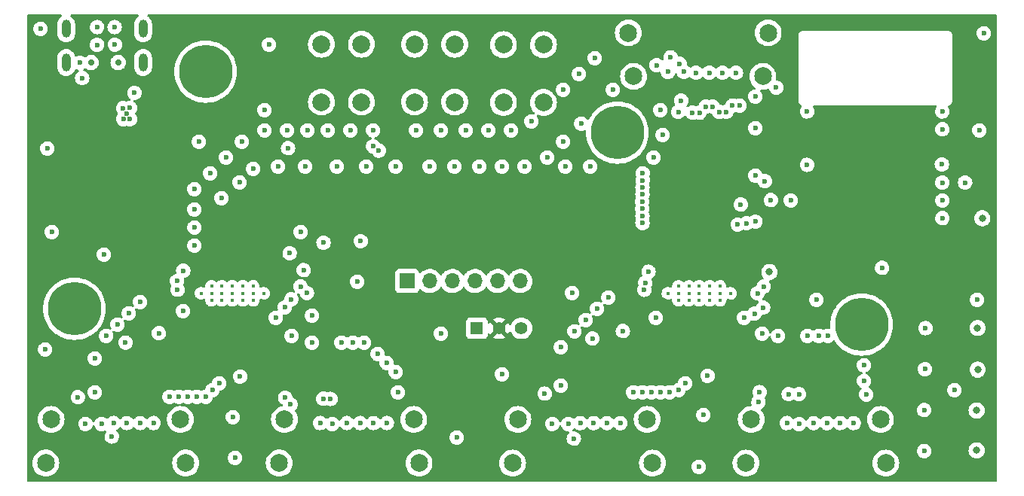
<source format=gbr>
%TF.GenerationSoftware,KiCad,Pcbnew,(6.0.6)*%
%TF.CreationDate,2022-07-25T23:31:33-07:00*%
%TF.ProjectId,HDMI-MUX,48444d49-2d4d-4555-982e-6b696361645f,rev?*%
%TF.SameCoordinates,Original*%
%TF.FileFunction,Copper,L3,Inr*%
%TF.FilePolarity,Positive*%
%FSLAX46Y46*%
G04 Gerber Fmt 4.6, Leading zero omitted, Abs format (unit mm)*
G04 Created by KiCad (PCBNEW (6.0.6)) date 2022-07-25 23:31:33*
%MOMM*%
%LPD*%
G01*
G04 APERTURE LIST*
%TA.AperFunction,ComponentPad*%
%ADD10C,1.995000*%
%TD*%
%TA.AperFunction,ComponentPad*%
%ADD11C,6.000000*%
%TD*%
%TA.AperFunction,ComponentPad*%
%ADD12R,1.700000X1.700000*%
%TD*%
%TA.AperFunction,ComponentPad*%
%ADD13O,1.700000X1.700000*%
%TD*%
%TA.AperFunction,ComponentPad*%
%ADD14C,2.000000*%
%TD*%
%TA.AperFunction,ComponentPad*%
%ADD15C,0.400000*%
%TD*%
%TA.AperFunction,ComponentPad*%
%ADD16R,1.408000X1.408000*%
%TD*%
%TA.AperFunction,ComponentPad*%
%ADD17C,1.408000*%
%TD*%
%TA.AperFunction,ComponentPad*%
%ADD18O,1.000000X2.000000*%
%TD*%
%TA.AperFunction,ViaPad*%
%ADD19C,0.800000*%
%TD*%
%TA.AperFunction,ViaPad*%
%ADD20C,0.600000*%
%TD*%
%TA.AperFunction,ViaPad*%
%ADD21C,0.700000*%
%TD*%
G04 APERTURE END LIST*
D10*
%TO.N,GND*%
%TO.C,J6*%
X59675250Y-63255000D03*
X45175250Y-63255000D03*
X44575250Y-68155000D03*
X60275250Y-68155000D03*
%TD*%
%TO.N,GND*%
%TO.C,J7*%
X33475250Y-63255000D03*
X18975250Y-63255000D03*
X18375250Y-68155000D03*
X34075250Y-68155000D03*
%TD*%
D11*
%TO.N,GND*%
%TO.C,REF\u002A\u002A*%
X109982000Y-52578000D03*
%TD*%
D12*
%TO.N,unconnected-(J1-Pad1)*%
%TO.C,J1*%
X58950000Y-47690000D03*
D13*
%TO.N,/USB_RX*%
X61490000Y-47690000D03*
%TO.N,/USB_TX*%
X64030000Y-47690000D03*
%TO.N,Net-(J1-Pad4)*%
X66570000Y-47690000D03*
%TO.N,unconnected-(J1-Pad5)*%
X69110000Y-47690000D03*
%TO.N,GND*%
X71650000Y-47690000D03*
%TD*%
D14*
%TO.N,GND*%
%TO.C,SW1*%
X69753750Y-21100000D03*
X69753750Y-27600000D03*
%TO.N,Net-(R4-Pad2)*%
X74253750Y-21100000D03*
X74253750Y-27600000D03*
%TD*%
D10*
%TO.N,GND*%
%TO.C,J4*%
X112084500Y-63257500D03*
X97584500Y-63257500D03*
X96984500Y-68157500D03*
X112684500Y-68157500D03*
%TD*%
D11*
%TO.N,GND*%
%TO.C,REF\u002A\u002A*%
X82550000Y-30988000D03*
%TD*%
D15*
%TO.N,GND*%
%TO.C,U4*%
X42849500Y-49057500D03*
X41664500Y-48282500D03*
X41664500Y-49057500D03*
X41664500Y-49832500D03*
X40494500Y-48282500D03*
X40494500Y-49057500D03*
X40494500Y-49832500D03*
X39324500Y-48282500D03*
X39324500Y-49057500D03*
X39324500Y-49832500D03*
X38154500Y-48282500D03*
X38154500Y-49057500D03*
X38154500Y-49832500D03*
X36984500Y-48282500D03*
X36984500Y-49057500D03*
X36984500Y-49832500D03*
X35799500Y-49057500D03*
%TD*%
D10*
%TO.N,GND*%
%TO.C,J5*%
X85884500Y-63257500D03*
X71384500Y-63257500D03*
X70784500Y-68157500D03*
X86484500Y-68157500D03*
%TD*%
D14*
%TO.N,Net-(R10-Pad1)*%
%TO.C,SW2*%
X49323750Y-27550000D03*
X49323750Y-21050000D03*
%TO.N,GND*%
X53823750Y-21050000D03*
X53823750Y-27550000D03*
%TD*%
D15*
%TO.N,GND*%
%TO.C,U3*%
X95268750Y-49060000D03*
X94083750Y-48285000D03*
X94083750Y-49060000D03*
X94083750Y-49835000D03*
X92913750Y-48285000D03*
X92913750Y-49060000D03*
X92913750Y-49835000D03*
X91743750Y-48285000D03*
X91743750Y-49060000D03*
X91743750Y-49835000D03*
X90573750Y-48285000D03*
X90573750Y-49060000D03*
X90573750Y-49835000D03*
X89403750Y-48285000D03*
X89403750Y-49060000D03*
X89403750Y-49835000D03*
X88218750Y-49060000D03*
%TD*%
D11*
%TO.N,GND*%
%TO.C,REF\u002A\u002A*%
X21590000Y-50800000D03*
%TD*%
D16*
%TO.N,Net-(J1-Pad4)*%
%TO.C,SW4*%
X66771500Y-53000000D03*
D17*
%TO.N,+3.3V*%
X69271500Y-53000000D03*
%TO.N,N/C*%
X71771500Y-53000000D03*
%TD*%
D14*
%TO.N,/LED1*%
%TO.C,SW3*%
X64283750Y-21050000D03*
X64283750Y-27550000D03*
%TO.N,GND*%
X59783750Y-21050000D03*
X59783750Y-27550000D03*
%TD*%
D11*
%TO.N,GND*%
%TO.C,REF\u002A\u002A*%
X36322000Y-24130000D03*
%TD*%
D18*
%TO.N,GND*%
%TO.C,J2*%
X20656000Y-23104000D03*
X29296000Y-23104000D03*
X20656000Y-19304000D03*
X29296000Y-19304000D03*
%TD*%
D10*
%TO.N,GND*%
%TO.C,J3*%
X98874500Y-24662500D03*
X84374500Y-24662500D03*
X83774500Y-19762500D03*
X99474500Y-19762500D03*
%TD*%
D19*
%TO.N,GND*%
X123526250Y-40620000D03*
D20*
X81534000Y-49530000D03*
X35052000Y-39624000D03*
X61468000Y-34798000D03*
X70612000Y-30734000D03*
X35560000Y-32004000D03*
X18542000Y-32766000D03*
X26106000Y-19124000D03*
X104902000Y-49784000D03*
X59944000Y-30734000D03*
X101584496Y-63663876D03*
X57912000Y-60198000D03*
X77724000Y-53340000D03*
X88392000Y-60198000D03*
X80264000Y-50800000D03*
X41656000Y-35052000D03*
X90019000Y-24157230D03*
X76454000Y-26162000D03*
X51562000Y-54610000D03*
X25975252Y-63661375D03*
X76200000Y-55118000D03*
X99780000Y-38580000D03*
X82884544Y-63663916D03*
X47752000Y-30734000D03*
X25146000Y-53848000D03*
X79502000Y-34798000D03*
X98044000Y-26924000D03*
X56642000Y-56896000D03*
X33782000Y-51054000D03*
X79884468Y-63663905D03*
X98044000Y-35814000D03*
X98044000Y-30480000D03*
X95874542Y-24256086D03*
X38608000Y-33782000D03*
X78232000Y-24384000D03*
X90170000Y-59182000D03*
X43434000Y-21082000D03*
X28956000Y-50038000D03*
X35052000Y-37338000D03*
X23876000Y-60198000D03*
X76708000Y-34798000D03*
X57658000Y-34798000D03*
X72898000Y-29718000D03*
X110236000Y-58928000D03*
X52578000Y-30734000D03*
X54102000Y-54610000D03*
X39370000Y-62992000D03*
X123190000Y-30734000D03*
X49175240Y-63661383D03*
X28975257Y-63661379D03*
X22830750Y-63760271D03*
X122936000Y-49784000D03*
X35306000Y-60706000D03*
X56675252Y-63661375D03*
X110236000Y-57150000D03*
X47498000Y-34798000D03*
X32258000Y-60706000D03*
X109084499Y-63663874D03*
X44196000Y-51816000D03*
X86868000Y-51816000D03*
X80010000Y-22606000D03*
X103886000Y-53848000D03*
X40386000Y-32004000D03*
X98806000Y-53594000D03*
X92874546Y-24256082D03*
X24892000Y-44704000D03*
X57658000Y-57912000D03*
X104584557Y-63663930D03*
X23876000Y-56388000D03*
X53340000Y-47752000D03*
X36830000Y-35560000D03*
X35052000Y-41656000D03*
X82042000Y-26162000D03*
X27826000Y-29474000D03*
X44450000Y-34798000D03*
D19*
X122991250Y-52970000D03*
D20*
X50530750Y-63760271D03*
X92202000Y-62738000D03*
X27076000Y-29474000D03*
X55626000Y-55880000D03*
X69596000Y-34798000D03*
X45466000Y-30734000D03*
X110490000Y-60452000D03*
X106172000Y-53848000D03*
X54356000Y-34798000D03*
X34290000Y-60706000D03*
X84328000Y-60198000D03*
X89408000Y-59944000D03*
X27826000Y-28224000D03*
X62738000Y-53594000D03*
X81384450Y-63663921D03*
X19050000Y-42164000D03*
X31070000Y-53550000D03*
X38100000Y-38354000D03*
X77029000Y-63762770D03*
X37084000Y-59944000D03*
X42926000Y-28448000D03*
X50038000Y-30734000D03*
X87630000Y-31242000D03*
X76454000Y-32004000D03*
X86614000Y-33782000D03*
X68072000Y-30734000D03*
X87376000Y-28448000D03*
X24136000Y-19124000D03*
X112272500Y-46200000D03*
X64516000Y-65278000D03*
X17780000Y-19304000D03*
X27446000Y-28844000D03*
D19*
X122891250Y-62250000D03*
X122891250Y-66730000D03*
D20*
X74676000Y-33782000D03*
X53675305Y-63661427D03*
X102950000Y-63762771D03*
X18288000Y-55372000D03*
X77470000Y-49022000D03*
X52175302Y-63661424D03*
X22206000Y-23144000D03*
X75240000Y-63762771D03*
X52832000Y-54610000D03*
X100584000Y-53848000D03*
X47330000Y-46460000D03*
X76200000Y-59436000D03*
X48260000Y-51562000D03*
X39624000Y-67564000D03*
X36322000Y-60706000D03*
X85344000Y-60198000D03*
X35052000Y-43688000D03*
X45974000Y-53848000D03*
X27051000Y-28244800D03*
X86360000Y-60198000D03*
X78486000Y-29972000D03*
X37846000Y-59182000D03*
X94374547Y-24256081D03*
X96774000Y-51816000D03*
X78384474Y-63663898D03*
X46990000Y-42164000D03*
X105156000Y-53848000D03*
X91374544Y-24256084D03*
X78994000Y-52070000D03*
X45570000Y-32740000D03*
X72136000Y-34798000D03*
X42926000Y-30734000D03*
D19*
X123001250Y-57650000D03*
D20*
X83170000Y-53310000D03*
X91694000Y-68580000D03*
X107584499Y-63663874D03*
X28318500Y-26514000D03*
X64262000Y-34798000D03*
X51054000Y-34798000D03*
X87376000Y-60198000D03*
X65532000Y-30734000D03*
X62738000Y-30734000D03*
X48260000Y-54610000D03*
X67056000Y-34798000D03*
X26416000Y-52578000D03*
X27475250Y-63661374D03*
X88230000Y-24157229D03*
X55175250Y-63661374D03*
X24619750Y-63760270D03*
X69596000Y-58166000D03*
X40132000Y-36576000D03*
X30475276Y-63661398D03*
D19*
X99620000Y-46680000D03*
D20*
X123698000Y-19812000D03*
X33274000Y-60706000D03*
X27686000Y-51308000D03*
X55118000Y-30734000D03*
X120396000Y-59944000D03*
X22456000Y-24844000D03*
X106084552Y-63663924D03*
%TO.N,/IN_D2+*%
X85363750Y-41166000D03*
X96270500Y-27940000D03*
%TO.N,/IN_D2-*%
X95478500Y-27940000D03*
X85363750Y-40374000D03*
%TO.N,/IN_D1+*%
X94770500Y-28650000D03*
X85333750Y-39546000D03*
%TO.N,/IN_D1-*%
X93978500Y-28650000D03*
X85333750Y-38754000D03*
%TO.N,/USB_RX*%
X119046250Y-28610000D03*
%TO.N,/USB_TX*%
X119046250Y-30610000D03*
D21*
%TO.N,VBUS*%
X26496000Y-23109000D03*
X23456000Y-23109000D03*
D20*
%TO.N,/IN_D0+*%
X85373750Y-37946000D03*
X93270500Y-28068872D03*
%TO.N,/IN_D0-*%
X85373750Y-37154000D03*
X92478500Y-28068872D03*
%TO.N,/IN_CLK+*%
X85384677Y-36354547D03*
X91770500Y-28760000D03*
%TO.N,/IN_CLK-*%
X85384677Y-35562547D03*
X90978500Y-28760000D03*
%TO.N,/IN_CEC*%
X89723750Y-27380000D03*
%TO.N,/IN_SCL*%
X89537481Y-23237731D03*
X45753750Y-44560000D03*
X97053750Y-41190000D03*
X55123750Y-32525500D03*
%TO.N,/IN_SDA*%
X100393750Y-25930000D03*
X55763750Y-33015500D03*
X49553750Y-43370000D03*
X88523750Y-22514500D03*
%TO.N,/IN_HPD*%
X89388250Y-28650731D03*
X86943750Y-23400000D03*
%TO.N,/P1_CEC*%
X98394500Y-61307500D03*
X85686991Y-47875436D03*
%TO.N,/P1_SCL*%
X102944500Y-60407500D03*
X98984500Y-48307500D03*
%TO.N,/P1_SDA*%
X101794500Y-60407500D03*
X98302271Y-49054500D03*
%TO.N,/P1_HPD*%
X85564500Y-48665500D03*
X98514500Y-60187500D03*
%TO.N,/P2_SCL*%
X98924500Y-50677500D03*
X77654500Y-65417500D03*
%TO.N,/P2_SDA*%
X92670231Y-58341769D03*
X97954500Y-51347500D03*
%TO.N,/P2_HPD*%
X74384500Y-60347500D03*
X79750231Y-54153231D03*
%TO.N,/P3_CEC*%
X45844500Y-61557500D03*
X33104500Y-47677500D03*
%TO.N,/P3_SCL*%
X50336566Y-60942507D03*
X46974500Y-48297500D03*
%TO.N,/P3_SDA*%
X49524500Y-60927500D03*
X47698769Y-49033231D03*
%TO.N,/P3_HPD*%
X33164500Y-48663000D03*
X45244500Y-60807500D03*
%TO.N,/P4_SCL*%
X25774500Y-65177500D03*
X45934500Y-49747500D03*
%TO.N,/P4_SDA*%
X45214500Y-50637500D03*
X40184500Y-58437500D03*
%TO.N,/P4_HPD*%
X27315231Y-54608231D03*
X21974500Y-60757500D03*
%TO.N,/LED4*%
X119046250Y-40610000D03*
X117153750Y-52990000D03*
%TO.N,/LED2*%
X119046250Y-38610000D03*
X116991250Y-62200000D03*
%TO.N,/LED1*%
X119046250Y-36610000D03*
X116991250Y-66800000D03*
X121596250Y-36610000D03*
%TO.N,/LED3*%
X118983750Y-34560000D03*
X117093750Y-57600000D03*
%TO.N,Net-(J2-PadB5)*%
X26126000Y-21104000D03*
%TO.N,+3.3V*%
X26593500Y-26514000D03*
D19*
X97897500Y-46680000D03*
D20*
X29990000Y-45930000D03*
X26086000Y-35154000D03*
X25516000Y-28234000D03*
D19*
X45607500Y-46440000D03*
X123536250Y-36680000D03*
D20*
X24776000Y-29464000D03*
X25056000Y-35154000D03*
X99300000Y-32610000D03*
D19*
X99256250Y-28620000D03*
D20*
X25526000Y-29484000D03*
X24546000Y-35614000D03*
X82290000Y-45850000D03*
X25526000Y-35644000D03*
X25576000Y-34614000D03*
X24576000Y-34604000D03*
X23646000Y-34544000D03*
D19*
X123576250Y-38630000D03*
D20*
X23676000Y-35744000D03*
X24776000Y-28234000D03*
X26606000Y-35714000D03*
X99280000Y-34600000D03*
X24056000Y-35114000D03*
X25156000Y-28854000D03*
X110547500Y-46200000D03*
X26586000Y-34594000D03*
%TO.N,Net-(J2-PadA5)*%
X24136000Y-21114000D03*
%TO.N,Net-(R4-Pad2)*%
X103846250Y-28610000D03*
%TO.N,Net-(R10-Pad1)*%
X103846250Y-34610000D03*
X99121935Y-36458185D03*
X96409250Y-39083185D03*
%TO.N,/MUX_B_SEL*%
X96063750Y-41340000D03*
X33803750Y-46520000D03*
%TO.N,/MUX_A_SEL*%
X102013750Y-38610000D03*
X86053750Y-46640000D03*
%TO.N,/MUX_B_EN*%
X53733750Y-43200000D03*
X98052161Y-40998411D03*
%TD*%
%TA.AperFunction,Conductor*%
%TO.N,+3.3V*%
G36*
X20129750Y-17728502D02*
G01*
X20176243Y-17782158D01*
X20186347Y-17852432D01*
X20156853Y-17917012D01*
X20120004Y-17946162D01*
X20106572Y-17953184D01*
X20106568Y-17953187D01*
X20101110Y-17956040D01*
X19946975Y-18079968D01*
X19819846Y-18231474D01*
X19816879Y-18236872D01*
X19816875Y-18236877D01*
X19738095Y-18380180D01*
X19724567Y-18404787D01*
X19722706Y-18410654D01*
X19722705Y-18410656D01*
X19673571Y-18565547D01*
X19664765Y-18593306D01*
X19647500Y-18747227D01*
X19647500Y-19853769D01*
X19647800Y-19856825D01*
X19647800Y-19856832D01*
X19650473Y-19884088D01*
X19661920Y-20000833D01*
X19663702Y-20006734D01*
X19663702Y-20006736D01*
X19669247Y-20025102D01*
X19719084Y-20190169D01*
X19811934Y-20364796D01*
X19876648Y-20444143D01*
X19933040Y-20513287D01*
X19933043Y-20513290D01*
X19936935Y-20518062D01*
X19941682Y-20521989D01*
X19941684Y-20521991D01*
X20084575Y-20640201D01*
X20084579Y-20640203D01*
X20089325Y-20644130D01*
X20263299Y-20738198D01*
X20452232Y-20796682D01*
X20458357Y-20797326D01*
X20458358Y-20797326D01*
X20642796Y-20816711D01*
X20642798Y-20816711D01*
X20648925Y-20817355D01*
X20746489Y-20808476D01*
X20839749Y-20799989D01*
X20839752Y-20799988D01*
X20845888Y-20799430D01*
X20851794Y-20797692D01*
X20851798Y-20797691D01*
X20982899Y-20759106D01*
X21035619Y-20743590D01*
X21041077Y-20740737D01*
X21041081Y-20740735D01*
X21132497Y-20692943D01*
X21210890Y-20651960D01*
X21365025Y-20528032D01*
X21492154Y-20376526D01*
X21495121Y-20371128D01*
X21495125Y-20371123D01*
X21584467Y-20208608D01*
X21587433Y-20203213D01*
X21589846Y-20195608D01*
X21645373Y-20020564D01*
X21645373Y-20020563D01*
X21647235Y-20014694D01*
X21664500Y-19860773D01*
X21664500Y-19112640D01*
X23322463Y-19112640D01*
X23340163Y-19293160D01*
X23397418Y-19465273D01*
X23401065Y-19471295D01*
X23401066Y-19471297D01*
X23484910Y-19609740D01*
X23491380Y-19620424D01*
X23496269Y-19625487D01*
X23496270Y-19625488D01*
X23517027Y-19646982D01*
X23617382Y-19750902D01*
X23688425Y-19797391D01*
X23758097Y-19842983D01*
X23769159Y-19850222D01*
X23775763Y-19852678D01*
X23775765Y-19852679D01*
X23932558Y-19910990D01*
X23932560Y-19910990D01*
X23939168Y-19913448D01*
X24022995Y-19924633D01*
X24111980Y-19936507D01*
X24111984Y-19936507D01*
X24118961Y-19937438D01*
X24125972Y-19936800D01*
X24125976Y-19936800D01*
X24268459Y-19923832D01*
X24299600Y-19920998D01*
X24306302Y-19918820D01*
X24306304Y-19918820D01*
X24465409Y-19867124D01*
X24465412Y-19867123D01*
X24472108Y-19864947D01*
X24590450Y-19794401D01*
X24621860Y-19775677D01*
X24621862Y-19775676D01*
X24627912Y-19772069D01*
X24759266Y-19646982D01*
X24859643Y-19495902D01*
X24924055Y-19326338D01*
X24926826Y-19306624D01*
X24948748Y-19150639D01*
X24948748Y-19150636D01*
X24949299Y-19146717D01*
X24949616Y-19124000D01*
X24948342Y-19112640D01*
X25292463Y-19112640D01*
X25310163Y-19293160D01*
X25367418Y-19465273D01*
X25371065Y-19471295D01*
X25371066Y-19471297D01*
X25454910Y-19609740D01*
X25461380Y-19620424D01*
X25466269Y-19625487D01*
X25466270Y-19625488D01*
X25487027Y-19646982D01*
X25587382Y-19750902D01*
X25658425Y-19797391D01*
X25728097Y-19842983D01*
X25739159Y-19850222D01*
X25745763Y-19852678D01*
X25745765Y-19852679D01*
X25902558Y-19910990D01*
X25902560Y-19910990D01*
X25909168Y-19913448D01*
X25992995Y-19924633D01*
X26081980Y-19936507D01*
X26081984Y-19936507D01*
X26088961Y-19937438D01*
X26095972Y-19936800D01*
X26095976Y-19936800D01*
X26238459Y-19923832D01*
X26269600Y-19920998D01*
X26276302Y-19918820D01*
X26276304Y-19918820D01*
X26435409Y-19867124D01*
X26435412Y-19867123D01*
X26442108Y-19864947D01*
X26560450Y-19794401D01*
X26591860Y-19775677D01*
X26591862Y-19775676D01*
X26597912Y-19772069D01*
X26729266Y-19646982D01*
X26829643Y-19495902D01*
X26894055Y-19326338D01*
X26896826Y-19306624D01*
X26918748Y-19150639D01*
X26918748Y-19150636D01*
X26919299Y-19146717D01*
X26919616Y-19124000D01*
X26899397Y-18943745D01*
X26896809Y-18936312D01*
X26842064Y-18779106D01*
X26842062Y-18779103D01*
X26839745Y-18772448D01*
X26743626Y-18618624D01*
X26701801Y-18576506D01*
X26620778Y-18494915D01*
X26620774Y-18494912D01*
X26615815Y-18489918D01*
X26604697Y-18482862D01*
X26556538Y-18452300D01*
X26462666Y-18392727D01*
X26433463Y-18382328D01*
X26298425Y-18334243D01*
X26298420Y-18334242D01*
X26291790Y-18331881D01*
X26284802Y-18331048D01*
X26284799Y-18331047D01*
X26161698Y-18316368D01*
X26111680Y-18310404D01*
X26104677Y-18311140D01*
X26104676Y-18311140D01*
X25938288Y-18328628D01*
X25938286Y-18328629D01*
X25931288Y-18329364D01*
X25759579Y-18387818D01*
X25710794Y-18417831D01*
X25611095Y-18479166D01*
X25611092Y-18479168D01*
X25605088Y-18482862D01*
X25600053Y-18487793D01*
X25600050Y-18487795D01*
X25492306Y-18593306D01*
X25475493Y-18609771D01*
X25377235Y-18762238D01*
X25374826Y-18768858D01*
X25374824Y-18768861D01*
X25334819Y-18878775D01*
X25315197Y-18932685D01*
X25292463Y-19112640D01*
X24948342Y-19112640D01*
X24929397Y-18943745D01*
X24926809Y-18936312D01*
X24872064Y-18779106D01*
X24872062Y-18779103D01*
X24869745Y-18772448D01*
X24773626Y-18618624D01*
X24731801Y-18576506D01*
X24650778Y-18494915D01*
X24650774Y-18494912D01*
X24645815Y-18489918D01*
X24634697Y-18482862D01*
X24586538Y-18452300D01*
X24492666Y-18392727D01*
X24463463Y-18382328D01*
X24328425Y-18334243D01*
X24328420Y-18334242D01*
X24321790Y-18331881D01*
X24314802Y-18331048D01*
X24314799Y-18331047D01*
X24191698Y-18316368D01*
X24141680Y-18310404D01*
X24134677Y-18311140D01*
X24134676Y-18311140D01*
X23968288Y-18328628D01*
X23968286Y-18328629D01*
X23961288Y-18329364D01*
X23789579Y-18387818D01*
X23740794Y-18417831D01*
X23641095Y-18479166D01*
X23641092Y-18479168D01*
X23635088Y-18482862D01*
X23630053Y-18487793D01*
X23630050Y-18487795D01*
X23522306Y-18593306D01*
X23505493Y-18609771D01*
X23407235Y-18762238D01*
X23404826Y-18768858D01*
X23404824Y-18768861D01*
X23364819Y-18878775D01*
X23345197Y-18932685D01*
X23322463Y-19112640D01*
X21664500Y-19112640D01*
X21664500Y-18754231D01*
X21663814Y-18747227D01*
X21655541Y-18662862D01*
X21650080Y-18607167D01*
X21629128Y-18537769D01*
X21621311Y-18511881D01*
X21592916Y-18417831D01*
X21500066Y-18243204D01*
X21429709Y-18156938D01*
X21378960Y-18094713D01*
X21378957Y-18094710D01*
X21375065Y-18089938D01*
X21368724Y-18084692D01*
X21227425Y-17967799D01*
X21227421Y-17967797D01*
X21222675Y-17963870D01*
X21188397Y-17945336D01*
X21137989Y-17895341D01*
X21122611Y-17826030D01*
X21147147Y-17759408D01*
X21203807Y-17716627D01*
X21248326Y-17708500D01*
X28701629Y-17708500D01*
X28769750Y-17728502D01*
X28816243Y-17782158D01*
X28826347Y-17852432D01*
X28796853Y-17917012D01*
X28760004Y-17946162D01*
X28746572Y-17953184D01*
X28746568Y-17953187D01*
X28741110Y-17956040D01*
X28586975Y-18079968D01*
X28459846Y-18231474D01*
X28456879Y-18236872D01*
X28456875Y-18236877D01*
X28378095Y-18380180D01*
X28364567Y-18404787D01*
X28362706Y-18410654D01*
X28362705Y-18410656D01*
X28313571Y-18565547D01*
X28304765Y-18593306D01*
X28287500Y-18747227D01*
X28287500Y-19853769D01*
X28287800Y-19856825D01*
X28287800Y-19856832D01*
X28290473Y-19884088D01*
X28301920Y-20000833D01*
X28303702Y-20006734D01*
X28303702Y-20006736D01*
X28309247Y-20025102D01*
X28359084Y-20190169D01*
X28451934Y-20364796D01*
X28516648Y-20444143D01*
X28573040Y-20513287D01*
X28573043Y-20513290D01*
X28576935Y-20518062D01*
X28581682Y-20521989D01*
X28581684Y-20521991D01*
X28724575Y-20640201D01*
X28724579Y-20640203D01*
X28729325Y-20644130D01*
X28903299Y-20738198D01*
X29092232Y-20796682D01*
X29098357Y-20797326D01*
X29098358Y-20797326D01*
X29282796Y-20816711D01*
X29282798Y-20816711D01*
X29288925Y-20817355D01*
X29386489Y-20808476D01*
X29479749Y-20799989D01*
X29479752Y-20799988D01*
X29485888Y-20799430D01*
X29491794Y-20797692D01*
X29491798Y-20797691D01*
X29622899Y-20759106D01*
X29675619Y-20743590D01*
X29681077Y-20740737D01*
X29681081Y-20740735D01*
X29772497Y-20692943D01*
X29850890Y-20651960D01*
X30005025Y-20528032D01*
X30132154Y-20376526D01*
X30135121Y-20371128D01*
X30135125Y-20371123D01*
X30224467Y-20208608D01*
X30227433Y-20203213D01*
X30229846Y-20195608D01*
X30285373Y-20020564D01*
X30285373Y-20020563D01*
X30287235Y-20014694D01*
X30304500Y-19860773D01*
X30304500Y-18754231D01*
X30303814Y-18747227D01*
X30295541Y-18662862D01*
X30290080Y-18607167D01*
X30269128Y-18537769D01*
X30261311Y-18511881D01*
X30232916Y-18417831D01*
X30140066Y-18243204D01*
X30069709Y-18156938D01*
X30018960Y-18094713D01*
X30018957Y-18094710D01*
X30015065Y-18089938D01*
X30008724Y-18084692D01*
X29867425Y-17967799D01*
X29867421Y-17967797D01*
X29862675Y-17963870D01*
X29828397Y-17945336D01*
X29777989Y-17895341D01*
X29762611Y-17826030D01*
X29787147Y-17759408D01*
X29843807Y-17716627D01*
X29888326Y-17708500D01*
X125055500Y-17708500D01*
X125123621Y-17728502D01*
X125170114Y-17782158D01*
X125181500Y-17834500D01*
X125181500Y-70115500D01*
X125161498Y-70183621D01*
X125107842Y-70230114D01*
X125055500Y-70241500D01*
X16394500Y-70241500D01*
X16326379Y-70221498D01*
X16279886Y-70167842D01*
X16268500Y-70115500D01*
X16268500Y-68155000D01*
X16864593Y-68155000D01*
X16883192Y-68391319D01*
X16884346Y-68396126D01*
X16884347Y-68396132D01*
X16886895Y-68406744D01*
X16938530Y-68621819D01*
X16940423Y-68626390D01*
X16940424Y-68626392D01*
X17007746Y-68788920D01*
X17029245Y-68840824D01*
X17153103Y-69042942D01*
X17307054Y-69223196D01*
X17487308Y-69377147D01*
X17689426Y-69501005D01*
X17693996Y-69502898D01*
X17694000Y-69502900D01*
X17700036Y-69505400D01*
X17908431Y-69591720D01*
X17988406Y-69610920D01*
X18134118Y-69645903D01*
X18134124Y-69645904D01*
X18138931Y-69647058D01*
X18375250Y-69665657D01*
X18611569Y-69647058D01*
X18616376Y-69645904D01*
X18616382Y-69645903D01*
X18762094Y-69610920D01*
X18842069Y-69591720D01*
X19050464Y-69505400D01*
X19056500Y-69502900D01*
X19056504Y-69502898D01*
X19061074Y-69501005D01*
X19263192Y-69377147D01*
X19443446Y-69223196D01*
X19597397Y-69042942D01*
X19721255Y-68840824D01*
X19742755Y-68788920D01*
X19810076Y-68626392D01*
X19810077Y-68626390D01*
X19811970Y-68621819D01*
X19863605Y-68406744D01*
X19866153Y-68396132D01*
X19866154Y-68396126D01*
X19867308Y-68391319D01*
X19885907Y-68155000D01*
X32564593Y-68155000D01*
X32583192Y-68391319D01*
X32584346Y-68396126D01*
X32584347Y-68396132D01*
X32586895Y-68406744D01*
X32638530Y-68621819D01*
X32640423Y-68626390D01*
X32640424Y-68626392D01*
X32707746Y-68788920D01*
X32729245Y-68840824D01*
X32853103Y-69042942D01*
X33007054Y-69223196D01*
X33187308Y-69377147D01*
X33389426Y-69501005D01*
X33393996Y-69502898D01*
X33394000Y-69502900D01*
X33400036Y-69505400D01*
X33608431Y-69591720D01*
X33688406Y-69610920D01*
X33834118Y-69645903D01*
X33834124Y-69645904D01*
X33838931Y-69647058D01*
X34075250Y-69665657D01*
X34311569Y-69647058D01*
X34316376Y-69645904D01*
X34316382Y-69645903D01*
X34462094Y-69610920D01*
X34542069Y-69591720D01*
X34750464Y-69505400D01*
X34756500Y-69502900D01*
X34756504Y-69502898D01*
X34761074Y-69501005D01*
X34963192Y-69377147D01*
X35143446Y-69223196D01*
X35297397Y-69042942D01*
X35421255Y-68840824D01*
X35442755Y-68788920D01*
X35510076Y-68626392D01*
X35510077Y-68626390D01*
X35511970Y-68621819D01*
X35563605Y-68406744D01*
X35566153Y-68396132D01*
X35566154Y-68396126D01*
X35567308Y-68391319D01*
X35585907Y-68155000D01*
X35567308Y-67918681D01*
X35511970Y-67688181D01*
X35510076Y-67683608D01*
X35455827Y-67552640D01*
X38810463Y-67552640D01*
X38828163Y-67733160D01*
X38885418Y-67905273D01*
X38889065Y-67911295D01*
X38913060Y-67950915D01*
X38979380Y-68060424D01*
X38984269Y-68065487D01*
X38984270Y-68065488D01*
X38988267Y-68069627D01*
X39105382Y-68190902D01*
X39257159Y-68290222D01*
X39263763Y-68292678D01*
X39263765Y-68292679D01*
X39420558Y-68350990D01*
X39420560Y-68350990D01*
X39427168Y-68353448D01*
X39510995Y-68364633D01*
X39599980Y-68376507D01*
X39599984Y-68376507D01*
X39606961Y-68377438D01*
X39613972Y-68376800D01*
X39613976Y-68376800D01*
X39756459Y-68363832D01*
X39787600Y-68360998D01*
X39794302Y-68358820D01*
X39794304Y-68358820D01*
X39953409Y-68307124D01*
X39953412Y-68307123D01*
X39960108Y-68304947D01*
X40088436Y-68228448D01*
X40109860Y-68215677D01*
X40109862Y-68215676D01*
X40115912Y-68212069D01*
X40175840Y-68155000D01*
X43064593Y-68155000D01*
X43083192Y-68391319D01*
X43084346Y-68396126D01*
X43084347Y-68396132D01*
X43086895Y-68406744D01*
X43138530Y-68621819D01*
X43140423Y-68626390D01*
X43140424Y-68626392D01*
X43207746Y-68788920D01*
X43229245Y-68840824D01*
X43353103Y-69042942D01*
X43507054Y-69223196D01*
X43687308Y-69377147D01*
X43889426Y-69501005D01*
X43893996Y-69502898D01*
X43894000Y-69502900D01*
X43900036Y-69505400D01*
X44108431Y-69591720D01*
X44188406Y-69610920D01*
X44334118Y-69645903D01*
X44334124Y-69645904D01*
X44338931Y-69647058D01*
X44575250Y-69665657D01*
X44811569Y-69647058D01*
X44816376Y-69645904D01*
X44816382Y-69645903D01*
X44962094Y-69610920D01*
X45042069Y-69591720D01*
X45250464Y-69505400D01*
X45256500Y-69502900D01*
X45256504Y-69502898D01*
X45261074Y-69501005D01*
X45463192Y-69377147D01*
X45643446Y-69223196D01*
X45797397Y-69042942D01*
X45921255Y-68840824D01*
X45942755Y-68788920D01*
X46010076Y-68626392D01*
X46010077Y-68626390D01*
X46011970Y-68621819D01*
X46063605Y-68406744D01*
X46066153Y-68396132D01*
X46066154Y-68396126D01*
X46067308Y-68391319D01*
X46085907Y-68155000D01*
X58764593Y-68155000D01*
X58783192Y-68391319D01*
X58784346Y-68396126D01*
X58784347Y-68396132D01*
X58786895Y-68406744D01*
X58838530Y-68621819D01*
X58840423Y-68626390D01*
X58840424Y-68626392D01*
X58907746Y-68788920D01*
X58929245Y-68840824D01*
X59053103Y-69042942D01*
X59207054Y-69223196D01*
X59387308Y-69377147D01*
X59589426Y-69501005D01*
X59593996Y-69502898D01*
X59594000Y-69502900D01*
X59600036Y-69505400D01*
X59808431Y-69591720D01*
X59888406Y-69610920D01*
X60034118Y-69645903D01*
X60034124Y-69645904D01*
X60038931Y-69647058D01*
X60275250Y-69665657D01*
X60511569Y-69647058D01*
X60516376Y-69645904D01*
X60516382Y-69645903D01*
X60662094Y-69610920D01*
X60742069Y-69591720D01*
X60950464Y-69505400D01*
X60956500Y-69502900D01*
X60956504Y-69502898D01*
X60961074Y-69501005D01*
X61163192Y-69377147D01*
X61343446Y-69223196D01*
X61497397Y-69042942D01*
X61621255Y-68840824D01*
X61642755Y-68788920D01*
X61710076Y-68626392D01*
X61710077Y-68626390D01*
X61711970Y-68621819D01*
X61763605Y-68406744D01*
X61766153Y-68396132D01*
X61766154Y-68396126D01*
X61767308Y-68391319D01*
X61785710Y-68157500D01*
X69273843Y-68157500D01*
X69292442Y-68393819D01*
X69293596Y-68398626D01*
X69293597Y-68398632D01*
X69295545Y-68406744D01*
X69347780Y-68624319D01*
X69349673Y-68628890D01*
X69349674Y-68628892D01*
X69435565Y-68836250D01*
X69438495Y-68843324D01*
X69562353Y-69045442D01*
X69716304Y-69225696D01*
X69896558Y-69379647D01*
X70098676Y-69503505D01*
X70103246Y-69505398D01*
X70103250Y-69505400D01*
X70311645Y-69591720D01*
X70317681Y-69594220D01*
X70397656Y-69613420D01*
X70543368Y-69648403D01*
X70543374Y-69648404D01*
X70548181Y-69649558D01*
X70784500Y-69668157D01*
X71020819Y-69649558D01*
X71025626Y-69648404D01*
X71025632Y-69648403D01*
X71171344Y-69613420D01*
X71251319Y-69594220D01*
X71257355Y-69591720D01*
X71465750Y-69505400D01*
X71465754Y-69505398D01*
X71470324Y-69503505D01*
X71672442Y-69379647D01*
X71852696Y-69225696D01*
X72006647Y-69045442D01*
X72130505Y-68843324D01*
X72133436Y-68836250D01*
X72219326Y-68628892D01*
X72219327Y-68628890D01*
X72221220Y-68624319D01*
X72273455Y-68406744D01*
X72275403Y-68398632D01*
X72275404Y-68398626D01*
X72276558Y-68393819D01*
X72295157Y-68157500D01*
X84973843Y-68157500D01*
X84992442Y-68393819D01*
X84993596Y-68398626D01*
X84993597Y-68398632D01*
X84995545Y-68406744D01*
X85047780Y-68624319D01*
X85049673Y-68628890D01*
X85049674Y-68628892D01*
X85135565Y-68836250D01*
X85138495Y-68843324D01*
X85262353Y-69045442D01*
X85416304Y-69225696D01*
X85596558Y-69379647D01*
X85798676Y-69503505D01*
X85803246Y-69505398D01*
X85803250Y-69505400D01*
X86011645Y-69591720D01*
X86017681Y-69594220D01*
X86097656Y-69613420D01*
X86243368Y-69648403D01*
X86243374Y-69648404D01*
X86248181Y-69649558D01*
X86484500Y-69668157D01*
X86720819Y-69649558D01*
X86725626Y-69648404D01*
X86725632Y-69648403D01*
X86871344Y-69613420D01*
X86951319Y-69594220D01*
X86957355Y-69591720D01*
X87165750Y-69505400D01*
X87165754Y-69505398D01*
X87170324Y-69503505D01*
X87372442Y-69379647D01*
X87552696Y-69225696D01*
X87706647Y-69045442D01*
X87830505Y-68843324D01*
X87833436Y-68836250D01*
X87919326Y-68628892D01*
X87919327Y-68628890D01*
X87921220Y-68624319D01*
X87934587Y-68568640D01*
X90880463Y-68568640D01*
X90898163Y-68749160D01*
X90955418Y-68921273D01*
X90959065Y-68927295D01*
X90959066Y-68927297D01*
X91030617Y-69045442D01*
X91049380Y-69076424D01*
X91175382Y-69206902D01*
X91327159Y-69306222D01*
X91333763Y-69308678D01*
X91333765Y-69308679D01*
X91490558Y-69366990D01*
X91490560Y-69366990D01*
X91497168Y-69369448D01*
X91574234Y-69379731D01*
X91669980Y-69392507D01*
X91669984Y-69392507D01*
X91676961Y-69393438D01*
X91683972Y-69392800D01*
X91683976Y-69392800D01*
X91828493Y-69379647D01*
X91857600Y-69376998D01*
X91864302Y-69374820D01*
X91864304Y-69374820D01*
X92023409Y-69323124D01*
X92023412Y-69323123D01*
X92030108Y-69320947D01*
X92185912Y-69228069D01*
X92317266Y-69102982D01*
X92417643Y-68951902D01*
X92482055Y-68782338D01*
X92483035Y-68775366D01*
X92506748Y-68606639D01*
X92506748Y-68606636D01*
X92507299Y-68602717D01*
X92507616Y-68580000D01*
X92487397Y-68399745D01*
X92483615Y-68388885D01*
X92430064Y-68235106D01*
X92430062Y-68235103D01*
X92427745Y-68228448D01*
X92383413Y-68157500D01*
X95473843Y-68157500D01*
X95492442Y-68393819D01*
X95493596Y-68398626D01*
X95493597Y-68398632D01*
X95495545Y-68406744D01*
X95547780Y-68624319D01*
X95549673Y-68628890D01*
X95549674Y-68628892D01*
X95635565Y-68836250D01*
X95638495Y-68843324D01*
X95762353Y-69045442D01*
X95916304Y-69225696D01*
X96096558Y-69379647D01*
X96298676Y-69503505D01*
X96303246Y-69505398D01*
X96303250Y-69505400D01*
X96511645Y-69591720D01*
X96517681Y-69594220D01*
X96597656Y-69613420D01*
X96743368Y-69648403D01*
X96743374Y-69648404D01*
X96748181Y-69649558D01*
X96984500Y-69668157D01*
X97220819Y-69649558D01*
X97225626Y-69648404D01*
X97225632Y-69648403D01*
X97371344Y-69613420D01*
X97451319Y-69594220D01*
X97457355Y-69591720D01*
X97665750Y-69505400D01*
X97665754Y-69505398D01*
X97670324Y-69503505D01*
X97872442Y-69379647D01*
X98052696Y-69225696D01*
X98206647Y-69045442D01*
X98330505Y-68843324D01*
X98333436Y-68836250D01*
X98419326Y-68628892D01*
X98419327Y-68628890D01*
X98421220Y-68624319D01*
X98473455Y-68406744D01*
X98475403Y-68398632D01*
X98475404Y-68398626D01*
X98476558Y-68393819D01*
X98495157Y-68157500D01*
X111173843Y-68157500D01*
X111192442Y-68393819D01*
X111193596Y-68398626D01*
X111193597Y-68398632D01*
X111195545Y-68406744D01*
X111247780Y-68624319D01*
X111249673Y-68628890D01*
X111249674Y-68628892D01*
X111335565Y-68836250D01*
X111338495Y-68843324D01*
X111462353Y-69045442D01*
X111616304Y-69225696D01*
X111796558Y-69379647D01*
X111998676Y-69503505D01*
X112003246Y-69505398D01*
X112003250Y-69505400D01*
X112211645Y-69591720D01*
X112217681Y-69594220D01*
X112297656Y-69613420D01*
X112443368Y-69648403D01*
X112443374Y-69648404D01*
X112448181Y-69649558D01*
X112684500Y-69668157D01*
X112920819Y-69649558D01*
X112925626Y-69648404D01*
X112925632Y-69648403D01*
X113071344Y-69613420D01*
X113151319Y-69594220D01*
X113157355Y-69591720D01*
X113365750Y-69505400D01*
X113365754Y-69505398D01*
X113370324Y-69503505D01*
X113572442Y-69379647D01*
X113752696Y-69225696D01*
X113906647Y-69045442D01*
X114030505Y-68843324D01*
X114033436Y-68836250D01*
X114119326Y-68628892D01*
X114119327Y-68628890D01*
X114121220Y-68624319D01*
X114173455Y-68406744D01*
X114175403Y-68398632D01*
X114175404Y-68398626D01*
X114176558Y-68393819D01*
X114195157Y-68157500D01*
X114176558Y-67921181D01*
X114174803Y-67913868D01*
X114131418Y-67733160D01*
X114121220Y-67690681D01*
X114088839Y-67612507D01*
X114032400Y-67476250D01*
X114032398Y-67476246D01*
X114030505Y-67471676D01*
X113906647Y-67269558D01*
X113752696Y-67089304D01*
X113572442Y-66935353D01*
X113370324Y-66811495D01*
X113365754Y-66809602D01*
X113365750Y-66809600D01*
X113315148Y-66788640D01*
X116177713Y-66788640D01*
X116195413Y-66969160D01*
X116252668Y-67141273D01*
X116256315Y-67147295D01*
X116256316Y-67147297D01*
X116331749Y-67271852D01*
X116346630Y-67296424D01*
X116472632Y-67426902D01*
X116624409Y-67526222D01*
X116631013Y-67528678D01*
X116631015Y-67528679D01*
X116787808Y-67586990D01*
X116787810Y-67586990D01*
X116794418Y-67589448D01*
X116864462Y-67598794D01*
X116967230Y-67612507D01*
X116967234Y-67612507D01*
X116974211Y-67613438D01*
X116981222Y-67612800D01*
X116981226Y-67612800D01*
X117135116Y-67598794D01*
X117154850Y-67596998D01*
X117161552Y-67594820D01*
X117161554Y-67594820D01*
X117320659Y-67543124D01*
X117320662Y-67543123D01*
X117327358Y-67540947D01*
X117483162Y-67448069D01*
X117614516Y-67322982D01*
X117714893Y-67171902D01*
X117779305Y-67002338D01*
X117780285Y-66995366D01*
X117803998Y-66826639D01*
X117803998Y-66826636D01*
X117804549Y-66822717D01*
X117804732Y-66809600D01*
X117804811Y-66803962D01*
X117804811Y-66803957D01*
X117804866Y-66800000D01*
X117797014Y-66730000D01*
X121977746Y-66730000D01*
X121997708Y-66919928D01*
X122056723Y-67101556D01*
X122152210Y-67266944D01*
X122156628Y-67271851D01*
X122156629Y-67271852D01*
X122251387Y-67377091D01*
X122279997Y-67408866D01*
X122434498Y-67521118D01*
X122440526Y-67523802D01*
X122440528Y-67523803D01*
X122590645Y-67590639D01*
X122608962Y-67598794D01*
X122702362Y-67618647D01*
X122789306Y-67637128D01*
X122789311Y-67637128D01*
X122795763Y-67638500D01*
X122986737Y-67638500D01*
X122993189Y-67637128D01*
X122993194Y-67637128D01*
X123080138Y-67618647D01*
X123173538Y-67598794D01*
X123191855Y-67590639D01*
X123341972Y-67523803D01*
X123341974Y-67523802D01*
X123348002Y-67521118D01*
X123502503Y-67408866D01*
X123531113Y-67377091D01*
X123625871Y-67271852D01*
X123625872Y-67271851D01*
X123630290Y-67266944D01*
X123725777Y-67101556D01*
X123784792Y-66919928D01*
X123804754Y-66730000D01*
X123795751Y-66644343D01*
X123785482Y-66546635D01*
X123785482Y-66546633D01*
X123784792Y-66540072D01*
X123725777Y-66358444D01*
X123630290Y-66193056D01*
X123538219Y-66090800D01*
X123506925Y-66056045D01*
X123506924Y-66056044D01*
X123502503Y-66051134D01*
X123348002Y-65938882D01*
X123341974Y-65936198D01*
X123341972Y-65936197D01*
X123179569Y-65863891D01*
X123179568Y-65863891D01*
X123173538Y-65861206D01*
X123080137Y-65841353D01*
X122993194Y-65822872D01*
X122993189Y-65822872D01*
X122986737Y-65821500D01*
X122795763Y-65821500D01*
X122789311Y-65822872D01*
X122789306Y-65822872D01*
X122702363Y-65841353D01*
X122608962Y-65861206D01*
X122602932Y-65863891D01*
X122602931Y-65863891D01*
X122440528Y-65936197D01*
X122440526Y-65936198D01*
X122434498Y-65938882D01*
X122279997Y-66051134D01*
X122275576Y-66056044D01*
X122275575Y-66056045D01*
X122244282Y-66090800D01*
X122152210Y-66193056D01*
X122056723Y-66358444D01*
X121997708Y-66540072D01*
X121997018Y-66546633D01*
X121997018Y-66546635D01*
X121986749Y-66644343D01*
X121977746Y-66730000D01*
X117797014Y-66730000D01*
X117784647Y-66619745D01*
X117782330Y-66613091D01*
X117727314Y-66455106D01*
X117727312Y-66455103D01*
X117724995Y-66448448D01*
X117628876Y-66294624D01*
X117565633Y-66230938D01*
X117506028Y-66170915D01*
X117506024Y-66170912D01*
X117501065Y-66165918D01*
X117489947Y-66158862D01*
X117441788Y-66128300D01*
X117347916Y-66068727D01*
X117290438Y-66048260D01*
X117183675Y-66010243D01*
X117183670Y-66010242D01*
X117177040Y-66007881D01*
X117170052Y-66007048D01*
X117170049Y-66007047D01*
X117034953Y-65990938D01*
X116996930Y-65986404D01*
X116989927Y-65987140D01*
X116989926Y-65987140D01*
X116823538Y-66004628D01*
X116823536Y-66004629D01*
X116816538Y-66005364D01*
X116644829Y-66063818D01*
X116625618Y-66075637D01*
X116496345Y-66155166D01*
X116496342Y-66155168D01*
X116490338Y-66158862D01*
X116485303Y-66163793D01*
X116485300Y-66163795D01*
X116365775Y-66280843D01*
X116360743Y-66285771D01*
X116262485Y-66438238D01*
X116260076Y-66444858D01*
X116260074Y-66444861D01*
X116227705Y-66533794D01*
X116200447Y-66608685D01*
X116177713Y-66788640D01*
X113315148Y-66788640D01*
X113155892Y-66722674D01*
X113155890Y-66722673D01*
X113151319Y-66720780D01*
X113071344Y-66701580D01*
X112925632Y-66666597D01*
X112925626Y-66666596D01*
X112920819Y-66665442D01*
X112684500Y-66646843D01*
X112448181Y-66665442D01*
X112443374Y-66666596D01*
X112443368Y-66666597D01*
X112297656Y-66701580D01*
X112217681Y-66720780D01*
X112213110Y-66722673D01*
X112213108Y-66722674D01*
X112003250Y-66809600D01*
X112003246Y-66809602D01*
X111998676Y-66811495D01*
X111796558Y-66935353D01*
X111616304Y-67089304D01*
X111462353Y-67269558D01*
X111338495Y-67471676D01*
X111336602Y-67476246D01*
X111336600Y-67476250D01*
X111280161Y-67612507D01*
X111247780Y-67690681D01*
X111237582Y-67733160D01*
X111194198Y-67913868D01*
X111192442Y-67921181D01*
X111173843Y-68157500D01*
X98495157Y-68157500D01*
X98476558Y-67921181D01*
X98474803Y-67913868D01*
X98431418Y-67733160D01*
X98421220Y-67690681D01*
X98388839Y-67612507D01*
X98332400Y-67476250D01*
X98332398Y-67476246D01*
X98330505Y-67471676D01*
X98206647Y-67269558D01*
X98052696Y-67089304D01*
X97872442Y-66935353D01*
X97670324Y-66811495D01*
X97665754Y-66809602D01*
X97665750Y-66809600D01*
X97455892Y-66722674D01*
X97455890Y-66722673D01*
X97451319Y-66720780D01*
X97371344Y-66701580D01*
X97225632Y-66666597D01*
X97225626Y-66666596D01*
X97220819Y-66665442D01*
X96984500Y-66646843D01*
X96748181Y-66665442D01*
X96743374Y-66666596D01*
X96743368Y-66666597D01*
X96597656Y-66701580D01*
X96517681Y-66720780D01*
X96513110Y-66722673D01*
X96513108Y-66722674D01*
X96303250Y-66809600D01*
X96303246Y-66809602D01*
X96298676Y-66811495D01*
X96096558Y-66935353D01*
X95916304Y-67089304D01*
X95762353Y-67269558D01*
X95638495Y-67471676D01*
X95636602Y-67476246D01*
X95636600Y-67476250D01*
X95580161Y-67612507D01*
X95547780Y-67690681D01*
X95537582Y-67733160D01*
X95494198Y-67913868D01*
X95492442Y-67921181D01*
X95473843Y-68157500D01*
X92383413Y-68157500D01*
X92380332Y-68152570D01*
X92335359Y-68080598D01*
X92331626Y-68074624D01*
X92311544Y-68054401D01*
X92208778Y-67950915D01*
X92208774Y-67950912D01*
X92203815Y-67945918D01*
X92192697Y-67938862D01*
X92144538Y-67908300D01*
X92050666Y-67848727D01*
X92021463Y-67838328D01*
X91886425Y-67790243D01*
X91886420Y-67790242D01*
X91879790Y-67787881D01*
X91872802Y-67787048D01*
X91872799Y-67787047D01*
X91749698Y-67772368D01*
X91699680Y-67766404D01*
X91692677Y-67767140D01*
X91692676Y-67767140D01*
X91526288Y-67784628D01*
X91526286Y-67784629D01*
X91519288Y-67785364D01*
X91347579Y-67843818D01*
X91341575Y-67847512D01*
X91199095Y-67935166D01*
X91199092Y-67935168D01*
X91193088Y-67938862D01*
X91188053Y-67943793D01*
X91188050Y-67943795D01*
X91068953Y-68060424D01*
X91063493Y-68065771D01*
X90965235Y-68218238D01*
X90962826Y-68224858D01*
X90962824Y-68224861D01*
X90905606Y-68382066D01*
X90903197Y-68388685D01*
X90880463Y-68568640D01*
X87934587Y-68568640D01*
X87973455Y-68406744D01*
X87975403Y-68398632D01*
X87975404Y-68398626D01*
X87976558Y-68393819D01*
X87995157Y-68157500D01*
X87976558Y-67921181D01*
X87974803Y-67913868D01*
X87931418Y-67733160D01*
X87921220Y-67690681D01*
X87888839Y-67612507D01*
X87832400Y-67476250D01*
X87832398Y-67476246D01*
X87830505Y-67471676D01*
X87706647Y-67269558D01*
X87552696Y-67089304D01*
X87372442Y-66935353D01*
X87170324Y-66811495D01*
X87165754Y-66809602D01*
X87165750Y-66809600D01*
X86955892Y-66722674D01*
X86955890Y-66722673D01*
X86951319Y-66720780D01*
X86871344Y-66701580D01*
X86725632Y-66666597D01*
X86725626Y-66666596D01*
X86720819Y-66665442D01*
X86484500Y-66646843D01*
X86248181Y-66665442D01*
X86243374Y-66666596D01*
X86243368Y-66666597D01*
X86097656Y-66701580D01*
X86017681Y-66720780D01*
X86013110Y-66722673D01*
X86013108Y-66722674D01*
X85803250Y-66809600D01*
X85803246Y-66809602D01*
X85798676Y-66811495D01*
X85596558Y-66935353D01*
X85416304Y-67089304D01*
X85262353Y-67269558D01*
X85138495Y-67471676D01*
X85136602Y-67476246D01*
X85136600Y-67476250D01*
X85080161Y-67612507D01*
X85047780Y-67690681D01*
X85037582Y-67733160D01*
X84994198Y-67913868D01*
X84992442Y-67921181D01*
X84973843Y-68157500D01*
X72295157Y-68157500D01*
X72276558Y-67921181D01*
X72274803Y-67913868D01*
X72231418Y-67733160D01*
X72221220Y-67690681D01*
X72188839Y-67612507D01*
X72132400Y-67476250D01*
X72132398Y-67476246D01*
X72130505Y-67471676D01*
X72006647Y-67269558D01*
X71852696Y-67089304D01*
X71672442Y-66935353D01*
X71470324Y-66811495D01*
X71465754Y-66809602D01*
X71465750Y-66809600D01*
X71255892Y-66722674D01*
X71255890Y-66722673D01*
X71251319Y-66720780D01*
X71171344Y-66701580D01*
X71025632Y-66666597D01*
X71025626Y-66666596D01*
X71020819Y-66665442D01*
X70784500Y-66646843D01*
X70548181Y-66665442D01*
X70543374Y-66666596D01*
X70543368Y-66666597D01*
X70397656Y-66701580D01*
X70317681Y-66720780D01*
X70313110Y-66722673D01*
X70313108Y-66722674D01*
X70103250Y-66809600D01*
X70103246Y-66809602D01*
X70098676Y-66811495D01*
X69896558Y-66935353D01*
X69716304Y-67089304D01*
X69562353Y-67269558D01*
X69438495Y-67471676D01*
X69436602Y-67476246D01*
X69436600Y-67476250D01*
X69380161Y-67612507D01*
X69347780Y-67690681D01*
X69337582Y-67733160D01*
X69294198Y-67913868D01*
X69292442Y-67921181D01*
X69273843Y-68157500D01*
X61785710Y-68157500D01*
X61785907Y-68155000D01*
X61767308Y-67918681D01*
X61711970Y-67688181D01*
X61710076Y-67683608D01*
X61623150Y-67473750D01*
X61623148Y-67473746D01*
X61621255Y-67469176D01*
X61497397Y-67267058D01*
X61343446Y-67086804D01*
X61163192Y-66932853D01*
X60961074Y-66808995D01*
X60956504Y-66807102D01*
X60956500Y-66807100D01*
X60746642Y-66720174D01*
X60746640Y-66720173D01*
X60742069Y-66718280D01*
X60662094Y-66699080D01*
X60516382Y-66664097D01*
X60516376Y-66664096D01*
X60511569Y-66662942D01*
X60275250Y-66644343D01*
X60038931Y-66662942D01*
X60034124Y-66664096D01*
X60034118Y-66664097D01*
X59888406Y-66699080D01*
X59808431Y-66718280D01*
X59803860Y-66720173D01*
X59803858Y-66720174D01*
X59594000Y-66807100D01*
X59593996Y-66807102D01*
X59589426Y-66808995D01*
X59387308Y-66932853D01*
X59207054Y-67086804D01*
X59053103Y-67267058D01*
X58929245Y-67469176D01*
X58927352Y-67473746D01*
X58927350Y-67473750D01*
X58840424Y-67683608D01*
X58838530Y-67688181D01*
X58783192Y-67918681D01*
X58764593Y-68155000D01*
X46085907Y-68155000D01*
X46067308Y-67918681D01*
X46011970Y-67688181D01*
X46010076Y-67683608D01*
X45923150Y-67473750D01*
X45923148Y-67473746D01*
X45921255Y-67469176D01*
X45797397Y-67267058D01*
X45643446Y-67086804D01*
X45463192Y-66932853D01*
X45261074Y-66808995D01*
X45256504Y-66807102D01*
X45256500Y-66807100D01*
X45046642Y-66720174D01*
X45046640Y-66720173D01*
X45042069Y-66718280D01*
X44962094Y-66699080D01*
X44816382Y-66664097D01*
X44816376Y-66664096D01*
X44811569Y-66662942D01*
X44575250Y-66644343D01*
X44338931Y-66662942D01*
X44334124Y-66664096D01*
X44334118Y-66664097D01*
X44188406Y-66699080D01*
X44108431Y-66718280D01*
X44103860Y-66720173D01*
X44103858Y-66720174D01*
X43894000Y-66807100D01*
X43893996Y-66807102D01*
X43889426Y-66808995D01*
X43687308Y-66932853D01*
X43507054Y-67086804D01*
X43353103Y-67267058D01*
X43229245Y-67469176D01*
X43227352Y-67473746D01*
X43227350Y-67473750D01*
X43140424Y-67683608D01*
X43138530Y-67688181D01*
X43083192Y-67918681D01*
X43064593Y-68155000D01*
X40175840Y-68155000D01*
X40247266Y-68086982D01*
X40347643Y-67935902D01*
X40402974Y-67790243D01*
X40409555Y-67772920D01*
X40409556Y-67772918D01*
X40412055Y-67766338D01*
X40413035Y-67759366D01*
X40436748Y-67590639D01*
X40436748Y-67590636D01*
X40437299Y-67586717D01*
X40437616Y-67564000D01*
X40417397Y-67383745D01*
X40415080Y-67377091D01*
X40360064Y-67219106D01*
X40360062Y-67219103D01*
X40357745Y-67212448D01*
X40261626Y-67058624D01*
X40212268Y-67008920D01*
X40138778Y-66934915D01*
X40138774Y-66934912D01*
X40133815Y-66929918D01*
X40122697Y-66922862D01*
X40074538Y-66892300D01*
X39980666Y-66832727D01*
X39921281Y-66811581D01*
X39816425Y-66774243D01*
X39816420Y-66774242D01*
X39809790Y-66771881D01*
X39802802Y-66771048D01*
X39802799Y-66771047D01*
X39679698Y-66756368D01*
X39629680Y-66750404D01*
X39622677Y-66751140D01*
X39622676Y-66751140D01*
X39456288Y-66768628D01*
X39456286Y-66768629D01*
X39449288Y-66769364D01*
X39277579Y-66827818D01*
X39271575Y-66831512D01*
X39129095Y-66919166D01*
X39129092Y-66919168D01*
X39123088Y-66922862D01*
X39118053Y-66927793D01*
X39118050Y-66927795D01*
X38998525Y-67044843D01*
X38993493Y-67049771D01*
X38895235Y-67202238D01*
X38892826Y-67208858D01*
X38892824Y-67208861D01*
X38849519Y-67327841D01*
X38833197Y-67372685D01*
X38810463Y-67552640D01*
X35455827Y-67552640D01*
X35423150Y-67473750D01*
X35423148Y-67473746D01*
X35421255Y-67469176D01*
X35297397Y-67267058D01*
X35143446Y-67086804D01*
X34963192Y-66932853D01*
X34761074Y-66808995D01*
X34756504Y-66807102D01*
X34756500Y-66807100D01*
X34546642Y-66720174D01*
X34546640Y-66720173D01*
X34542069Y-66718280D01*
X34462094Y-66699080D01*
X34316382Y-66664097D01*
X34316376Y-66664096D01*
X34311569Y-66662942D01*
X34075250Y-66644343D01*
X33838931Y-66662942D01*
X33834124Y-66664096D01*
X33834118Y-66664097D01*
X33688406Y-66699080D01*
X33608431Y-66718280D01*
X33603860Y-66720173D01*
X33603858Y-66720174D01*
X33394000Y-66807100D01*
X33393996Y-66807102D01*
X33389426Y-66808995D01*
X33187308Y-66932853D01*
X33007054Y-67086804D01*
X32853103Y-67267058D01*
X32729245Y-67469176D01*
X32727352Y-67473746D01*
X32727350Y-67473750D01*
X32640424Y-67683608D01*
X32638530Y-67688181D01*
X32583192Y-67918681D01*
X32564593Y-68155000D01*
X19885907Y-68155000D01*
X19867308Y-67918681D01*
X19811970Y-67688181D01*
X19810076Y-67683608D01*
X19723150Y-67473750D01*
X19723148Y-67473746D01*
X19721255Y-67469176D01*
X19597397Y-67267058D01*
X19443446Y-67086804D01*
X19263192Y-66932853D01*
X19061074Y-66808995D01*
X19056504Y-66807102D01*
X19056500Y-66807100D01*
X18846642Y-66720174D01*
X18846640Y-66720173D01*
X18842069Y-66718280D01*
X18762094Y-66699080D01*
X18616382Y-66664097D01*
X18616376Y-66664096D01*
X18611569Y-66662942D01*
X18375250Y-66644343D01*
X18138931Y-66662942D01*
X18134124Y-66664096D01*
X18134118Y-66664097D01*
X17988406Y-66699080D01*
X17908431Y-66718280D01*
X17903860Y-66720173D01*
X17903858Y-66720174D01*
X17694000Y-66807100D01*
X17693996Y-66807102D01*
X17689426Y-66808995D01*
X17487308Y-66932853D01*
X17307054Y-67086804D01*
X17153103Y-67267058D01*
X17029245Y-67469176D01*
X17027352Y-67473746D01*
X17027350Y-67473750D01*
X16940424Y-67683608D01*
X16938530Y-67688181D01*
X16883192Y-67918681D01*
X16864593Y-68155000D01*
X16268500Y-68155000D01*
X16268500Y-63255000D01*
X17464593Y-63255000D01*
X17483192Y-63491319D01*
X17484346Y-63496126D01*
X17484347Y-63496132D01*
X17501831Y-63568956D01*
X17538530Y-63721819D01*
X17540423Y-63726390D01*
X17540424Y-63726392D01*
X17624526Y-63929431D01*
X17629245Y-63940824D01*
X17753103Y-64142942D01*
X17907054Y-64323196D01*
X18087308Y-64477147D01*
X18289426Y-64601005D01*
X18293996Y-64602898D01*
X18294000Y-64602900D01*
X18503858Y-64689826D01*
X18508431Y-64691720D01*
X18588406Y-64710920D01*
X18734118Y-64745903D01*
X18734124Y-64745904D01*
X18738931Y-64747058D01*
X18975250Y-64765657D01*
X19211569Y-64747058D01*
X19216376Y-64745904D01*
X19216382Y-64745903D01*
X19362094Y-64710920D01*
X19442069Y-64691720D01*
X19446642Y-64689826D01*
X19656500Y-64602900D01*
X19656504Y-64602898D01*
X19661074Y-64601005D01*
X19863192Y-64477147D01*
X20043446Y-64323196D01*
X20197397Y-64142942D01*
X20321255Y-63940824D01*
X20325975Y-63929431D01*
X20400748Y-63748911D01*
X22017213Y-63748911D01*
X22034913Y-63929431D01*
X22092168Y-64101544D01*
X22095815Y-64107566D01*
X22095816Y-64107568D01*
X22182482Y-64250671D01*
X22186130Y-64256695D01*
X22191019Y-64261758D01*
X22191020Y-64261759D01*
X22243012Y-64315598D01*
X22312132Y-64387173D01*
X22348299Y-64410840D01*
X22458012Y-64482634D01*
X22463909Y-64486493D01*
X22470513Y-64488949D01*
X22470515Y-64488950D01*
X22627308Y-64547261D01*
X22627310Y-64547261D01*
X22633918Y-64549719D01*
X22709238Y-64559769D01*
X22806730Y-64572778D01*
X22806734Y-64572778D01*
X22813711Y-64573709D01*
X22820722Y-64573071D01*
X22820726Y-64573071D01*
X22963209Y-64560103D01*
X22994350Y-64557269D01*
X23001052Y-64555091D01*
X23001054Y-64555091D01*
X23160159Y-64503395D01*
X23160162Y-64503394D01*
X23166858Y-64501218D01*
X23322662Y-64408340D01*
X23454016Y-64283253D01*
X23554393Y-64132173D01*
X23608384Y-63990042D01*
X23651273Y-63933464D01*
X23717942Y-63909055D01*
X23787223Y-63924565D01*
X23837122Y-63975069D01*
X23845730Y-63995014D01*
X23856267Y-64026689D01*
X23881168Y-64101543D01*
X23884815Y-64107565D01*
X23884816Y-64107567D01*
X23962769Y-64236283D01*
X23975130Y-64256694D01*
X23980019Y-64261757D01*
X23980020Y-64261758D01*
X24029562Y-64313060D01*
X24101132Y-64387172D01*
X24131466Y-64407022D01*
X24246398Y-64482231D01*
X24252909Y-64486492D01*
X24259513Y-64488948D01*
X24259515Y-64488949D01*
X24416308Y-64547260D01*
X24416310Y-64547260D01*
X24422918Y-64549718D01*
X24503034Y-64560408D01*
X24595730Y-64572777D01*
X24595734Y-64572777D01*
X24602711Y-64573708D01*
X24609722Y-64573070D01*
X24609726Y-64573070D01*
X24752209Y-64560102D01*
X24783350Y-64557268D01*
X24790052Y-64555090D01*
X24790054Y-64555090D01*
X24949159Y-64503394D01*
X24949162Y-64503393D01*
X24955858Y-64501217D01*
X24969511Y-64493078D01*
X25038266Y-64475379D01*
X25105675Y-64497662D01*
X25150337Y-64552851D01*
X25158071Y-64623425D01*
X25139940Y-64669559D01*
X25045735Y-64815738D01*
X25043326Y-64822358D01*
X25043324Y-64822361D01*
X25003016Y-64933106D01*
X24983697Y-64986185D01*
X24960963Y-65166140D01*
X24978663Y-65346660D01*
X25035918Y-65518773D01*
X25039565Y-65524795D01*
X25039566Y-65524797D01*
X25101111Y-65626420D01*
X25129880Y-65673924D01*
X25255882Y-65804402D01*
X25261778Y-65808260D01*
X25401718Y-65899834D01*
X25407659Y-65903722D01*
X25414263Y-65906178D01*
X25414265Y-65906179D01*
X25571058Y-65964490D01*
X25571060Y-65964490D01*
X25577668Y-65966948D01*
X25661495Y-65978133D01*
X25750480Y-65990007D01*
X25750484Y-65990007D01*
X25757461Y-65990938D01*
X25764472Y-65990300D01*
X25764476Y-65990300D01*
X25906959Y-65977332D01*
X25938100Y-65974498D01*
X25944802Y-65972320D01*
X25944804Y-65972320D01*
X26103909Y-65920624D01*
X26103912Y-65920623D01*
X26110608Y-65918447D01*
X26266412Y-65825569D01*
X26397766Y-65700482D01*
X26498143Y-65549402D01*
X26546743Y-65421462D01*
X26560055Y-65386420D01*
X26560056Y-65386418D01*
X26562555Y-65379838D01*
X26563535Y-65372866D01*
X26578464Y-65266640D01*
X63702463Y-65266640D01*
X63720163Y-65447160D01*
X63777418Y-65619273D01*
X63781065Y-65625295D01*
X63781066Y-65625297D01*
X63865550Y-65764797D01*
X63871380Y-65774424D01*
X63876269Y-65779487D01*
X63876270Y-65779488D01*
X63901719Y-65805841D01*
X63997382Y-65904902D01*
X64003278Y-65908760D01*
X64123205Y-65987238D01*
X64149159Y-66004222D01*
X64155763Y-66006678D01*
X64155765Y-66006679D01*
X64312558Y-66064990D01*
X64312560Y-66064990D01*
X64319168Y-66067448D01*
X64402995Y-66078633D01*
X64491980Y-66090507D01*
X64491984Y-66090507D01*
X64498961Y-66091438D01*
X64505972Y-66090800D01*
X64505976Y-66090800D01*
X64648459Y-66077832D01*
X64679600Y-66074998D01*
X64686302Y-66072820D01*
X64686304Y-66072820D01*
X64845409Y-66021124D01*
X64845412Y-66021123D01*
X64852108Y-66018947D01*
X64986418Y-65938882D01*
X65001860Y-65929677D01*
X65001862Y-65929676D01*
X65007912Y-65926069D01*
X65139266Y-65800982D01*
X65239643Y-65649902D01*
X65281423Y-65539917D01*
X65301555Y-65486920D01*
X65301556Y-65486918D01*
X65304055Y-65480338D01*
X65305035Y-65473366D01*
X65328748Y-65304639D01*
X65328748Y-65304636D01*
X65329299Y-65300717D01*
X65329616Y-65278000D01*
X65309397Y-65097745D01*
X65307080Y-65091091D01*
X65252064Y-64933106D01*
X65252062Y-64933103D01*
X65249745Y-64926448D01*
X65243365Y-64916238D01*
X65157359Y-64778598D01*
X65153626Y-64772624D01*
X65148664Y-64767627D01*
X65030778Y-64648915D01*
X65030774Y-64648912D01*
X65025815Y-64643918D01*
X65014697Y-64636862D01*
X64945340Y-64592847D01*
X64872666Y-64546727D01*
X64843463Y-64536328D01*
X64708425Y-64488243D01*
X64708420Y-64488242D01*
X64701790Y-64485881D01*
X64694802Y-64485048D01*
X64694799Y-64485047D01*
X64571698Y-64470368D01*
X64521680Y-64464404D01*
X64514677Y-64465140D01*
X64514676Y-64465140D01*
X64348288Y-64482628D01*
X64348286Y-64482629D01*
X64341288Y-64483364D01*
X64169579Y-64541818D01*
X64115191Y-64575278D01*
X64021095Y-64633166D01*
X64021092Y-64633168D01*
X64015088Y-64636862D01*
X64010053Y-64641793D01*
X64010050Y-64641795D01*
X63890525Y-64758843D01*
X63885493Y-64763771D01*
X63787235Y-64916238D01*
X63784826Y-64922858D01*
X63784824Y-64922861D01*
X63755203Y-65004244D01*
X63725197Y-65086685D01*
X63702463Y-65266640D01*
X26578464Y-65266640D01*
X26587248Y-65204139D01*
X26587248Y-65204136D01*
X26587799Y-65200217D01*
X26588116Y-65177500D01*
X26567897Y-64997245D01*
X26565580Y-64990591D01*
X26510564Y-64832606D01*
X26510562Y-64832603D01*
X26508245Y-64825948D01*
X26425093Y-64692875D01*
X26415859Y-64678098D01*
X26412126Y-64672124D01*
X26319997Y-64579350D01*
X26286190Y-64516920D01*
X26291502Y-64446122D01*
X26334246Y-64389435D01*
X26344885Y-64382337D01*
X26345281Y-64382101D01*
X26467164Y-64309444D01*
X26598518Y-64184357D01*
X26618561Y-64154190D01*
X26672917Y-64108521D01*
X26743337Y-64099488D01*
X26807461Y-64129961D01*
X26823338Y-64147041D01*
X26826978Y-64151768D01*
X26830630Y-64157798D01*
X26835526Y-64162868D01*
X26850659Y-64178539D01*
X26956632Y-64288276D01*
X27013816Y-64325696D01*
X27101178Y-64382864D01*
X27108409Y-64387596D01*
X27115013Y-64390052D01*
X27115015Y-64390053D01*
X27271808Y-64448364D01*
X27271810Y-64448364D01*
X27278418Y-64450822D01*
X27362245Y-64462007D01*
X27451230Y-64473881D01*
X27451234Y-64473881D01*
X27458211Y-64474812D01*
X27465222Y-64474174D01*
X27465226Y-64474174D01*
X27611117Y-64460896D01*
X27638850Y-64458372D01*
X27645552Y-64456194D01*
X27645554Y-64456194D01*
X27804659Y-64404498D01*
X27804662Y-64404497D01*
X27811358Y-64402321D01*
X27934508Y-64328909D01*
X27961110Y-64313051D01*
X27961113Y-64313049D01*
X27967162Y-64309443D01*
X28098516Y-64184356D01*
X28118560Y-64154187D01*
X28172917Y-64108517D01*
X28243337Y-64099484D01*
X28307461Y-64129957D01*
X28323338Y-64147037D01*
X28326984Y-64151772D01*
X28330637Y-64157803D01*
X28456639Y-64288281D01*
X28498398Y-64315607D01*
X28602513Y-64383738D01*
X28608416Y-64387601D01*
X28615020Y-64390057D01*
X28615022Y-64390058D01*
X28771815Y-64448369D01*
X28771817Y-64448369D01*
X28778425Y-64450827D01*
X28858871Y-64461561D01*
X28951237Y-64473886D01*
X28951241Y-64473886D01*
X28958218Y-64474817D01*
X28965229Y-64474179D01*
X28965233Y-64474179D01*
X29111179Y-64460896D01*
X29138857Y-64458377D01*
X29145559Y-64456199D01*
X29145561Y-64456199D01*
X29304666Y-64404503D01*
X29304669Y-64404502D01*
X29311365Y-64402326D01*
X29446224Y-64321934D01*
X29461117Y-64313056D01*
X29461119Y-64313055D01*
X29467169Y-64309448D01*
X29598523Y-64184361D01*
X29618570Y-64154188D01*
X29672926Y-64108520D01*
X29743345Y-64099488D01*
X29807469Y-64129962D01*
X29823347Y-64147043D01*
X29827004Y-64151792D01*
X29830656Y-64157822D01*
X29956658Y-64288300D01*
X29998388Y-64315607D01*
X30102503Y-64383738D01*
X30108435Y-64387620D01*
X30115039Y-64390076D01*
X30115041Y-64390077D01*
X30271834Y-64448388D01*
X30271836Y-64448388D01*
X30278444Y-64450846D01*
X30353899Y-64460914D01*
X30451256Y-64473905D01*
X30451260Y-64473905D01*
X30458237Y-64474836D01*
X30465248Y-64474198D01*
X30465252Y-64474198D01*
X30611330Y-64460903D01*
X30638876Y-64458396D01*
X30645578Y-64456218D01*
X30645580Y-64456218D01*
X30804685Y-64404522D01*
X30804688Y-64404521D01*
X30811384Y-64402345D01*
X30939964Y-64325696D01*
X30961136Y-64313075D01*
X30961138Y-64313074D01*
X30967188Y-64309467D01*
X31098542Y-64184380D01*
X31198919Y-64033300D01*
X31263331Y-63863736D01*
X31274328Y-63785488D01*
X31288024Y-63688037D01*
X31288024Y-63688034D01*
X31288575Y-63684115D01*
X31288892Y-63661398D01*
X31268673Y-63481143D01*
X31265703Y-63472615D01*
X31211340Y-63316504D01*
X31211338Y-63316501D01*
X31209021Y-63309846D01*
X31200487Y-63296188D01*
X31116635Y-63161996D01*
X31112902Y-63156022D01*
X31106593Y-63149669D01*
X30990054Y-63032313D01*
X30990050Y-63032310D01*
X30985091Y-63027316D01*
X30979107Y-63023518D01*
X30899523Y-62973013D01*
X30831942Y-62930125D01*
X30802739Y-62919726D01*
X30667701Y-62871641D01*
X30667696Y-62871640D01*
X30661066Y-62869279D01*
X30654078Y-62868446D01*
X30654075Y-62868445D01*
X30513452Y-62851677D01*
X30480956Y-62847802D01*
X30473953Y-62848538D01*
X30473952Y-62848538D01*
X30307564Y-62866026D01*
X30307562Y-62866027D01*
X30300564Y-62866762D01*
X30128855Y-62925216D01*
X30088555Y-62950009D01*
X29980371Y-63016564D01*
X29980368Y-63016566D01*
X29974364Y-63020260D01*
X29969329Y-63025191D01*
X29969326Y-63025193D01*
X29849801Y-63142241D01*
X29844769Y-63147169D01*
X29831786Y-63167315D01*
X29778072Y-63213738D01*
X29707786Y-63223753D01*
X29643242Y-63194177D01*
X29619025Y-63165832D01*
X29612883Y-63156003D01*
X29604139Y-63147198D01*
X29490035Y-63032294D01*
X29490029Y-63032289D01*
X29485072Y-63027297D01*
X29479118Y-63023518D01*
X29395594Y-62970513D01*
X29331923Y-62930106D01*
X29267483Y-62907160D01*
X29167682Y-62871622D01*
X29167677Y-62871621D01*
X29161047Y-62869260D01*
X29154059Y-62868427D01*
X29154056Y-62868426D01*
X29030955Y-62853747D01*
X28980937Y-62847783D01*
X28973934Y-62848519D01*
X28973933Y-62848519D01*
X28807545Y-62866007D01*
X28807543Y-62866008D01*
X28800545Y-62866743D01*
X28628836Y-62925197D01*
X28592728Y-62947411D01*
X28480352Y-63016545D01*
X28480349Y-63016547D01*
X28474345Y-63020241D01*
X28469313Y-63025169D01*
X28469307Y-63025174D01*
X28361052Y-63131186D01*
X28344750Y-63147150D01*
X28331769Y-63167293D01*
X28278058Y-63213716D01*
X28207772Y-63223732D01*
X28143228Y-63194158D01*
X28119008Y-63165811D01*
X28112876Y-63155998D01*
X28104134Y-63147195D01*
X27990028Y-63032289D01*
X27990024Y-63032286D01*
X27985065Y-63027292D01*
X27977975Y-63022792D01*
X27899536Y-62973014D01*
X27831916Y-62930101D01*
X27767490Y-62907160D01*
X27667675Y-62871617D01*
X27667670Y-62871616D01*
X27661040Y-62869255D01*
X27654052Y-62868422D01*
X27654049Y-62868421D01*
X27530948Y-62853742D01*
X27480930Y-62847778D01*
X27473927Y-62848514D01*
X27473926Y-62848514D01*
X27307538Y-62866002D01*
X27307536Y-62866003D01*
X27300538Y-62866738D01*
X27128829Y-62925192D01*
X27088490Y-62950009D01*
X26980345Y-63016540D01*
X26980344Y-63016541D01*
X26974338Y-63020236D01*
X26969303Y-63025167D01*
X26969300Y-63025169D01*
X26858487Y-63133686D01*
X26844743Y-63147145D01*
X26831764Y-63167285D01*
X26778051Y-63213708D01*
X26707764Y-63223723D01*
X26643221Y-63194148D01*
X26619000Y-63165796D01*
X26612878Y-63155999D01*
X26604135Y-63147195D01*
X26490030Y-63032290D01*
X26490026Y-63032287D01*
X26485067Y-63027293D01*
X26477966Y-63022786D01*
X26411553Y-62980640D01*
X26331918Y-62930102D01*
X26286260Y-62913844D01*
X26167677Y-62871618D01*
X26167672Y-62871617D01*
X26161042Y-62869256D01*
X26154054Y-62868423D01*
X26154051Y-62868422D01*
X26013621Y-62851677D01*
X25980932Y-62847779D01*
X25973929Y-62848515D01*
X25973928Y-62848515D01*
X25807540Y-62866003D01*
X25807538Y-62866004D01*
X25800540Y-62866739D01*
X25628831Y-62925193D01*
X25566361Y-62963625D01*
X25480347Y-63016541D01*
X25480344Y-63016543D01*
X25474340Y-63020237D01*
X25469305Y-63025168D01*
X25469302Y-63025170D01*
X25411597Y-63081680D01*
X25344745Y-63147146D01*
X25344155Y-63148062D01*
X25287544Y-63186877D01*
X25216579Y-63188995D01*
X25159050Y-63155879D01*
X25134528Y-63131186D01*
X25129565Y-63126188D01*
X25122388Y-63121633D01*
X25065131Y-63085297D01*
X24976416Y-63028997D01*
X24932721Y-63013438D01*
X24812175Y-62970513D01*
X24812170Y-62970512D01*
X24805540Y-62968151D01*
X24798552Y-62967318D01*
X24798549Y-62967317D01*
X24675448Y-62952638D01*
X24625430Y-62946674D01*
X24618427Y-62947410D01*
X24618426Y-62947410D01*
X24452038Y-62964898D01*
X24452036Y-62964899D01*
X24445038Y-62965634D01*
X24273329Y-63024088D01*
X24241283Y-63043803D01*
X24124845Y-63115436D01*
X24124844Y-63115437D01*
X24118838Y-63119132D01*
X24113803Y-63124063D01*
X24113800Y-63124065D01*
X23994275Y-63241113D01*
X23989243Y-63246041D01*
X23890985Y-63398508D01*
X23888576Y-63405128D01*
X23888574Y-63405131D01*
X23843339Y-63529412D01*
X23801244Y-63586583D01*
X23734923Y-63611921D01*
X23665431Y-63597380D01*
X23614833Y-63547577D01*
X23605952Y-63527768D01*
X23564495Y-63408719D01*
X23554412Y-63392582D01*
X23472109Y-63260869D01*
X23472107Y-63260866D01*
X23468376Y-63254895D01*
X23459584Y-63246041D01*
X23345528Y-63131186D01*
X23345524Y-63131183D01*
X23340565Y-63126189D01*
X23333385Y-63121632D01*
X23256106Y-63072590D01*
X23187416Y-63028998D01*
X23136189Y-63010757D01*
X23023175Y-62970514D01*
X23023170Y-62970513D01*
X23016540Y-62968152D01*
X23009552Y-62967319D01*
X23009549Y-62967318D01*
X22886448Y-62952639D01*
X22836430Y-62946675D01*
X22829427Y-62947411D01*
X22829426Y-62947411D01*
X22663038Y-62964899D01*
X22663036Y-62964900D01*
X22656038Y-62965635D01*
X22506504Y-63016540D01*
X22495492Y-63020289D01*
X22484329Y-63024089D01*
X22456649Y-63041118D01*
X22335845Y-63115437D01*
X22335842Y-63115439D01*
X22329838Y-63119133D01*
X22324803Y-63124064D01*
X22324800Y-63124066D01*
X22205276Y-63241113D01*
X22200243Y-63246042D01*
X22101985Y-63398509D01*
X22099576Y-63405129D01*
X22099574Y-63405132D01*
X22052307Y-63534998D01*
X22039947Y-63568956D01*
X22017213Y-63748911D01*
X20400748Y-63748911D01*
X20410076Y-63726392D01*
X20410077Y-63726390D01*
X20411970Y-63721819D01*
X20448669Y-63568956D01*
X20466153Y-63496132D01*
X20466154Y-63496126D01*
X20467308Y-63491319D01*
X20485907Y-63255000D01*
X20467308Y-63018681D01*
X20466050Y-63013438D01*
X20420049Y-62821834D01*
X20411970Y-62788181D01*
X20398954Y-62756757D01*
X20323150Y-62573750D01*
X20323148Y-62573746D01*
X20321255Y-62569176D01*
X20197397Y-62367058D01*
X20043446Y-62186804D01*
X19863192Y-62032853D01*
X19661074Y-61908995D01*
X19656504Y-61907102D01*
X19656500Y-61907100D01*
X19446642Y-61820174D01*
X19446640Y-61820173D01*
X19442069Y-61818280D01*
X19362094Y-61799080D01*
X19216382Y-61764097D01*
X19216376Y-61764096D01*
X19211569Y-61762942D01*
X18975250Y-61744343D01*
X18738931Y-61762942D01*
X18734124Y-61764096D01*
X18734118Y-61764097D01*
X18588406Y-61799080D01*
X18508431Y-61818280D01*
X18503860Y-61820173D01*
X18503858Y-61820174D01*
X18294000Y-61907100D01*
X18293996Y-61907102D01*
X18289426Y-61908995D01*
X18087308Y-62032853D01*
X17907054Y-62186804D01*
X17753103Y-62367058D01*
X17629245Y-62569176D01*
X17627352Y-62573746D01*
X17627350Y-62573750D01*
X17551546Y-62756757D01*
X17538530Y-62788181D01*
X17530451Y-62821834D01*
X17484451Y-63013438D01*
X17483192Y-63018681D01*
X17464593Y-63255000D01*
X16268500Y-63255000D01*
X16268500Y-60746140D01*
X21160963Y-60746140D01*
X21178663Y-60926660D01*
X21235918Y-61098773D01*
X21239565Y-61104795D01*
X21239566Y-61104797D01*
X21325578Y-61246820D01*
X21329880Y-61253924D01*
X21334769Y-61258987D01*
X21334770Y-61258988D01*
X21349857Y-61274611D01*
X21455882Y-61384402D01*
X21488229Y-61405569D01*
X21582888Y-61467512D01*
X21607659Y-61483722D01*
X21614263Y-61486178D01*
X21614265Y-61486179D01*
X21771058Y-61544490D01*
X21771060Y-61544490D01*
X21777668Y-61546948D01*
X21856750Y-61557500D01*
X21950480Y-61570007D01*
X21950484Y-61570007D01*
X21957461Y-61570938D01*
X21964472Y-61570300D01*
X21964476Y-61570300D01*
X22106959Y-61557332D01*
X22138100Y-61554498D01*
X22144802Y-61552320D01*
X22144804Y-61552320D01*
X22303909Y-61500624D01*
X22303912Y-61500623D01*
X22310608Y-61498447D01*
X22426546Y-61429334D01*
X22460360Y-61409177D01*
X22460362Y-61409176D01*
X22466412Y-61405569D01*
X22597766Y-61280482D01*
X22698143Y-61129402D01*
X22753626Y-60983344D01*
X22760055Y-60966420D01*
X22760056Y-60966418D01*
X22762555Y-60959838D01*
X22765185Y-60941124D01*
X22787248Y-60784139D01*
X22787248Y-60784136D01*
X22787799Y-60780217D01*
X22788116Y-60757500D01*
X22767897Y-60577245D01*
X22765340Y-60569902D01*
X22710564Y-60412606D01*
X22710562Y-60412603D01*
X22708245Y-60405948D01*
X22700383Y-60393366D01*
X22615859Y-60258098D01*
X22612126Y-60252124D01*
X22598441Y-60238343D01*
X22547098Y-60186640D01*
X23062463Y-60186640D01*
X23080163Y-60367160D01*
X23137418Y-60539273D01*
X23141065Y-60545295D01*
X23141066Y-60545297D01*
X23225641Y-60684947D01*
X23231380Y-60694424D01*
X23236269Y-60699487D01*
X23236270Y-60699488D01*
X23292232Y-60757438D01*
X23357382Y-60824902D01*
X23427036Y-60870482D01*
X23502174Y-60919651D01*
X23509159Y-60924222D01*
X23515763Y-60926678D01*
X23515765Y-60926679D01*
X23672558Y-60984990D01*
X23672560Y-60984990D01*
X23679168Y-60987448D01*
X23762995Y-60998633D01*
X23851980Y-61010507D01*
X23851984Y-61010507D01*
X23858961Y-61011438D01*
X23865972Y-61010800D01*
X23865976Y-61010800D01*
X24008459Y-60997832D01*
X24039600Y-60994998D01*
X24046302Y-60992820D01*
X24046304Y-60992820D01*
X24205409Y-60941124D01*
X24205412Y-60941123D01*
X24212108Y-60938947D01*
X24318808Y-60875341D01*
X24361860Y-60849677D01*
X24361862Y-60849676D01*
X24367912Y-60846069D01*
X24499266Y-60720982D01*
X24516768Y-60694640D01*
X31444463Y-60694640D01*
X31462163Y-60875160D01*
X31519418Y-61047273D01*
X31523065Y-61053295D01*
X31523066Y-61053297D01*
X31607641Y-61192947D01*
X31613380Y-61202424D01*
X31618269Y-61207487D01*
X31618270Y-61207488D01*
X31670999Y-61262090D01*
X31739382Y-61332902D01*
X31745278Y-61336760D01*
X31857572Y-61410243D01*
X31891159Y-61432222D01*
X31897763Y-61434678D01*
X31897765Y-61434679D01*
X32054558Y-61492990D01*
X32054560Y-61492990D01*
X32061168Y-61495448D01*
X32144995Y-61506633D01*
X32233980Y-61518507D01*
X32233984Y-61518507D01*
X32240961Y-61519438D01*
X32247972Y-61518800D01*
X32247976Y-61518800D01*
X32390459Y-61505832D01*
X32421600Y-61502998D01*
X32428302Y-61500820D01*
X32428304Y-61500820D01*
X32587409Y-61449124D01*
X32587412Y-61449123D01*
X32594108Y-61446947D01*
X32614688Y-61434679D01*
X32702072Y-61382588D01*
X32770827Y-61364888D01*
X32835581Y-61385384D01*
X32901263Y-61428365D01*
X32901271Y-61428369D01*
X32907159Y-61432222D01*
X32913763Y-61434678D01*
X33070558Y-61492990D01*
X33070560Y-61492990D01*
X33077168Y-61495448D01*
X33226864Y-61515422D01*
X33291740Y-61544258D01*
X33330728Y-61603591D01*
X33331449Y-61674584D01*
X33293674Y-61734697D01*
X33238406Y-61760756D01*
X33238931Y-61762942D01*
X33008431Y-61818280D01*
X33003860Y-61820173D01*
X33003858Y-61820174D01*
X32794000Y-61907100D01*
X32793996Y-61907102D01*
X32789426Y-61908995D01*
X32587308Y-62032853D01*
X32407054Y-62186804D01*
X32253103Y-62367058D01*
X32129245Y-62569176D01*
X32127352Y-62573746D01*
X32127350Y-62573750D01*
X32051546Y-62756757D01*
X32038530Y-62788181D01*
X32030451Y-62821834D01*
X31984451Y-63013438D01*
X31983192Y-63018681D01*
X31964593Y-63255000D01*
X31983192Y-63491319D01*
X31984346Y-63496126D01*
X31984347Y-63496132D01*
X32001831Y-63568956D01*
X32038530Y-63721819D01*
X32040423Y-63726390D01*
X32040424Y-63726392D01*
X32124526Y-63929431D01*
X32129245Y-63940824D01*
X32253103Y-64142942D01*
X32407054Y-64323196D01*
X32587308Y-64477147D01*
X32789426Y-64601005D01*
X32793996Y-64602898D01*
X32794000Y-64602900D01*
X33003858Y-64689826D01*
X33008431Y-64691720D01*
X33088406Y-64710920D01*
X33234118Y-64745903D01*
X33234124Y-64745904D01*
X33238931Y-64747058D01*
X33475250Y-64765657D01*
X33711569Y-64747058D01*
X33716376Y-64745904D01*
X33716382Y-64745903D01*
X33862094Y-64710920D01*
X33942069Y-64691720D01*
X33946642Y-64689826D01*
X34156500Y-64602900D01*
X34156504Y-64602898D01*
X34161074Y-64601005D01*
X34363192Y-64477147D01*
X34543446Y-64323196D01*
X34697397Y-64142942D01*
X34821255Y-63940824D01*
X34825975Y-63929431D01*
X34910076Y-63726392D01*
X34910077Y-63726390D01*
X34911970Y-63721819D01*
X34948669Y-63568956D01*
X34966153Y-63496132D01*
X34966154Y-63496126D01*
X34967308Y-63491319D01*
X34985907Y-63255000D01*
X34967308Y-63018681D01*
X34966050Y-63013438D01*
X34958176Y-62980640D01*
X38556463Y-62980640D01*
X38574163Y-63161160D01*
X38631418Y-63333273D01*
X38635065Y-63339295D01*
X38635066Y-63339297D01*
X38720971Y-63481143D01*
X38725380Y-63488424D01*
X38730269Y-63493487D01*
X38730270Y-63493488D01*
X38763065Y-63527448D01*
X38851382Y-63618902D01*
X39003159Y-63718222D01*
X39009763Y-63720678D01*
X39009765Y-63720679D01*
X39166558Y-63778990D01*
X39166560Y-63778990D01*
X39173168Y-63781448D01*
X39256995Y-63792633D01*
X39345980Y-63804507D01*
X39345984Y-63804507D01*
X39352961Y-63805438D01*
X39359972Y-63804800D01*
X39359976Y-63804800D01*
X39502459Y-63791832D01*
X39533600Y-63788998D01*
X39540302Y-63786820D01*
X39540304Y-63786820D01*
X39699409Y-63735124D01*
X39699412Y-63735123D01*
X39706108Y-63732947D01*
X39819525Y-63665337D01*
X39855860Y-63643677D01*
X39855862Y-63643676D01*
X39861912Y-63640069D01*
X39993266Y-63514982D01*
X40093643Y-63363902D01*
X40135011Y-63255000D01*
X43664593Y-63255000D01*
X43683192Y-63491319D01*
X43684346Y-63496126D01*
X43684347Y-63496132D01*
X43701831Y-63568956D01*
X43738530Y-63721819D01*
X43740423Y-63726390D01*
X43740424Y-63726392D01*
X43824526Y-63929431D01*
X43829245Y-63940824D01*
X43953103Y-64142942D01*
X44107054Y-64323196D01*
X44287308Y-64477147D01*
X44489426Y-64601005D01*
X44493996Y-64602898D01*
X44494000Y-64602900D01*
X44703858Y-64689826D01*
X44708431Y-64691720D01*
X44788406Y-64710920D01*
X44934118Y-64745903D01*
X44934124Y-64745904D01*
X44938931Y-64747058D01*
X45175250Y-64765657D01*
X45411569Y-64747058D01*
X45416376Y-64745904D01*
X45416382Y-64745903D01*
X45562094Y-64710920D01*
X45642069Y-64691720D01*
X45646642Y-64689826D01*
X45856500Y-64602900D01*
X45856504Y-64602898D01*
X45861074Y-64601005D01*
X46063192Y-64477147D01*
X46243446Y-64323196D01*
X46397397Y-64142942D01*
X46521255Y-63940824D01*
X46525975Y-63929431D01*
X46610076Y-63726392D01*
X46610077Y-63726390D01*
X46611970Y-63721819D01*
X46629207Y-63650023D01*
X48361703Y-63650023D01*
X48379403Y-63830543D01*
X48436658Y-64002656D01*
X48440305Y-64008678D01*
X48440306Y-64008680D01*
X48525645Y-64149592D01*
X48530620Y-64157807D01*
X48535509Y-64162870D01*
X48535510Y-64162871D01*
X48560955Y-64189220D01*
X48656622Y-64288285D01*
X48704223Y-64319434D01*
X48802490Y-64383738D01*
X48808399Y-64387605D01*
X48815003Y-64390061D01*
X48815005Y-64390062D01*
X48971798Y-64448373D01*
X48971800Y-64448373D01*
X48978408Y-64450831D01*
X49058824Y-64461561D01*
X49151220Y-64473890D01*
X49151224Y-64473890D01*
X49158201Y-64474821D01*
X49165212Y-64474183D01*
X49165216Y-64474183D01*
X49331368Y-64459061D01*
X49338840Y-64458381D01*
X49345542Y-64456203D01*
X49345544Y-64456203D01*
X49504649Y-64404507D01*
X49504652Y-64404506D01*
X49511348Y-64402330D01*
X49634513Y-64328909D01*
X49661100Y-64313060D01*
X49661102Y-64313059D01*
X49667152Y-64309452D01*
X49717155Y-64261834D01*
X49780279Y-64229342D01*
X49850950Y-64236135D01*
X49894683Y-64265553D01*
X50007233Y-64382101D01*
X50007237Y-64382104D01*
X50012132Y-64387173D01*
X50048299Y-64410840D01*
X50158012Y-64482634D01*
X50163909Y-64486493D01*
X50170513Y-64488949D01*
X50170515Y-64488950D01*
X50327308Y-64547261D01*
X50327310Y-64547261D01*
X50333918Y-64549719D01*
X50409238Y-64559769D01*
X50506730Y-64572778D01*
X50506734Y-64572778D01*
X50513711Y-64573709D01*
X50520722Y-64573071D01*
X50520726Y-64573071D01*
X50663209Y-64560103D01*
X50694350Y-64557269D01*
X50701052Y-64555091D01*
X50701054Y-64555091D01*
X50860159Y-64503395D01*
X50860162Y-64503394D01*
X50866858Y-64501218D01*
X51022662Y-64408340D01*
X51154016Y-64283253D01*
X51254393Y-64132173D01*
X51263160Y-64109094D01*
X51306049Y-64052516D01*
X51372718Y-64028107D01*
X51441999Y-64043617D01*
X51488724Y-64088567D01*
X51527010Y-64151784D01*
X51530682Y-64157848D01*
X51535571Y-64162911D01*
X51535572Y-64162912D01*
X51563435Y-64191765D01*
X51656684Y-64288326D01*
X51709971Y-64323196D01*
X51802526Y-64383762D01*
X51808461Y-64387646D01*
X51815065Y-64390102D01*
X51815067Y-64390103D01*
X51971860Y-64448414D01*
X51971862Y-64448414D01*
X51978470Y-64450872D01*
X52053790Y-64460922D01*
X52151282Y-64473931D01*
X52151286Y-64473931D01*
X52158263Y-64474862D01*
X52165274Y-64474224D01*
X52165278Y-64474224D01*
X52311367Y-64460928D01*
X52338902Y-64458422D01*
X52345604Y-64456244D01*
X52345606Y-64456244D01*
X52504711Y-64404548D01*
X52504714Y-64404547D01*
X52511410Y-64402371D01*
X52607815Y-64344902D01*
X52661162Y-64313101D01*
X52661164Y-64313100D01*
X52667214Y-64309493D01*
X52798568Y-64184406D01*
X52818612Y-64154237D01*
X52872969Y-64108568D01*
X52943388Y-64099536D01*
X53007512Y-64130010D01*
X53023389Y-64147089D01*
X53027034Y-64151822D01*
X53030685Y-64157851D01*
X53035580Y-64162919D01*
X53035580Y-64162920D01*
X53058740Y-64186903D01*
X53156687Y-64288329D01*
X53213790Y-64325696D01*
X53302564Y-64383788D01*
X53308464Y-64387649D01*
X53315068Y-64390105D01*
X53315070Y-64390106D01*
X53471863Y-64448417D01*
X53471865Y-64448417D01*
X53478473Y-64450875D01*
X53558417Y-64461542D01*
X53651285Y-64473934D01*
X53651289Y-64473934D01*
X53658266Y-64474865D01*
X53665277Y-64474227D01*
X53665281Y-64474227D01*
X53807764Y-64461259D01*
X53838905Y-64458425D01*
X53845607Y-64456247D01*
X53845609Y-64456247D01*
X54004714Y-64404551D01*
X54004717Y-64404550D01*
X54011413Y-64402374D01*
X54107818Y-64344905D01*
X54161165Y-64313104D01*
X54161167Y-64313103D01*
X54167217Y-64309496D01*
X54298571Y-64184409D01*
X54318607Y-64154252D01*
X54372964Y-64108582D01*
X54443383Y-64099549D01*
X54507508Y-64130022D01*
X54523385Y-64147103D01*
X54526981Y-64151773D01*
X54530630Y-64157798D01*
X54535521Y-64162863D01*
X54535522Y-64162864D01*
X54597343Y-64226881D01*
X54656632Y-64288276D01*
X54713816Y-64325696D01*
X54801178Y-64382864D01*
X54808409Y-64387596D01*
X54815013Y-64390052D01*
X54815015Y-64390053D01*
X54971808Y-64448364D01*
X54971810Y-64448364D01*
X54978418Y-64450822D01*
X55062245Y-64462007D01*
X55151230Y-64473881D01*
X55151234Y-64473881D01*
X55158211Y-64474812D01*
X55165222Y-64474174D01*
X55165226Y-64474174D01*
X55311117Y-64460896D01*
X55338850Y-64458372D01*
X55345552Y-64456194D01*
X55345554Y-64456194D01*
X55504659Y-64404498D01*
X55504662Y-64404497D01*
X55511358Y-64402321D01*
X55634508Y-64328909D01*
X55661110Y-64313051D01*
X55661113Y-64313049D01*
X55667162Y-64309443D01*
X55798516Y-64184356D01*
X55818560Y-64154187D01*
X55872917Y-64108518D01*
X55943336Y-64099486D01*
X56007460Y-64129960D01*
X56023335Y-64147037D01*
X56026984Y-64151775D01*
X56030632Y-64157799D01*
X56035523Y-64162864D01*
X56035524Y-64162865D01*
X56097344Y-64226881D01*
X56156634Y-64288277D01*
X56198399Y-64315607D01*
X56302514Y-64383738D01*
X56308411Y-64387597D01*
X56315015Y-64390053D01*
X56315017Y-64390054D01*
X56471810Y-64448365D01*
X56471812Y-64448365D01*
X56478420Y-64450823D01*
X56558896Y-64461561D01*
X56651232Y-64473882D01*
X56651236Y-64473882D01*
X56658213Y-64474813D01*
X56665224Y-64474175D01*
X56665228Y-64474175D01*
X56811130Y-64460896D01*
X56838852Y-64458373D01*
X56845554Y-64456195D01*
X56845556Y-64456195D01*
X57004661Y-64404499D01*
X57004664Y-64404498D01*
X57011360Y-64402322D01*
X57150406Y-64319434D01*
X57161112Y-64313052D01*
X57161114Y-64313051D01*
X57167164Y-64309444D01*
X57298518Y-64184357D01*
X57398895Y-64033277D01*
X57446083Y-63909055D01*
X57460807Y-63870295D01*
X57460808Y-63870293D01*
X57463307Y-63863713D01*
X57466679Y-63839720D01*
X57488000Y-63688014D01*
X57488000Y-63688011D01*
X57488551Y-63684092D01*
X57488778Y-63667836D01*
X57488813Y-63665337D01*
X57488813Y-63665332D01*
X57488868Y-63661375D01*
X57468649Y-63481120D01*
X57465687Y-63472615D01*
X57411316Y-63316481D01*
X57411314Y-63316478D01*
X57408997Y-63309823D01*
X57376236Y-63257394D01*
X57374740Y-63255000D01*
X58164593Y-63255000D01*
X58183192Y-63491319D01*
X58184346Y-63496126D01*
X58184347Y-63496132D01*
X58201831Y-63568956D01*
X58238530Y-63721819D01*
X58240423Y-63726390D01*
X58240424Y-63726392D01*
X58324526Y-63929431D01*
X58329245Y-63940824D01*
X58453103Y-64142942D01*
X58607054Y-64323196D01*
X58787308Y-64477147D01*
X58989426Y-64601005D01*
X58993996Y-64602898D01*
X58994000Y-64602900D01*
X59203858Y-64689826D01*
X59208431Y-64691720D01*
X59288406Y-64710920D01*
X59434118Y-64745903D01*
X59434124Y-64745904D01*
X59438931Y-64747058D01*
X59675250Y-64765657D01*
X59911569Y-64747058D01*
X59916376Y-64745904D01*
X59916382Y-64745903D01*
X60062094Y-64710920D01*
X60142069Y-64691720D01*
X60146642Y-64689826D01*
X60356500Y-64602900D01*
X60356504Y-64602898D01*
X60361074Y-64601005D01*
X60563192Y-64477147D01*
X60743446Y-64323196D01*
X60897397Y-64142942D01*
X61021255Y-63940824D01*
X61025975Y-63929431D01*
X61110076Y-63726392D01*
X61110077Y-63726390D01*
X61111970Y-63721819D01*
X61148669Y-63568956D01*
X61166153Y-63496132D01*
X61166154Y-63496126D01*
X61167308Y-63491319D01*
X61185710Y-63257500D01*
X69873843Y-63257500D01*
X69892442Y-63493819D01*
X69893596Y-63498626D01*
X69893597Y-63498632D01*
X69915313Y-63589083D01*
X69947780Y-63724319D01*
X69949673Y-63728890D01*
X69949674Y-63728892D01*
X70035565Y-63936250D01*
X70038495Y-63943324D01*
X70162353Y-64145442D01*
X70316304Y-64325696D01*
X70496558Y-64479647D01*
X70698676Y-64603505D01*
X70703246Y-64605398D01*
X70703250Y-64605400D01*
X70911645Y-64691720D01*
X70917681Y-64694220D01*
X70965074Y-64705598D01*
X71143368Y-64748403D01*
X71143374Y-64748404D01*
X71148181Y-64749558D01*
X71384500Y-64768157D01*
X71620819Y-64749558D01*
X71625626Y-64748404D01*
X71625632Y-64748403D01*
X71803926Y-64705598D01*
X71851319Y-64694220D01*
X71857355Y-64691720D01*
X72065750Y-64605400D01*
X72065754Y-64605398D01*
X72070324Y-64603505D01*
X72272442Y-64479647D01*
X72452696Y-64325696D01*
X72606647Y-64145442D01*
X72730505Y-63943324D01*
X72733436Y-63936250D01*
X72809998Y-63751411D01*
X74426463Y-63751411D01*
X74444163Y-63931931D01*
X74501418Y-64104044D01*
X74505065Y-64110066D01*
X74505066Y-64110068D01*
X74591732Y-64253171D01*
X74595380Y-64259195D01*
X74600269Y-64264258D01*
X74600270Y-64264259D01*
X74655967Y-64321934D01*
X74721382Y-64389673D01*
X74747894Y-64407022D01*
X74867262Y-64485134D01*
X74873159Y-64488993D01*
X74879763Y-64491449D01*
X74879765Y-64491450D01*
X75036558Y-64549761D01*
X75036560Y-64549761D01*
X75043168Y-64552219D01*
X75126995Y-64563404D01*
X75215980Y-64575278D01*
X75215984Y-64575278D01*
X75222961Y-64576209D01*
X75229972Y-64575571D01*
X75229976Y-64575571D01*
X75372459Y-64562603D01*
X75403600Y-64559769D01*
X75410302Y-64557591D01*
X75410304Y-64557591D01*
X75569409Y-64505895D01*
X75569412Y-64505894D01*
X75576108Y-64503718D01*
X75731912Y-64410840D01*
X75863266Y-64285753D01*
X75963643Y-64134673D01*
X76017634Y-63992542D01*
X76060523Y-63935964D01*
X76127192Y-63911555D01*
X76196473Y-63927065D01*
X76246372Y-63977569D01*
X76254980Y-63997514D01*
X76290418Y-64104043D01*
X76294065Y-64110065D01*
X76294066Y-64110067D01*
X76371188Y-64237411D01*
X76384380Y-64259194D01*
X76389269Y-64264257D01*
X76389270Y-64264258D01*
X76436389Y-64313051D01*
X76510382Y-64389672D01*
X76548244Y-64414448D01*
X76653559Y-64483364D01*
X76662159Y-64488992D01*
X76668763Y-64491448D01*
X76668765Y-64491449D01*
X76825558Y-64549760D01*
X76825560Y-64549760D01*
X76832168Y-64552218D01*
X76915995Y-64563403D01*
X77004980Y-64575277D01*
X77004984Y-64575277D01*
X77011961Y-64576208D01*
X77018972Y-64575570D01*
X77018977Y-64575570D01*
X77041038Y-64573562D01*
X77110691Y-64587308D01*
X77161855Y-64636529D01*
X77178286Y-64705598D01*
X77154768Y-64772586D01*
X77140615Y-64789066D01*
X77096154Y-64832606D01*
X77023993Y-64903271D01*
X76925735Y-65055738D01*
X76923326Y-65062358D01*
X76923324Y-65062361D01*
X76871721Y-65204139D01*
X76863697Y-65226185D01*
X76840963Y-65406140D01*
X76858663Y-65586660D01*
X76915918Y-65758773D01*
X76919565Y-65764795D01*
X76919566Y-65764797D01*
X77005190Y-65906179D01*
X77009880Y-65913924D01*
X77014769Y-65918987D01*
X77014770Y-65918988D01*
X77040219Y-65945341D01*
X77135882Y-66044402D01*
X77287659Y-66143722D01*
X77294263Y-66146178D01*
X77294265Y-66146179D01*
X77451058Y-66204490D01*
X77451060Y-66204490D01*
X77457668Y-66206948D01*
X77541495Y-66218133D01*
X77630480Y-66230007D01*
X77630484Y-66230007D01*
X77637461Y-66230938D01*
X77644472Y-66230300D01*
X77644476Y-66230300D01*
X77786959Y-66217332D01*
X77818100Y-66214498D01*
X77824802Y-66212320D01*
X77824804Y-66212320D01*
X77983909Y-66160624D01*
X77983912Y-66160623D01*
X77990608Y-66158447D01*
X78087013Y-66100978D01*
X78140360Y-66069177D01*
X78140362Y-66069176D01*
X78146412Y-66065569D01*
X78277766Y-65940482D01*
X78378143Y-65789402D01*
X78424297Y-65667901D01*
X78440055Y-65626420D01*
X78440056Y-65626418D01*
X78442555Y-65619838D01*
X78443574Y-65612590D01*
X78467248Y-65444139D01*
X78467248Y-65444136D01*
X78467799Y-65440217D01*
X78468116Y-65417500D01*
X78447897Y-65237245D01*
X78445580Y-65230591D01*
X78390564Y-65072606D01*
X78390562Y-65072603D01*
X78388245Y-65065948D01*
X78298835Y-64922861D01*
X78295859Y-64918098D01*
X78292126Y-64912124D01*
X78278441Y-64898343D01*
X78169278Y-64788415D01*
X78169274Y-64788412D01*
X78164315Y-64783418D01*
X78153197Y-64776362D01*
X78105038Y-64745800D01*
X78011166Y-64686227D01*
X77946698Y-64663271D01*
X77846925Y-64627743D01*
X77846920Y-64627742D01*
X77840290Y-64625381D01*
X77833302Y-64624548D01*
X77833299Y-64624547D01*
X77710198Y-64609868D01*
X77660180Y-64603904D01*
X77653177Y-64604640D01*
X77653170Y-64604640D01*
X77643835Y-64605621D01*
X77573997Y-64592847D01*
X77522152Y-64544344D01*
X77504759Y-64475510D01*
X77527343Y-64408201D01*
X77543772Y-64389070D01*
X77652266Y-64285752D01*
X77656167Y-64279881D01*
X77658804Y-64276738D01*
X77717913Y-64237411D01*
X77788901Y-64236283D01*
X77845964Y-64270202D01*
X77858524Y-64283208D01*
X77865856Y-64290800D01*
X77913434Y-64321934D01*
X78011704Y-64386240D01*
X78017633Y-64390120D01*
X78024237Y-64392576D01*
X78024239Y-64392577D01*
X78181032Y-64450888D01*
X78181034Y-64450888D01*
X78187642Y-64453346D01*
X78270516Y-64464404D01*
X78360454Y-64476405D01*
X78360458Y-64476405D01*
X78367435Y-64477336D01*
X78374446Y-64476698D01*
X78374450Y-64476698D01*
X78516933Y-64463730D01*
X78548074Y-64460896D01*
X78554776Y-64458718D01*
X78554778Y-64458718D01*
X78713883Y-64407022D01*
X78713886Y-64407021D01*
X78720582Y-64404845D01*
X78847966Y-64328909D01*
X78870334Y-64315575D01*
X78870336Y-64315574D01*
X78876386Y-64311967D01*
X79007740Y-64186880D01*
X79027778Y-64156720D01*
X79082133Y-64111051D01*
X79152553Y-64102018D01*
X79216677Y-64132490D01*
X79232554Y-64149571D01*
X79236201Y-64154307D01*
X79239848Y-64160329D01*
X79244737Y-64165392D01*
X79244738Y-64165393D01*
X79313196Y-64236283D01*
X79365850Y-64290807D01*
X79409597Y-64319434D01*
X79511721Y-64386262D01*
X79517627Y-64390127D01*
X79524231Y-64392583D01*
X79524233Y-64392584D01*
X79681026Y-64450895D01*
X79681028Y-64450895D01*
X79687636Y-64453353D01*
X79770458Y-64464404D01*
X79860448Y-64476412D01*
X79860452Y-64476412D01*
X79867429Y-64477343D01*
X79874440Y-64476705D01*
X79874444Y-64476705D01*
X80016927Y-64463737D01*
X80048068Y-64460903D01*
X80054770Y-64458725D01*
X80054772Y-64458725D01*
X80213877Y-64407029D01*
X80213880Y-64407028D01*
X80220576Y-64404852D01*
X80316981Y-64347383D01*
X80370328Y-64315582D01*
X80370330Y-64315581D01*
X80376380Y-64311974D01*
X80507734Y-64186887D01*
X80522015Y-64165393D01*
X80527764Y-64156740D01*
X80582122Y-64111071D01*
X80652542Y-64102039D01*
X80716666Y-64132514D01*
X80732541Y-64149592D01*
X80736177Y-64154314D01*
X80739830Y-64160345D01*
X80865832Y-64290823D01*
X80903657Y-64315575D01*
X81011706Y-64386280D01*
X81017609Y-64390143D01*
X81024213Y-64392599D01*
X81024215Y-64392600D01*
X81181008Y-64450911D01*
X81181010Y-64450911D01*
X81187618Y-64453369D01*
X81270320Y-64464404D01*
X81360430Y-64476428D01*
X81360434Y-64476428D01*
X81367411Y-64477359D01*
X81374422Y-64476721D01*
X81374426Y-64476721D01*
X81516909Y-64463753D01*
X81548050Y-64460919D01*
X81554752Y-64458741D01*
X81554754Y-64458741D01*
X81713859Y-64407045D01*
X81713862Y-64407044D01*
X81720558Y-64404868D01*
X81863875Y-64319434D01*
X81870310Y-64315598D01*
X81870312Y-64315597D01*
X81876362Y-64311990D01*
X82007716Y-64186903D01*
X82027804Y-64156668D01*
X82082161Y-64110998D01*
X82152581Y-64101965D01*
X82216705Y-64132438D01*
X82232582Y-64149519D01*
X82236275Y-64154315D01*
X82239924Y-64160340D01*
X82244815Y-64165405D01*
X82244816Y-64165406D01*
X82270263Y-64191757D01*
X82365926Y-64290818D01*
X82403808Y-64315607D01*
X82511791Y-64386269D01*
X82517703Y-64390138D01*
X82524307Y-64392594D01*
X82524309Y-64392595D01*
X82681102Y-64450906D01*
X82681104Y-64450906D01*
X82687712Y-64453364D01*
X82770451Y-64464404D01*
X82860524Y-64476423D01*
X82860528Y-64476423D01*
X82867505Y-64477354D01*
X82874516Y-64476716D01*
X82874520Y-64476716D01*
X83017003Y-64463748D01*
X83048144Y-64460914D01*
X83054846Y-64458736D01*
X83054848Y-64458736D01*
X83213953Y-64407040D01*
X83213956Y-64407039D01*
X83220652Y-64404863D01*
X83353456Y-64325696D01*
X83370404Y-64315593D01*
X83370406Y-64315592D01*
X83376456Y-64311985D01*
X83507810Y-64186898D01*
X83608187Y-64035818D01*
X83650313Y-63924922D01*
X83670099Y-63872836D01*
X83670100Y-63872834D01*
X83672599Y-63866254D01*
X83676328Y-63839720D01*
X83697292Y-63690555D01*
X83697292Y-63690552D01*
X83697843Y-63686633D01*
X83698160Y-63663916D01*
X83677941Y-63483661D01*
X83674739Y-63474466D01*
X83620608Y-63319022D01*
X83620606Y-63319019D01*
X83618289Y-63312364D01*
X83591205Y-63269020D01*
X83584007Y-63257500D01*
X84373843Y-63257500D01*
X84392442Y-63493819D01*
X84393596Y-63498626D01*
X84393597Y-63498632D01*
X84415313Y-63589083D01*
X84447780Y-63724319D01*
X84449673Y-63728890D01*
X84449674Y-63728892D01*
X84535565Y-63936250D01*
X84538495Y-63943324D01*
X84662353Y-64145442D01*
X84816304Y-64325696D01*
X84996558Y-64479647D01*
X85198676Y-64603505D01*
X85203246Y-64605398D01*
X85203250Y-64605400D01*
X85411645Y-64691720D01*
X85417681Y-64694220D01*
X85465074Y-64705598D01*
X85643368Y-64748403D01*
X85643374Y-64748404D01*
X85648181Y-64749558D01*
X85884500Y-64768157D01*
X86120819Y-64749558D01*
X86125626Y-64748404D01*
X86125632Y-64748403D01*
X86303926Y-64705598D01*
X86351319Y-64694220D01*
X86357355Y-64691720D01*
X86565750Y-64605400D01*
X86565754Y-64605398D01*
X86570324Y-64603505D01*
X86772442Y-64479647D01*
X86952696Y-64325696D01*
X87106647Y-64145442D01*
X87230505Y-63943324D01*
X87233436Y-63936250D01*
X87319326Y-63728892D01*
X87319327Y-63728890D01*
X87321220Y-63724319D01*
X87353687Y-63589083D01*
X87375403Y-63498632D01*
X87375404Y-63498626D01*
X87376558Y-63493819D01*
X87395157Y-63257500D01*
X87376558Y-63021181D01*
X87375007Y-63014717D01*
X87334940Y-62847828D01*
X87321220Y-62790681D01*
X87310433Y-62764639D01*
X87294693Y-62726640D01*
X91388463Y-62726640D01*
X91406163Y-62907160D01*
X91463418Y-63079273D01*
X91467065Y-63085295D01*
X91467066Y-63085297D01*
X91552485Y-63226341D01*
X91557380Y-63234424D01*
X91562269Y-63239487D01*
X91562270Y-63239488D01*
X91622791Y-63302159D01*
X91683382Y-63364902D01*
X91835159Y-63464222D01*
X91841763Y-63466678D01*
X91841765Y-63466679D01*
X91998558Y-63524990D01*
X91998560Y-63524990D01*
X92005168Y-63527448D01*
X92088995Y-63538633D01*
X92177980Y-63550507D01*
X92177984Y-63550507D01*
X92184961Y-63551438D01*
X92191972Y-63550800D01*
X92191976Y-63550800D01*
X92334459Y-63537832D01*
X92365600Y-63534998D01*
X92372302Y-63532820D01*
X92372304Y-63532820D01*
X92531409Y-63481124D01*
X92531412Y-63481123D01*
X92538108Y-63478947D01*
X92651723Y-63411219D01*
X92687860Y-63389677D01*
X92687862Y-63389676D01*
X92693912Y-63386069D01*
X92825266Y-63260982D01*
X92827579Y-63257500D01*
X96073843Y-63257500D01*
X96092442Y-63493819D01*
X96093596Y-63498626D01*
X96093597Y-63498632D01*
X96115313Y-63589083D01*
X96147780Y-63724319D01*
X96149673Y-63728890D01*
X96149674Y-63728892D01*
X96235565Y-63936250D01*
X96238495Y-63943324D01*
X96362353Y-64145442D01*
X96516304Y-64325696D01*
X96696558Y-64479647D01*
X96898676Y-64603505D01*
X96903246Y-64605398D01*
X96903250Y-64605400D01*
X97111645Y-64691720D01*
X97117681Y-64694220D01*
X97165074Y-64705598D01*
X97343368Y-64748403D01*
X97343374Y-64748404D01*
X97348181Y-64749558D01*
X97584500Y-64768157D01*
X97820819Y-64749558D01*
X97825626Y-64748404D01*
X97825632Y-64748403D01*
X98003926Y-64705598D01*
X98051319Y-64694220D01*
X98057355Y-64691720D01*
X98265750Y-64605400D01*
X98265754Y-64605398D01*
X98270324Y-64603505D01*
X98472442Y-64479647D01*
X98652696Y-64325696D01*
X98806647Y-64145442D01*
X98930505Y-63943324D01*
X98933436Y-63936250D01*
X99019326Y-63728892D01*
X99019327Y-63728890D01*
X99021220Y-63724319D01*
X99038458Y-63652516D01*
X100770959Y-63652516D01*
X100788659Y-63833036D01*
X100845914Y-64005149D01*
X100849561Y-64011171D01*
X100849562Y-64011173D01*
X100936205Y-64154238D01*
X100939876Y-64160300D01*
X100944765Y-64165363D01*
X100944766Y-64165364D01*
X101013252Y-64236283D01*
X101065878Y-64290778D01*
X101115418Y-64323196D01*
X101209261Y-64384605D01*
X101217655Y-64390098D01*
X101224259Y-64392554D01*
X101224261Y-64392555D01*
X101381054Y-64450866D01*
X101381056Y-64450866D01*
X101387664Y-64453324D01*
X101470703Y-64464404D01*
X101560476Y-64476383D01*
X101560480Y-64476383D01*
X101567457Y-64477314D01*
X101574468Y-64476676D01*
X101574472Y-64476676D01*
X101740635Y-64461553D01*
X101748096Y-64460874D01*
X101754798Y-64458696D01*
X101754800Y-64458696D01*
X101913905Y-64407000D01*
X101913908Y-64406999D01*
X101920604Y-64404823D01*
X102047951Y-64328909D01*
X102070356Y-64315553D01*
X102070359Y-64315551D01*
X102076408Y-64311945D01*
X102131614Y-64259373D01*
X102194739Y-64226881D01*
X102265410Y-64233674D01*
X102309142Y-64263092D01*
X102426483Y-64384601D01*
X102426487Y-64384604D01*
X102431382Y-64389673D01*
X102457894Y-64407022D01*
X102577262Y-64485134D01*
X102583159Y-64488993D01*
X102589763Y-64491449D01*
X102589765Y-64491450D01*
X102746558Y-64549761D01*
X102746560Y-64549761D01*
X102753168Y-64552219D01*
X102836995Y-64563404D01*
X102925980Y-64575278D01*
X102925984Y-64575278D01*
X102932961Y-64576209D01*
X102939972Y-64575571D01*
X102939976Y-64575571D01*
X103082459Y-64562603D01*
X103113600Y-64559769D01*
X103120302Y-64557591D01*
X103120304Y-64557591D01*
X103279409Y-64505895D01*
X103279412Y-64505894D01*
X103286108Y-64503718D01*
X103441912Y-64410840D01*
X103573266Y-64285753D01*
X103673643Y-64134673D01*
X103676146Y-64128084D01*
X103676148Y-64128080D01*
X103678557Y-64121739D01*
X103721446Y-64065161D01*
X103788115Y-64040753D01*
X103857397Y-64056263D01*
X103904120Y-64101213D01*
X103936257Y-64154277D01*
X103939937Y-64160354D01*
X103944826Y-64165417D01*
X103944827Y-64165418D01*
X103970270Y-64191765D01*
X104065939Y-64290832D01*
X104124127Y-64328909D01*
X104211807Y-64386285D01*
X104217716Y-64390152D01*
X104224320Y-64392608D01*
X104224322Y-64392609D01*
X104381115Y-64450920D01*
X104381117Y-64450920D01*
X104387725Y-64453378D01*
X104470359Y-64464404D01*
X104560537Y-64476437D01*
X104560541Y-64476437D01*
X104567518Y-64477368D01*
X104574529Y-64476730D01*
X104574533Y-64476730D01*
X104717016Y-64463762D01*
X104748157Y-64460928D01*
X104754859Y-64458750D01*
X104754861Y-64458750D01*
X104913966Y-64407054D01*
X104913969Y-64407053D01*
X104920665Y-64404877D01*
X105017070Y-64347408D01*
X105070417Y-64315607D01*
X105070419Y-64315606D01*
X105076469Y-64311999D01*
X105207823Y-64186912D01*
X105227865Y-64156746D01*
X105282222Y-64111076D01*
X105352642Y-64102043D01*
X105416766Y-64132516D01*
X105432641Y-64149594D01*
X105436284Y-64154325D01*
X105439932Y-64160348D01*
X105444823Y-64165413D01*
X105444824Y-64165414D01*
X105470268Y-64191762D01*
X105565934Y-64290826D01*
X105609652Y-64319434D01*
X105711811Y-64386285D01*
X105717711Y-64390146D01*
X105724315Y-64392602D01*
X105724317Y-64392603D01*
X105881110Y-64450914D01*
X105881112Y-64450914D01*
X105887720Y-64453372D01*
X105970399Y-64464404D01*
X106060532Y-64476431D01*
X106060536Y-64476431D01*
X106067513Y-64477362D01*
X106074524Y-64476724D01*
X106074528Y-64476724D01*
X106217011Y-64463756D01*
X106248152Y-64460922D01*
X106254854Y-64458744D01*
X106254856Y-64458744D01*
X106413961Y-64407048D01*
X106413964Y-64407047D01*
X106420660Y-64404871D01*
X106563982Y-64319434D01*
X106570412Y-64315601D01*
X106570414Y-64315600D01*
X106576464Y-64311993D01*
X106707818Y-64186906D01*
X106711716Y-64181039D01*
X106711721Y-64181033D01*
X106727855Y-64156749D01*
X106782213Y-64111079D01*
X106852632Y-64102047D01*
X106916756Y-64132521D01*
X106932631Y-64149599D01*
X106936229Y-64154272D01*
X106939879Y-64160298D01*
X106944771Y-64165364D01*
X106944773Y-64165366D01*
X106970272Y-64191771D01*
X107065881Y-64290776D01*
X107120334Y-64326409D01*
X107209261Y-64384601D01*
X107217658Y-64390096D01*
X107224262Y-64392552D01*
X107224264Y-64392553D01*
X107381057Y-64450864D01*
X107381059Y-64450864D01*
X107387667Y-64453322D01*
X107470721Y-64464404D01*
X107560479Y-64476381D01*
X107560483Y-64476381D01*
X107567460Y-64477312D01*
X107574471Y-64476674D01*
X107574475Y-64476674D01*
X107740616Y-64461553D01*
X107748099Y-64460872D01*
X107754801Y-64458694D01*
X107754803Y-64458694D01*
X107913908Y-64406998D01*
X107913911Y-64406997D01*
X107920607Y-64404821D01*
X108017012Y-64347352D01*
X108070359Y-64315551D01*
X108070361Y-64315550D01*
X108076411Y-64311943D01*
X108207765Y-64186856D01*
X108227809Y-64156687D01*
X108282166Y-64111018D01*
X108352585Y-64101986D01*
X108416709Y-64132460D01*
X108432587Y-64149541D01*
X108436227Y-64154267D01*
X108439879Y-64160298D01*
X108565881Y-64290776D01*
X108620334Y-64326409D01*
X108709261Y-64384601D01*
X108717658Y-64390096D01*
X108724262Y-64392552D01*
X108724264Y-64392553D01*
X108881057Y-64450864D01*
X108881059Y-64450864D01*
X108887667Y-64453322D01*
X108970721Y-64464404D01*
X109060479Y-64476381D01*
X109060483Y-64476381D01*
X109067460Y-64477312D01*
X109074471Y-64476674D01*
X109074475Y-64476674D01*
X109240616Y-64461553D01*
X109248099Y-64460872D01*
X109254801Y-64458694D01*
X109254803Y-64458694D01*
X109413908Y-64406998D01*
X109413911Y-64406997D01*
X109420607Y-64404821D01*
X109517012Y-64347352D01*
X109570359Y-64315551D01*
X109570361Y-64315550D01*
X109576411Y-64311943D01*
X109707765Y-64186856D01*
X109808142Y-64035776D01*
X109872554Y-63866212D01*
X109883899Y-63785488D01*
X109897247Y-63690513D01*
X109897247Y-63690510D01*
X109897798Y-63686591D01*
X109898115Y-63663874D01*
X109877896Y-63483619D01*
X109869798Y-63460364D01*
X109820563Y-63318980D01*
X109820561Y-63318977D01*
X109818244Y-63312322D01*
X109808196Y-63296242D01*
X109783988Y-63257500D01*
X110573843Y-63257500D01*
X110592442Y-63493819D01*
X110593596Y-63498626D01*
X110593597Y-63498632D01*
X110615313Y-63589083D01*
X110647780Y-63724319D01*
X110649673Y-63728890D01*
X110649674Y-63728892D01*
X110735565Y-63936250D01*
X110738495Y-63943324D01*
X110862353Y-64145442D01*
X111016304Y-64325696D01*
X111196558Y-64479647D01*
X111398676Y-64603505D01*
X111403246Y-64605398D01*
X111403250Y-64605400D01*
X111611645Y-64691720D01*
X111617681Y-64694220D01*
X111665074Y-64705598D01*
X111843368Y-64748403D01*
X111843374Y-64748404D01*
X111848181Y-64749558D01*
X112084500Y-64768157D01*
X112320819Y-64749558D01*
X112325626Y-64748404D01*
X112325632Y-64748403D01*
X112503926Y-64705598D01*
X112551319Y-64694220D01*
X112557355Y-64691720D01*
X112765750Y-64605400D01*
X112765754Y-64605398D01*
X112770324Y-64603505D01*
X112972442Y-64479647D01*
X113152696Y-64325696D01*
X113306647Y-64145442D01*
X113430505Y-63943324D01*
X113433436Y-63936250D01*
X113519326Y-63728892D01*
X113519327Y-63728890D01*
X113521220Y-63724319D01*
X113553687Y-63589083D01*
X113575403Y-63498632D01*
X113575404Y-63498626D01*
X113576558Y-63493819D01*
X113595157Y-63257500D01*
X113576558Y-63021181D01*
X113575007Y-63014717D01*
X113534940Y-62847828D01*
X113521220Y-62790681D01*
X113510433Y-62764639D01*
X113432400Y-62576250D01*
X113432398Y-62576246D01*
X113430505Y-62571676D01*
X113306647Y-62369558D01*
X113152696Y-62189304D01*
X113151919Y-62188640D01*
X116177713Y-62188640D01*
X116195413Y-62369160D01*
X116252668Y-62541273D01*
X116256315Y-62547295D01*
X116256316Y-62547297D01*
X116310558Y-62636861D01*
X116346630Y-62696424D01*
X116472632Y-62826902D01*
X116624409Y-62926222D01*
X116631013Y-62928678D01*
X116631015Y-62928679D01*
X116787808Y-62986990D01*
X116787810Y-62986990D01*
X116794418Y-62989448D01*
X116878245Y-63000633D01*
X116967230Y-63012507D01*
X116967234Y-63012507D01*
X116974211Y-63013438D01*
X116981222Y-63012800D01*
X116981226Y-63012800D01*
X117123709Y-62999832D01*
X117154850Y-62996998D01*
X117161552Y-62994820D01*
X117161554Y-62994820D01*
X117320659Y-62943124D01*
X117320662Y-62943123D01*
X117327358Y-62940947D01*
X117439466Y-62874117D01*
X117477110Y-62851677D01*
X117477112Y-62851676D01*
X117483162Y-62848069D01*
X117614516Y-62722982D01*
X117714893Y-62571902D01*
X117779305Y-62402338D01*
X117780285Y-62395366D01*
X117800715Y-62250000D01*
X121977746Y-62250000D01*
X121978436Y-62256565D01*
X121990973Y-62375844D01*
X121997708Y-62439928D01*
X122056723Y-62621556D01*
X122060026Y-62627278D01*
X122060027Y-62627279D01*
X122064178Y-62634469D01*
X122152210Y-62786944D01*
X122156628Y-62791851D01*
X122156629Y-62791852D01*
X122274652Y-62922930D01*
X122279997Y-62928866D01*
X122360910Y-62987653D01*
X122426459Y-63035277D01*
X122434498Y-63041118D01*
X122440526Y-63043802D01*
X122440528Y-63043803D01*
X122602931Y-63116109D01*
X122608962Y-63118794D01*
X122702362Y-63138647D01*
X122789306Y-63157128D01*
X122789311Y-63157128D01*
X122795763Y-63158500D01*
X122986737Y-63158500D01*
X122993189Y-63157128D01*
X122993194Y-63157128D01*
X123080138Y-63138647D01*
X123173538Y-63118794D01*
X123179569Y-63116109D01*
X123341972Y-63043803D01*
X123341974Y-63043802D01*
X123348002Y-63041118D01*
X123356042Y-63035277D01*
X123421590Y-62987653D01*
X123502503Y-62928866D01*
X123507848Y-62922930D01*
X123625871Y-62791852D01*
X123625872Y-62791851D01*
X123630290Y-62786944D01*
X123718322Y-62634469D01*
X123722473Y-62627279D01*
X123722474Y-62627278D01*
X123725777Y-62621556D01*
X123784792Y-62439928D01*
X123791528Y-62375844D01*
X123804064Y-62256565D01*
X123804754Y-62250000D01*
X123801997Y-62223771D01*
X123785482Y-62066635D01*
X123785482Y-62066633D01*
X123784792Y-62060072D01*
X123725777Y-61878444D01*
X123630290Y-61713056D01*
X123609195Y-61689627D01*
X123506925Y-61576045D01*
X123506924Y-61576044D01*
X123502503Y-61571134D01*
X123362824Y-61469651D01*
X123353344Y-61462763D01*
X123353343Y-61462762D01*
X123348002Y-61458882D01*
X123341974Y-61456198D01*
X123341972Y-61456197D01*
X123179569Y-61383891D01*
X123179568Y-61383891D01*
X123173538Y-61381206D01*
X123080138Y-61361353D01*
X122993194Y-61342872D01*
X122993189Y-61342872D01*
X122986737Y-61341500D01*
X122795763Y-61341500D01*
X122789311Y-61342872D01*
X122789306Y-61342872D01*
X122702362Y-61361353D01*
X122608962Y-61381206D01*
X122602932Y-61383891D01*
X122602931Y-61383891D01*
X122440528Y-61456197D01*
X122440526Y-61456198D01*
X122434498Y-61458882D01*
X122429157Y-61462762D01*
X122429156Y-61462763D01*
X122419676Y-61469651D01*
X122279997Y-61571134D01*
X122275576Y-61576044D01*
X122275575Y-61576045D01*
X122173306Y-61689627D01*
X122152210Y-61713056D01*
X122056723Y-61878444D01*
X121997708Y-62060072D01*
X121997018Y-62066633D01*
X121997018Y-62066635D01*
X121980503Y-62223771D01*
X121977746Y-62250000D01*
X117800715Y-62250000D01*
X117803998Y-62226639D01*
X117803998Y-62226636D01*
X117804549Y-62222717D01*
X117804702Y-62211738D01*
X117804811Y-62203962D01*
X117804811Y-62203957D01*
X117804866Y-62200000D01*
X117784647Y-62019745D01*
X117781430Y-62010506D01*
X117727314Y-61855106D01*
X117727312Y-61855103D01*
X117724995Y-61848448D01*
X117673849Y-61766597D01*
X117632609Y-61700598D01*
X117628876Y-61694624D01*
X117613760Y-61679402D01*
X117506028Y-61570915D01*
X117506024Y-61570912D01*
X117501065Y-61565918D01*
X117494044Y-61561462D01*
X117412697Y-61509838D01*
X117347916Y-61468727D01*
X117312728Y-61456197D01*
X117183675Y-61410243D01*
X117183670Y-61410242D01*
X117177040Y-61407881D01*
X117170052Y-61407048D01*
X117170049Y-61407047D01*
X117046948Y-61392368D01*
X116996930Y-61386404D01*
X116989927Y-61387140D01*
X116989926Y-61387140D01*
X116823538Y-61404628D01*
X116823536Y-61404629D01*
X116816538Y-61405364D01*
X116694388Y-61446947D01*
X116657167Y-61459618D01*
X116644829Y-61463818D01*
X116591901Y-61496380D01*
X116496345Y-61555166D01*
X116496342Y-61555168D01*
X116490338Y-61558862D01*
X116485303Y-61563793D01*
X116485300Y-61563795D01*
X116366792Y-61679847D01*
X116360743Y-61685771D01*
X116262485Y-61838238D01*
X116260076Y-61844858D01*
X116260074Y-61844861D01*
X116203773Y-61999547D01*
X116200447Y-62008685D01*
X116177713Y-62188640D01*
X113151919Y-62188640D01*
X112972442Y-62035353D01*
X112770324Y-61911495D01*
X112765754Y-61909602D01*
X112765750Y-61909600D01*
X112555892Y-61822674D01*
X112555890Y-61822673D01*
X112551319Y-61820780D01*
X112471344Y-61801580D01*
X112325632Y-61766597D01*
X112325626Y-61766596D01*
X112320819Y-61765442D01*
X112084500Y-61746843D01*
X111848181Y-61765442D01*
X111843374Y-61766596D01*
X111843368Y-61766597D01*
X111697656Y-61801580D01*
X111617681Y-61820780D01*
X111613110Y-61822673D01*
X111613108Y-61822674D01*
X111403250Y-61909600D01*
X111403246Y-61909602D01*
X111398676Y-61911495D01*
X111196558Y-62035353D01*
X111016304Y-62189304D01*
X110862353Y-62369558D01*
X110738495Y-62571676D01*
X110736602Y-62576246D01*
X110736600Y-62576250D01*
X110658567Y-62764639D01*
X110647780Y-62790681D01*
X110634060Y-62847828D01*
X110593994Y-63014717D01*
X110592442Y-63021181D01*
X110573843Y-63257500D01*
X109783988Y-63257500D01*
X109725858Y-63164472D01*
X109725855Y-63164468D01*
X109722125Y-63158498D01*
X109717163Y-63153501D01*
X109599277Y-63034789D01*
X109599273Y-63034786D01*
X109594314Y-63029792D01*
X109587109Y-63025219D01*
X109526869Y-62986990D01*
X109441165Y-62932601D01*
X109388489Y-62913844D01*
X109276924Y-62874117D01*
X109276919Y-62874116D01*
X109270289Y-62871755D01*
X109263301Y-62870922D01*
X109263298Y-62870921D01*
X109140197Y-62856242D01*
X109090179Y-62850278D01*
X109083176Y-62851014D01*
X109083175Y-62851014D01*
X108916787Y-62868502D01*
X108916785Y-62868503D01*
X108909787Y-62869238D01*
X108738078Y-62927692D01*
X108677601Y-62964898D01*
X108589594Y-63019040D01*
X108589591Y-63019042D01*
X108583587Y-63022736D01*
X108578552Y-63027667D01*
X108578549Y-63027669D01*
X108461526Y-63142267D01*
X108453992Y-63149645D01*
X108441013Y-63169785D01*
X108387303Y-63216208D01*
X108317016Y-63226224D01*
X108252472Y-63196651D01*
X108228252Y-63168303D01*
X108222125Y-63158498D01*
X108217163Y-63153501D01*
X108099277Y-63034789D01*
X108099273Y-63034786D01*
X108094314Y-63029792D01*
X108087109Y-63025219D01*
X108026869Y-62986990D01*
X107941165Y-62932601D01*
X107888489Y-62913844D01*
X107776924Y-62874117D01*
X107776919Y-62874116D01*
X107770289Y-62871755D01*
X107763301Y-62870922D01*
X107763298Y-62870921D01*
X107640197Y-62856242D01*
X107590179Y-62850278D01*
X107583176Y-62851014D01*
X107583175Y-62851014D01*
X107416787Y-62868502D01*
X107416785Y-62868503D01*
X107409787Y-62869238D01*
X107238078Y-62927692D01*
X107177601Y-62964898D01*
X107089594Y-63019040D01*
X107089591Y-63019042D01*
X107083587Y-63022736D01*
X107078552Y-63027667D01*
X107078549Y-63027669D01*
X106961526Y-63142267D01*
X106953992Y-63149645D01*
X106941025Y-63169766D01*
X106887314Y-63216191D01*
X106817027Y-63226207D01*
X106752483Y-63196634D01*
X106728261Y-63168283D01*
X106727670Y-63167337D01*
X106722178Y-63158548D01*
X106714733Y-63151051D01*
X106599330Y-63034839D01*
X106599326Y-63034836D01*
X106594367Y-63029842D01*
X106587083Y-63025219D01*
X106528532Y-62988062D01*
X106441218Y-62932651D01*
X106369631Y-62907160D01*
X106276977Y-62874167D01*
X106276972Y-62874166D01*
X106270342Y-62871805D01*
X106263354Y-62870972D01*
X106263351Y-62870971D01*
X106140250Y-62856292D01*
X106090232Y-62850328D01*
X106083229Y-62851064D01*
X106083228Y-62851064D01*
X105916840Y-62868552D01*
X105916838Y-62868553D01*
X105909840Y-62869288D01*
X105738131Y-62927742D01*
X105701937Y-62950009D01*
X105589647Y-63019090D01*
X105589644Y-63019092D01*
X105583640Y-63022786D01*
X105578606Y-63027716D01*
X105578602Y-63027719D01*
X105459085Y-63144759D01*
X105454045Y-63149695D01*
X105441066Y-63169835D01*
X105387353Y-63216258D01*
X105317066Y-63226273D01*
X105252523Y-63196698D01*
X105228304Y-63168350D01*
X105222183Y-63158554D01*
X105214732Y-63151051D01*
X105099335Y-63034845D01*
X105099328Y-63034839D01*
X105094372Y-63029848D01*
X105088415Y-63026067D01*
X105016832Y-62980640D01*
X104941223Y-62932657D01*
X104869619Y-62907160D01*
X104776982Y-62874173D01*
X104776977Y-62874172D01*
X104770347Y-62871811D01*
X104763359Y-62870978D01*
X104763356Y-62870977D01*
X104640255Y-62856298D01*
X104590237Y-62850334D01*
X104583234Y-62851070D01*
X104583233Y-62851070D01*
X104416845Y-62868558D01*
X104416843Y-62868559D01*
X104409845Y-62869294D01*
X104278979Y-62913844D01*
X104244834Y-62925468D01*
X104238136Y-62927748D01*
X104177750Y-62964898D01*
X104089652Y-63019096D01*
X104089649Y-63019098D01*
X104083645Y-63022792D01*
X104078610Y-63027723D01*
X104078607Y-63027725D01*
X103959091Y-63144764D01*
X103954050Y-63149701D01*
X103855792Y-63302168D01*
X103853381Y-63308791D01*
X103850250Y-63315099D01*
X103847369Y-63313669D01*
X103813675Y-63359459D01*
X103747362Y-63384817D01*
X103677866Y-63370297D01*
X103630487Y-63325988D01*
X103587626Y-63257395D01*
X103573940Y-63243613D01*
X103464778Y-63133686D01*
X103464774Y-63133683D01*
X103459815Y-63128689D01*
X103452531Y-63124066D01*
X103391440Y-63085297D01*
X103306666Y-63031498D01*
X103264176Y-63016368D01*
X103142425Y-62973014D01*
X103142420Y-62973013D01*
X103135790Y-62970652D01*
X103128802Y-62969819D01*
X103128799Y-62969818D01*
X103005698Y-62955139D01*
X102955680Y-62949175D01*
X102948677Y-62949911D01*
X102948676Y-62949911D01*
X102782288Y-62967399D01*
X102782286Y-62967400D01*
X102775288Y-62968135D01*
X102690503Y-62996998D01*
X102612533Y-63023541D01*
X102603579Y-63026589D01*
X102589459Y-63035276D01*
X102455095Y-63117937D01*
X102455092Y-63117939D01*
X102449088Y-63121633D01*
X102404268Y-63165524D01*
X102341604Y-63198893D01*
X102270846Y-63193087D01*
X102222838Y-63157789D01*
X102222122Y-63158500D01*
X102217566Y-63153912D01*
X102217158Y-63153501D01*
X102099274Y-63034791D01*
X102099270Y-63034788D01*
X102094311Y-63029794D01*
X102088360Y-63026017D01*
X102016856Y-62980640D01*
X101941162Y-62932603D01*
X101911959Y-62922204D01*
X101776921Y-62874119D01*
X101776916Y-62874118D01*
X101770286Y-62871757D01*
X101763298Y-62870924D01*
X101763295Y-62870923D01*
X101601891Y-62851677D01*
X101590176Y-62850280D01*
X101583173Y-62851016D01*
X101583172Y-62851016D01*
X101416784Y-62868504D01*
X101416782Y-62868505D01*
X101409784Y-62869240D01*
X101238075Y-62927694D01*
X101201803Y-62950009D01*
X101089591Y-63019042D01*
X101089588Y-63019044D01*
X101083584Y-63022738D01*
X101078549Y-63027669D01*
X101078546Y-63027671D01*
X100961525Y-63142267D01*
X100953989Y-63149647D01*
X100855731Y-63302114D01*
X100853322Y-63308734D01*
X100853320Y-63308737D01*
X100796728Y-63464222D01*
X100793693Y-63472561D01*
X100770959Y-63652516D01*
X99038458Y-63652516D01*
X99053687Y-63589083D01*
X99075403Y-63498632D01*
X99075404Y-63498626D01*
X99076558Y-63493819D01*
X99095157Y-63257500D01*
X99076558Y-63021181D01*
X99075007Y-63014717D01*
X99034940Y-62847828D01*
X99021220Y-62790681D01*
X99010433Y-62764639D01*
X98932400Y-62576250D01*
X98932398Y-62576246D01*
X98930505Y-62571676D01*
X98806647Y-62369558D01*
X98696002Y-62240009D01*
X98666971Y-62175220D01*
X98677576Y-62105020D01*
X98724451Y-62051697D01*
X98730263Y-62048559D01*
X98730608Y-62048447D01*
X98886412Y-61955569D01*
X99017766Y-61830482D01*
X99118143Y-61679402D01*
X99165946Y-61553562D01*
X99180055Y-61516420D01*
X99180056Y-61516418D01*
X99182555Y-61509838D01*
X99183535Y-61502866D01*
X99207248Y-61334139D01*
X99207248Y-61334136D01*
X99207799Y-61330217D01*
X99208116Y-61307500D01*
X99187897Y-61127245D01*
X99185580Y-61120591D01*
X99130564Y-60962606D01*
X99130562Y-60962603D01*
X99128245Y-60955948D01*
X99117622Y-60938947D01*
X99090091Y-60894888D01*
X99070955Y-60826519D01*
X99091821Y-60758658D01*
X99110052Y-60736874D01*
X99132663Y-60715342D01*
X99132665Y-60715340D01*
X99137766Y-60710482D01*
X99238143Y-60559402D01*
X99283339Y-60440424D01*
X99300055Y-60396420D01*
X99300056Y-60396418D01*
X99300162Y-60396140D01*
X100980963Y-60396140D01*
X100998663Y-60576660D01*
X101055918Y-60748773D01*
X101059565Y-60754795D01*
X101059566Y-60754797D01*
X101144408Y-60894888D01*
X101149880Y-60903924D01*
X101154769Y-60908987D01*
X101154770Y-60908988D01*
X101192853Y-60948424D01*
X101275882Y-61034402D01*
X101339724Y-61076179D01*
X101407593Y-61120591D01*
X101427659Y-61133722D01*
X101434263Y-61136178D01*
X101434265Y-61136179D01*
X101591058Y-61194490D01*
X101591060Y-61194490D01*
X101597668Y-61196948D01*
X101676660Y-61207488D01*
X101770480Y-61220007D01*
X101770484Y-61220007D01*
X101777461Y-61220938D01*
X101784472Y-61220300D01*
X101784476Y-61220300D01*
X101926959Y-61207332D01*
X101958100Y-61204498D01*
X101964802Y-61202320D01*
X101964804Y-61202320D01*
X102123909Y-61150624D01*
X102123912Y-61150623D01*
X102130608Y-61148447D01*
X102286412Y-61055569D01*
X102291514Y-61050710D01*
X102294463Y-61048472D01*
X102360816Y-61023218D01*
X102430289Y-61037846D01*
X102439630Y-61043398D01*
X102510311Y-61089651D01*
X102557593Y-61120591D01*
X102577659Y-61133722D01*
X102584263Y-61136178D01*
X102584265Y-61136179D01*
X102741058Y-61194490D01*
X102741060Y-61194490D01*
X102747668Y-61196948D01*
X102826660Y-61207488D01*
X102920480Y-61220007D01*
X102920484Y-61220007D01*
X102927461Y-61220938D01*
X102934472Y-61220300D01*
X102934476Y-61220300D01*
X103076959Y-61207332D01*
X103108100Y-61204498D01*
X103114802Y-61202320D01*
X103114804Y-61202320D01*
X103273909Y-61150624D01*
X103273912Y-61150623D01*
X103280608Y-61148447D01*
X103387310Y-61084840D01*
X103430360Y-61059177D01*
X103430362Y-61059176D01*
X103436412Y-61055569D01*
X103567766Y-60930482D01*
X103668143Y-60779402D01*
X103732555Y-60609838D01*
X103733535Y-60602866D01*
X103757248Y-60434139D01*
X103757248Y-60434136D01*
X103757799Y-60430217D01*
X103757953Y-60419193D01*
X103758061Y-60411462D01*
X103758061Y-60411457D01*
X103758116Y-60407500D01*
X103737897Y-60227245D01*
X103734245Y-60216757D01*
X103680564Y-60062606D01*
X103680562Y-60062603D01*
X103678245Y-60055948D01*
X103651323Y-60012864D01*
X103585859Y-59908098D01*
X103582126Y-59902124D01*
X103573302Y-59893238D01*
X103459278Y-59778415D01*
X103459274Y-59778412D01*
X103454315Y-59773418D01*
X103448052Y-59769443D01*
X103366120Y-59717448D01*
X103301166Y-59676227D01*
X103230573Y-59651090D01*
X103136925Y-59617743D01*
X103136920Y-59617742D01*
X103130290Y-59615381D01*
X103123302Y-59614548D01*
X103123299Y-59614547D01*
X102985796Y-59598151D01*
X102950180Y-59593904D01*
X102943177Y-59594640D01*
X102943176Y-59594640D01*
X102776788Y-59612128D01*
X102776786Y-59612129D01*
X102769788Y-59612864D01*
X102598079Y-59671318D01*
X102570804Y-59688098D01*
X102449598Y-59762664D01*
X102449594Y-59762667D01*
X102443588Y-59766362D01*
X102443446Y-59766132D01*
X102380935Y-59790929D01*
X102311264Y-59777273D01*
X102301839Y-59771847D01*
X102151166Y-59676227D01*
X102080573Y-59651090D01*
X101986925Y-59617743D01*
X101986920Y-59617742D01*
X101980290Y-59615381D01*
X101973302Y-59614548D01*
X101973299Y-59614547D01*
X101835796Y-59598151D01*
X101800180Y-59593904D01*
X101793177Y-59594640D01*
X101793176Y-59594640D01*
X101626788Y-59612128D01*
X101626786Y-59612129D01*
X101619788Y-59612864D01*
X101448079Y-59671318D01*
X101397124Y-59702666D01*
X101299595Y-59762666D01*
X101299592Y-59762668D01*
X101293588Y-59766362D01*
X101288553Y-59771293D01*
X101288550Y-59771295D01*
X101169025Y-59888343D01*
X101163993Y-59893271D01*
X101065735Y-60045738D01*
X101063326Y-60052358D01*
X101063324Y-60052361D01*
X101007286Y-60206325D01*
X101003697Y-60216185D01*
X100980963Y-60396140D01*
X99300162Y-60396140D01*
X99302555Y-60389838D01*
X99305869Y-60366257D01*
X99327248Y-60214139D01*
X99327248Y-60214136D01*
X99327799Y-60210217D01*
X99327952Y-60199238D01*
X99328061Y-60191462D01*
X99328061Y-60191457D01*
X99328116Y-60187500D01*
X99307897Y-60007245D01*
X99305397Y-60000066D01*
X99250564Y-59842606D01*
X99250562Y-59842603D01*
X99248245Y-59835948D01*
X99230720Y-59807902D01*
X99155859Y-59688098D01*
X99152126Y-59682124D01*
X99146270Y-59676227D01*
X99029278Y-59558415D01*
X99029274Y-59558412D01*
X99024315Y-59553418D01*
X99013197Y-59546362D01*
X98893666Y-59470506D01*
X98871166Y-59456227D01*
X98833133Y-59442684D01*
X98706925Y-59397743D01*
X98706920Y-59397742D01*
X98700290Y-59395381D01*
X98693302Y-59394548D01*
X98693299Y-59394547D01*
X98570198Y-59379868D01*
X98520180Y-59373904D01*
X98513177Y-59374640D01*
X98513176Y-59374640D01*
X98346788Y-59392128D01*
X98346786Y-59392129D01*
X98339788Y-59392864D01*
X98168079Y-59451318D01*
X98136890Y-59470506D01*
X98019595Y-59542666D01*
X98019592Y-59542668D01*
X98013588Y-59546362D01*
X98008553Y-59551293D01*
X98008550Y-59551295D01*
X97906643Y-59651090D01*
X97883993Y-59673271D01*
X97785735Y-59825738D01*
X97783326Y-59832358D01*
X97783324Y-59832361D01*
X97726106Y-59989566D01*
X97723697Y-59996185D01*
X97700963Y-60176140D01*
X97718663Y-60356660D01*
X97775918Y-60528773D01*
X97779565Y-60534795D01*
X97779566Y-60534797D01*
X97820296Y-60602051D01*
X97838475Y-60670681D01*
X97816664Y-60738244D01*
X97800678Y-60757345D01*
X97769028Y-60788339D01*
X97769022Y-60788346D01*
X97763993Y-60793271D01*
X97665735Y-60945738D01*
X97663326Y-60952358D01*
X97663324Y-60952361D01*
X97607842Y-61104797D01*
X97603697Y-61116185D01*
X97580963Y-61296140D01*
X97598663Y-61476660D01*
X97635073Y-61586112D01*
X97637596Y-61657061D01*
X97601360Y-61718114D01*
X97537868Y-61749883D01*
X97525401Y-61751494D01*
X97447392Y-61757634D01*
X97348181Y-61765442D01*
X97343374Y-61766596D01*
X97343368Y-61766597D01*
X97197656Y-61801580D01*
X97117681Y-61820780D01*
X97113110Y-61822673D01*
X97113108Y-61822674D01*
X96903250Y-61909600D01*
X96903246Y-61909602D01*
X96898676Y-61911495D01*
X96696558Y-62035353D01*
X96516304Y-62189304D01*
X96362353Y-62369558D01*
X96238495Y-62571676D01*
X96236602Y-62576246D01*
X96236600Y-62576250D01*
X96158567Y-62764639D01*
X96147780Y-62790681D01*
X96134060Y-62847828D01*
X96093994Y-63014717D01*
X96092442Y-63021181D01*
X96073843Y-63257500D01*
X92827579Y-63257500D01*
X92925643Y-63109902D01*
X92977402Y-62973646D01*
X92987555Y-62946920D01*
X92987556Y-62946918D01*
X92990055Y-62940338D01*
X92991122Y-62932749D01*
X93014748Y-62764639D01*
X93014748Y-62764636D01*
X93015299Y-62760717D01*
X93015616Y-62738000D01*
X92995397Y-62557745D01*
X92991759Y-62547297D01*
X92938064Y-62393106D01*
X92938062Y-62393103D01*
X92935745Y-62386448D01*
X92923629Y-62367058D01*
X92843359Y-62238598D01*
X92839626Y-62232624D01*
X92825941Y-62218843D01*
X92716778Y-62108915D01*
X92716774Y-62108912D01*
X92711815Y-62103918D01*
X92700697Y-62096862D01*
X92652538Y-62066300D01*
X92558666Y-62006727D01*
X92529463Y-61996328D01*
X92394425Y-61948243D01*
X92394420Y-61948242D01*
X92387790Y-61945881D01*
X92380802Y-61945048D01*
X92380799Y-61945047D01*
X92249594Y-61929402D01*
X92207680Y-61924404D01*
X92200677Y-61925140D01*
X92200676Y-61925140D01*
X92034288Y-61942628D01*
X92034286Y-61942629D01*
X92027288Y-61943364D01*
X91855579Y-62001818D01*
X91815063Y-62026744D01*
X91707095Y-62093166D01*
X91707092Y-62093168D01*
X91701088Y-62096862D01*
X91696053Y-62101793D01*
X91696050Y-62101795D01*
X91591721Y-62203962D01*
X91571493Y-62223771D01*
X91473235Y-62376238D01*
X91470826Y-62382858D01*
X91470824Y-62382861D01*
X91430883Y-62492598D01*
X91411197Y-62546685D01*
X91388463Y-62726640D01*
X87294693Y-62726640D01*
X87232400Y-62576250D01*
X87232398Y-62576246D01*
X87230505Y-62571676D01*
X87106647Y-62369558D01*
X86952696Y-62189304D01*
X86772442Y-62035353D01*
X86570324Y-61911495D01*
X86565754Y-61909602D01*
X86565750Y-61909600D01*
X86355892Y-61822674D01*
X86355890Y-61822673D01*
X86351319Y-61820780D01*
X86271344Y-61801580D01*
X86125632Y-61766597D01*
X86125626Y-61766596D01*
X86120819Y-61765442D01*
X85884500Y-61746843D01*
X85648181Y-61765442D01*
X85643374Y-61766596D01*
X85643368Y-61766597D01*
X85497656Y-61801580D01*
X85417681Y-61820780D01*
X85413110Y-61822673D01*
X85413108Y-61822674D01*
X85203250Y-61909600D01*
X85203246Y-61909602D01*
X85198676Y-61911495D01*
X84996558Y-62035353D01*
X84816304Y-62189304D01*
X84662353Y-62369558D01*
X84538495Y-62571676D01*
X84536602Y-62576246D01*
X84536600Y-62576250D01*
X84458567Y-62764639D01*
X84447780Y-62790681D01*
X84434060Y-62847828D01*
X84393994Y-63014717D01*
X84392442Y-63021181D01*
X84373843Y-63257500D01*
X83584007Y-63257500D01*
X83525903Y-63164514D01*
X83522170Y-63158540D01*
X83514733Y-63151051D01*
X83399322Y-63034831D01*
X83399318Y-63034828D01*
X83394359Y-63029834D01*
X83388383Y-63026041D01*
X83316841Y-62980640D01*
X83241210Y-62932643D01*
X83188416Y-62913844D01*
X83076969Y-62874159D01*
X83076964Y-62874158D01*
X83070334Y-62871797D01*
X83063346Y-62870964D01*
X83063343Y-62870963D01*
X82940242Y-62856284D01*
X82890224Y-62850320D01*
X82883221Y-62851056D01*
X82883220Y-62851056D01*
X82716832Y-62868544D01*
X82716830Y-62868545D01*
X82709832Y-62869280D01*
X82538123Y-62927734D01*
X82501916Y-62950009D01*
X82389639Y-63019082D01*
X82389636Y-63019084D01*
X82383632Y-63022778D01*
X82378597Y-63027709D01*
X82378594Y-63027711D01*
X82259069Y-63144759D01*
X82254037Y-63149687D01*
X82241087Y-63169782D01*
X82241009Y-63169903D01*
X82187293Y-63216328D01*
X82117007Y-63226341D01*
X82052464Y-63196766D01*
X82028244Y-63168416D01*
X82025809Y-63164519D01*
X82022076Y-63158545D01*
X82014634Y-63151051D01*
X81899228Y-63034836D01*
X81899222Y-63034831D01*
X81894265Y-63029839D01*
X81888281Y-63026041D01*
X81827790Y-62987653D01*
X81741116Y-62932648D01*
X81688308Y-62913844D01*
X81576875Y-62874164D01*
X81576870Y-62874163D01*
X81570240Y-62871802D01*
X81563252Y-62870969D01*
X81563249Y-62870968D01*
X81440148Y-62856289D01*
X81390130Y-62850325D01*
X81383127Y-62851061D01*
X81383126Y-62851061D01*
X81216738Y-62868549D01*
X81216736Y-62868550D01*
X81209738Y-62869285D01*
X81119069Y-62900151D01*
X81049145Y-62923955D01*
X81038029Y-62927739D01*
X81001830Y-62950009D01*
X80889545Y-63019087D01*
X80889542Y-63019089D01*
X80883538Y-63022783D01*
X80878506Y-63027711D01*
X80878500Y-63027716D01*
X80758980Y-63144759D01*
X80753943Y-63149692D01*
X80740978Y-63169809D01*
X80687267Y-63216233D01*
X80616980Y-63226249D01*
X80552436Y-63196675D01*
X80528216Y-63168326D01*
X80522094Y-63158529D01*
X80514642Y-63151025D01*
X80399246Y-63034820D01*
X80399242Y-63034817D01*
X80394283Y-63029823D01*
X80385609Y-63024318D01*
X80377358Y-63019082D01*
X80241134Y-62932632D01*
X80188371Y-62913844D01*
X80076893Y-62874148D01*
X80076888Y-62874147D01*
X80070258Y-62871786D01*
X80063270Y-62870953D01*
X80063267Y-62870952D01*
X79940166Y-62856273D01*
X79890148Y-62850309D01*
X79883145Y-62851045D01*
X79883144Y-62851045D01*
X79716756Y-62868533D01*
X79716754Y-62868534D01*
X79709756Y-62869269D01*
X79619040Y-62900151D01*
X79549116Y-62923955D01*
X79538047Y-62927723D01*
X79501822Y-62950009D01*
X79389563Y-63019071D01*
X79389560Y-63019073D01*
X79383556Y-63022767D01*
X79378521Y-63027698D01*
X79378518Y-63027700D01*
X79258993Y-63144748D01*
X79253961Y-63149676D01*
X79240987Y-63169807D01*
X79187276Y-63216231D01*
X79116989Y-63226247D01*
X79052446Y-63196673D01*
X79028225Y-63168324D01*
X79022100Y-63158522D01*
X79014655Y-63151025D01*
X78899252Y-63034813D01*
X78899248Y-63034810D01*
X78894289Y-63029816D01*
X78887046Y-63025219D01*
X78828495Y-62988062D01*
X78741140Y-62932625D01*
X78669626Y-62907160D01*
X78576899Y-62874141D01*
X78576894Y-62874140D01*
X78570264Y-62871779D01*
X78563276Y-62870946D01*
X78563273Y-62870945D01*
X78440172Y-62856266D01*
X78390154Y-62850302D01*
X78383151Y-62851038D01*
X78383150Y-62851038D01*
X78216762Y-62868526D01*
X78216760Y-62868527D01*
X78209762Y-62869262D01*
X78038053Y-62927716D01*
X77976417Y-62965635D01*
X77889569Y-63019064D01*
X77889566Y-63019066D01*
X77883562Y-63022760D01*
X77878527Y-63027691D01*
X77878524Y-63027693D01*
X77759004Y-63144736D01*
X77753967Y-63149669D01*
X77753391Y-63150563D01*
X77696790Y-63189372D01*
X77625826Y-63191491D01*
X77568295Y-63158374D01*
X77543778Y-63133686D01*
X77538815Y-63128688D01*
X77531534Y-63124067D01*
X77479538Y-63091070D01*
X77385666Y-63031497D01*
X77349674Y-63018681D01*
X77221425Y-62973013D01*
X77221420Y-62973012D01*
X77214790Y-62970651D01*
X77207802Y-62969818D01*
X77207799Y-62969817D01*
X77084698Y-62955138D01*
X77034680Y-62949174D01*
X77027677Y-62949910D01*
X77027676Y-62949910D01*
X76861288Y-62967398D01*
X76861286Y-62967399D01*
X76854288Y-62968134D01*
X76682579Y-63026588D01*
X76658961Y-63041118D01*
X76534095Y-63117936D01*
X76534094Y-63117937D01*
X76528088Y-63121632D01*
X76523053Y-63126563D01*
X76523050Y-63126565D01*
X76406078Y-63241113D01*
X76398493Y-63248541D01*
X76326861Y-63359693D01*
X76305665Y-63392583D01*
X76300235Y-63401008D01*
X76297826Y-63407628D01*
X76297824Y-63407631D01*
X76252589Y-63531912D01*
X76210494Y-63589083D01*
X76144173Y-63614421D01*
X76074681Y-63599880D01*
X76024083Y-63550077D01*
X76015202Y-63530268D01*
X75973745Y-63411219D01*
X75970009Y-63405240D01*
X75881359Y-63263369D01*
X75877626Y-63257395D01*
X75863940Y-63243613D01*
X75754778Y-63133686D01*
X75754774Y-63133683D01*
X75749815Y-63128689D01*
X75742531Y-63124066D01*
X75681440Y-63085297D01*
X75596666Y-63031498D01*
X75554176Y-63016368D01*
X75432425Y-62973014D01*
X75432420Y-62973013D01*
X75425790Y-62970652D01*
X75418802Y-62969819D01*
X75418799Y-62969818D01*
X75295698Y-62955139D01*
X75245680Y-62949175D01*
X75238677Y-62949911D01*
X75238676Y-62949911D01*
X75072288Y-62967399D01*
X75072286Y-62967400D01*
X75065288Y-62968135D01*
X74980503Y-62996998D01*
X74902533Y-63023541D01*
X74893579Y-63026589D01*
X74879459Y-63035276D01*
X74745095Y-63117937D01*
X74745092Y-63117939D01*
X74739088Y-63121633D01*
X74734054Y-63126563D01*
X74734050Y-63126566D01*
X74617079Y-63241113D01*
X74609493Y-63248542D01*
X74511235Y-63401009D01*
X74508826Y-63407629D01*
X74508824Y-63407632D01*
X74465103Y-63527754D01*
X74449197Y-63571456D01*
X74426463Y-63751411D01*
X72809998Y-63751411D01*
X72819326Y-63728892D01*
X72819327Y-63728890D01*
X72821220Y-63724319D01*
X72853687Y-63589083D01*
X72875403Y-63498632D01*
X72875404Y-63498626D01*
X72876558Y-63493819D01*
X72895157Y-63257500D01*
X72876558Y-63021181D01*
X72875007Y-63014717D01*
X72834940Y-62847828D01*
X72821220Y-62790681D01*
X72810433Y-62764639D01*
X72732400Y-62576250D01*
X72732398Y-62576246D01*
X72730505Y-62571676D01*
X72606647Y-62369558D01*
X72452696Y-62189304D01*
X72272442Y-62035353D01*
X72070324Y-61911495D01*
X72065754Y-61909602D01*
X72065750Y-61909600D01*
X71855892Y-61822674D01*
X71855890Y-61822673D01*
X71851319Y-61820780D01*
X71771344Y-61801580D01*
X71625632Y-61766597D01*
X71625626Y-61766596D01*
X71620819Y-61765442D01*
X71384500Y-61746843D01*
X71148181Y-61765442D01*
X71143374Y-61766596D01*
X71143368Y-61766597D01*
X70997656Y-61801580D01*
X70917681Y-61820780D01*
X70913110Y-61822673D01*
X70913108Y-61822674D01*
X70703250Y-61909600D01*
X70703246Y-61909602D01*
X70698676Y-61911495D01*
X70496558Y-62035353D01*
X70316304Y-62189304D01*
X70162353Y-62369558D01*
X70038495Y-62571676D01*
X70036602Y-62576246D01*
X70036600Y-62576250D01*
X69958567Y-62764639D01*
X69947780Y-62790681D01*
X69934060Y-62847828D01*
X69893994Y-63014717D01*
X69892442Y-63021181D01*
X69873843Y-63257500D01*
X61185710Y-63257500D01*
X61185907Y-63255000D01*
X61167308Y-63018681D01*
X61166050Y-63013438D01*
X61120049Y-62821834D01*
X61111970Y-62788181D01*
X61098954Y-62756757D01*
X61023150Y-62573750D01*
X61023148Y-62573746D01*
X61021255Y-62569176D01*
X60897397Y-62367058D01*
X60743446Y-62186804D01*
X60563192Y-62032853D01*
X60361074Y-61908995D01*
X60356504Y-61907102D01*
X60356500Y-61907100D01*
X60146642Y-61820174D01*
X60146640Y-61820173D01*
X60142069Y-61818280D01*
X60062094Y-61799080D01*
X59916382Y-61764097D01*
X59916376Y-61764096D01*
X59911569Y-61762942D01*
X59675250Y-61744343D01*
X59438931Y-61762942D01*
X59434124Y-61764096D01*
X59434118Y-61764097D01*
X59288406Y-61799080D01*
X59208431Y-61818280D01*
X59203860Y-61820173D01*
X59203858Y-61820174D01*
X58994000Y-61907100D01*
X58993996Y-61907102D01*
X58989426Y-61908995D01*
X58787308Y-62032853D01*
X58607054Y-62186804D01*
X58453103Y-62367058D01*
X58329245Y-62569176D01*
X58327352Y-62573746D01*
X58327350Y-62573750D01*
X58251546Y-62756757D01*
X58238530Y-62788181D01*
X58230451Y-62821834D01*
X58184451Y-63013438D01*
X58183192Y-63018681D01*
X58164593Y-63255000D01*
X57374740Y-63255000D01*
X57316611Y-63161973D01*
X57312878Y-63155999D01*
X57304135Y-63147195D01*
X57190030Y-63032290D01*
X57190026Y-63032287D01*
X57185067Y-63027293D01*
X57177966Y-63022786D01*
X57111553Y-62980640D01*
X57031918Y-62930102D01*
X56986260Y-62913844D01*
X56867677Y-62871618D01*
X56867672Y-62871617D01*
X56861042Y-62869256D01*
X56854054Y-62868423D01*
X56854051Y-62868422D01*
X56713621Y-62851677D01*
X56680932Y-62847779D01*
X56673929Y-62848515D01*
X56673928Y-62848515D01*
X56507540Y-62866003D01*
X56507538Y-62866004D01*
X56500540Y-62866739D01*
X56328831Y-62925193D01*
X56266361Y-62963625D01*
X56180347Y-63016541D01*
X56180344Y-63016543D01*
X56174340Y-63020237D01*
X56169305Y-63025168D01*
X56169302Y-63025170D01*
X56058490Y-63133686D01*
X56044745Y-63147146D01*
X56031766Y-63167286D01*
X55978053Y-63213710D01*
X55907767Y-63223726D01*
X55843223Y-63194152D01*
X55819003Y-63165803D01*
X55812876Y-63155998D01*
X55804134Y-63147195D01*
X55690028Y-63032289D01*
X55690024Y-63032286D01*
X55685065Y-63027292D01*
X55677975Y-63022792D01*
X55599536Y-62973014D01*
X55531916Y-62930101D01*
X55467490Y-62907160D01*
X55367675Y-62871617D01*
X55367670Y-62871616D01*
X55361040Y-62869255D01*
X55354052Y-62868422D01*
X55354049Y-62868421D01*
X55230948Y-62853742D01*
X55180930Y-62847778D01*
X55173927Y-62848514D01*
X55173926Y-62848514D01*
X55007538Y-62866002D01*
X55007536Y-62866003D01*
X55000538Y-62866738D01*
X54828829Y-62925192D01*
X54788490Y-62950009D01*
X54680345Y-63016540D01*
X54680344Y-63016541D01*
X54674338Y-63020236D01*
X54669303Y-63025167D01*
X54669300Y-63025169D01*
X54558487Y-63133686D01*
X54544743Y-63147145D01*
X54531776Y-63167266D01*
X54478065Y-63213691D01*
X54407778Y-63223707D01*
X54343234Y-63194134D01*
X54319013Y-63165784D01*
X54312931Y-63156051D01*
X54306616Y-63149692D01*
X54190083Y-63032342D01*
X54190079Y-63032339D01*
X54185120Y-63027345D01*
X54179103Y-63023526D01*
X54111524Y-62980640D01*
X54031971Y-62930154D01*
X53986167Y-62913844D01*
X53867730Y-62871670D01*
X53867725Y-62871669D01*
X53861095Y-62869308D01*
X53854107Y-62868475D01*
X53854104Y-62868474D01*
X53713238Y-62851677D01*
X53680985Y-62847831D01*
X53673982Y-62848567D01*
X53673981Y-62848567D01*
X53507593Y-62866055D01*
X53507591Y-62866056D01*
X53500593Y-62866791D01*
X53328884Y-62925245D01*
X53292854Y-62947411D01*
X53180400Y-63016593D01*
X53180397Y-63016595D01*
X53174393Y-63020289D01*
X53169359Y-63025219D01*
X53169355Y-63025222D01*
X53061149Y-63131186D01*
X53044798Y-63147198D01*
X53031819Y-63167338D01*
X52978106Y-63213762D01*
X52907820Y-63223778D01*
X52843276Y-63194204D01*
X52819055Y-63165853D01*
X52812928Y-63156048D01*
X52806611Y-63149687D01*
X52690080Y-63032339D01*
X52690076Y-63032336D01*
X52685117Y-63027342D01*
X52679092Y-63023518D01*
X52599508Y-62973013D01*
X52531968Y-62930151D01*
X52502765Y-62919752D01*
X52367727Y-62871667D01*
X52367722Y-62871666D01*
X52361092Y-62869305D01*
X52354104Y-62868472D01*
X52354101Y-62868471D01*
X52213260Y-62851677D01*
X52180982Y-62847828D01*
X52173979Y-62848564D01*
X52173978Y-62848564D01*
X52007590Y-62866052D01*
X52007588Y-62866053D01*
X52000590Y-62866788D01*
X51902586Y-62900151D01*
X51835673Y-62922930D01*
X51828881Y-62925242D01*
X51788625Y-62950008D01*
X51680397Y-63016590D01*
X51680394Y-63016592D01*
X51674390Y-63020286D01*
X51669355Y-63025217D01*
X51669352Y-63025219D01*
X51558590Y-63133686D01*
X51544795Y-63147195D01*
X51446537Y-63299662D01*
X51442821Y-63309872D01*
X51442806Y-63309914D01*
X51441329Y-63311920D01*
X51440995Y-63312593D01*
X51440877Y-63312534D01*
X51400712Y-63367086D01*
X51334391Y-63392425D01*
X51264899Y-63377885D01*
X51217550Y-63333591D01*
X51168376Y-63254895D01*
X51159584Y-63246041D01*
X51045528Y-63131186D01*
X51045524Y-63131183D01*
X51040565Y-63126189D01*
X51033385Y-63121632D01*
X50956106Y-63072590D01*
X50887416Y-63028998D01*
X50836189Y-63010757D01*
X50723175Y-62970514D01*
X50723170Y-62970513D01*
X50716540Y-62968152D01*
X50709552Y-62967319D01*
X50709549Y-62967318D01*
X50586448Y-62952639D01*
X50536430Y-62946675D01*
X50529427Y-62947411D01*
X50529426Y-62947411D01*
X50363038Y-62964899D01*
X50363036Y-62964900D01*
X50356038Y-62965635D01*
X50206504Y-63016540D01*
X50195492Y-63020289D01*
X50184329Y-63024089D01*
X50156649Y-63041118D01*
X50035845Y-63115437D01*
X50035842Y-63115439D01*
X50029838Y-63119133D01*
X50024801Y-63124066D01*
X50024800Y-63124067D01*
X49990642Y-63157516D01*
X49927977Y-63190886D01*
X49857218Y-63185080D01*
X49814923Y-63153964D01*
X49812866Y-63156007D01*
X49690018Y-63032298D01*
X49690013Y-63032294D01*
X49685055Y-63027301D01*
X49679101Y-63023522D01*
X49599512Y-62973014D01*
X49531906Y-62930110D01*
X49467455Y-62907160D01*
X49367665Y-62871626D01*
X49367660Y-62871625D01*
X49361030Y-62869264D01*
X49354042Y-62868431D01*
X49354039Y-62868430D01*
X49213542Y-62851677D01*
X49180920Y-62847787D01*
X49173917Y-62848523D01*
X49173916Y-62848523D01*
X49007528Y-62866011D01*
X49007526Y-62866012D01*
X49000528Y-62866747D01*
X48902404Y-62900151D01*
X48835517Y-62922921D01*
X48828819Y-62925201D01*
X48766349Y-62963633D01*
X48680335Y-63016549D01*
X48680332Y-63016551D01*
X48674328Y-63020245D01*
X48669295Y-63025174D01*
X48669290Y-63025178D01*
X48549774Y-63142217D01*
X48544733Y-63147154D01*
X48446475Y-63299621D01*
X48444066Y-63306241D01*
X48444064Y-63306244D01*
X48407162Y-63407631D01*
X48384437Y-63470068D01*
X48361703Y-63650023D01*
X46629207Y-63650023D01*
X46648669Y-63568956D01*
X46666153Y-63496132D01*
X46666154Y-63496126D01*
X46667308Y-63491319D01*
X46685907Y-63255000D01*
X46667308Y-63018681D01*
X46666050Y-63013438D01*
X46620049Y-62821834D01*
X46611970Y-62788181D01*
X46598954Y-62756757D01*
X46523150Y-62573750D01*
X46523148Y-62573746D01*
X46521255Y-62569176D01*
X46397397Y-62367058D01*
X46371500Y-62336736D01*
X46342469Y-62271946D01*
X46353076Y-62201746D01*
X46380420Y-62163662D01*
X46462659Y-62085346D01*
X46462662Y-62085343D01*
X46467766Y-62080482D01*
X46568143Y-61929402D01*
X46625478Y-61778469D01*
X46630055Y-61766420D01*
X46630056Y-61766418D01*
X46632555Y-61759838D01*
X46637828Y-61722320D01*
X46657248Y-61584139D01*
X46657248Y-61584136D01*
X46657799Y-61580217D01*
X46658116Y-61557500D01*
X46637897Y-61377245D01*
X46614989Y-61311462D01*
X46580564Y-61212606D01*
X46580562Y-61212603D01*
X46578245Y-61205948D01*
X46572279Y-61196401D01*
X46485859Y-61058098D01*
X46482126Y-61052124D01*
X46470672Y-61040590D01*
X46359278Y-60928415D01*
X46359274Y-60928412D01*
X46354315Y-60923418D01*
X46342847Y-60916140D01*
X48710963Y-60916140D01*
X48728663Y-61096660D01*
X48785918Y-61268773D01*
X48789565Y-61274795D01*
X48789566Y-61274797D01*
X48871595Y-61410243D01*
X48879880Y-61423924D01*
X48884769Y-61428987D01*
X48884770Y-61428988D01*
X48952528Y-61499153D01*
X49005882Y-61554402D01*
X49157659Y-61653722D01*
X49164263Y-61656178D01*
X49164265Y-61656179D01*
X49321058Y-61714490D01*
X49321060Y-61714490D01*
X49327668Y-61716948D01*
X49400455Y-61726660D01*
X49500480Y-61740007D01*
X49500484Y-61740007D01*
X49507461Y-61740938D01*
X49514472Y-61740300D01*
X49514476Y-61740300D01*
X49664344Y-61726660D01*
X49688100Y-61724498D01*
X49694802Y-61722320D01*
X49694804Y-61722320D01*
X49853909Y-61670624D01*
X49853912Y-61670623D01*
X49860608Y-61668447D01*
X49864040Y-61666401D01*
X49933144Y-61656644D01*
X49968225Y-61667748D01*
X49969725Y-61668729D01*
X49976329Y-61671185D01*
X50133124Y-61729497D01*
X50133126Y-61729497D01*
X50139734Y-61731955D01*
X50223561Y-61743140D01*
X50312546Y-61755014D01*
X50312550Y-61755014D01*
X50319527Y-61755945D01*
X50326538Y-61755307D01*
X50326542Y-61755307D01*
X50469025Y-61742339D01*
X50500166Y-61739505D01*
X50506868Y-61737327D01*
X50506870Y-61737327D01*
X50665975Y-61685631D01*
X50665978Y-61685630D01*
X50672674Y-61683454D01*
X50769079Y-61625985D01*
X50822426Y-61594184D01*
X50822428Y-61594183D01*
X50828478Y-61590576D01*
X50959832Y-61465489D01*
X51060209Y-61314409D01*
X51118750Y-61160300D01*
X51122121Y-61151427D01*
X51122122Y-61151425D01*
X51124621Y-61144845D01*
X51126184Y-61133722D01*
X51149314Y-60969146D01*
X51149314Y-60969143D01*
X51149865Y-60965224D01*
X51150037Y-60952866D01*
X51150127Y-60946469D01*
X51150127Y-60946464D01*
X51150182Y-60942507D01*
X51129963Y-60762252D01*
X51126937Y-60753562D01*
X51072630Y-60597613D01*
X51072628Y-60597610D01*
X51070311Y-60590955D01*
X51046478Y-60552814D01*
X50977925Y-60443105D01*
X50974192Y-60437131D01*
X50949838Y-60412606D01*
X50851344Y-60313422D01*
X50851340Y-60313419D01*
X50846381Y-60308425D01*
X50836453Y-60302124D01*
X50778097Y-60265091D01*
X50693232Y-60211234D01*
X50664029Y-60200835D01*
X50624165Y-60186640D01*
X57098463Y-60186640D01*
X57116163Y-60367160D01*
X57173418Y-60539273D01*
X57177065Y-60545295D01*
X57177066Y-60545297D01*
X57261641Y-60684947D01*
X57267380Y-60694424D01*
X57272269Y-60699487D01*
X57272270Y-60699488D01*
X57328232Y-60757438D01*
X57393382Y-60824902D01*
X57463036Y-60870482D01*
X57538174Y-60919651D01*
X57545159Y-60924222D01*
X57551763Y-60926678D01*
X57551765Y-60926679D01*
X57708558Y-60984990D01*
X57708560Y-60984990D01*
X57715168Y-60987448D01*
X57798995Y-60998633D01*
X57887980Y-61010507D01*
X57887984Y-61010507D01*
X57894961Y-61011438D01*
X57901972Y-61010800D01*
X57901976Y-61010800D01*
X58044459Y-60997832D01*
X58075600Y-60994998D01*
X58082302Y-60992820D01*
X58082304Y-60992820D01*
X58241409Y-60941124D01*
X58241412Y-60941123D01*
X58248108Y-60938947D01*
X58354808Y-60875341D01*
X58397860Y-60849677D01*
X58397862Y-60849676D01*
X58403912Y-60846069D01*
X58535266Y-60720982D01*
X58635643Y-60569902D01*
X58695395Y-60412606D01*
X58697555Y-60406920D01*
X58697556Y-60406918D01*
X58700055Y-60400338D01*
X58703737Y-60374139D01*
X58709077Y-60336140D01*
X73570963Y-60336140D01*
X73588663Y-60516660D01*
X73645918Y-60688773D01*
X73649565Y-60694795D01*
X73649566Y-60694797D01*
X73727731Y-60823863D01*
X73739880Y-60843924D01*
X73744769Y-60848987D01*
X73744770Y-60848988D01*
X73809619Y-60916140D01*
X73865882Y-60974402D01*
X73887243Y-60988380D01*
X73977241Y-61047273D01*
X74017659Y-61073722D01*
X74024263Y-61076178D01*
X74024265Y-61076179D01*
X74181058Y-61134490D01*
X74181060Y-61134490D01*
X74187668Y-61136948D01*
X74271495Y-61148133D01*
X74360480Y-61160007D01*
X74360484Y-61160007D01*
X74367461Y-61160938D01*
X74374472Y-61160300D01*
X74374476Y-61160300D01*
X74516959Y-61147332D01*
X74548100Y-61144498D01*
X74554802Y-61142320D01*
X74554804Y-61142320D01*
X74713909Y-61090624D01*
X74713912Y-61090623D01*
X74720608Y-61088447D01*
X74819771Y-61029334D01*
X74870360Y-60999177D01*
X74870362Y-60999176D01*
X74876412Y-60995569D01*
X75007766Y-60870482D01*
X75108143Y-60719402D01*
X75163999Y-60572361D01*
X75170055Y-60556420D01*
X75170056Y-60556418D01*
X75172555Y-60549838D01*
X75174979Y-60532590D01*
X75197248Y-60374139D01*
X75197248Y-60374136D01*
X75197799Y-60370217D01*
X75198116Y-60347500D01*
X75177897Y-60167245D01*
X75174804Y-60158364D01*
X75120564Y-60002606D01*
X75120562Y-60002603D01*
X75118245Y-59995948D01*
X75111502Y-59985157D01*
X75025859Y-59848098D01*
X75022126Y-59842124D01*
X74999969Y-59819812D01*
X74899278Y-59718415D01*
X74899274Y-59718412D01*
X74894315Y-59713418D01*
X74883197Y-59706362D01*
X74833797Y-59675012D01*
X74741166Y-59616227D01*
X74710086Y-59605160D01*
X74576925Y-59557743D01*
X74576920Y-59557742D01*
X74570290Y-59555381D01*
X74563302Y-59554548D01*
X74563299Y-59554547D01*
X74436153Y-59539386D01*
X74390180Y-59533904D01*
X74383177Y-59534640D01*
X74383176Y-59534640D01*
X74216788Y-59552128D01*
X74216786Y-59552129D01*
X74209788Y-59552864D01*
X74038079Y-59611318D01*
X74023957Y-59620006D01*
X73889595Y-59702666D01*
X73889592Y-59702668D01*
X73883588Y-59706362D01*
X73878553Y-59711293D01*
X73878550Y-59711295D01*
X73761685Y-59825738D01*
X73753993Y-59833271D01*
X73655735Y-59985738D01*
X73653326Y-59992358D01*
X73653324Y-59992361D01*
X73596106Y-60149566D01*
X73593697Y-60156185D01*
X73570963Y-60336140D01*
X58709077Y-60336140D01*
X58724748Y-60224639D01*
X58724748Y-60224636D01*
X58725299Y-60220717D01*
X58725616Y-60198000D01*
X58705397Y-60017745D01*
X58701741Y-60007245D01*
X58648064Y-59853106D01*
X58648062Y-59853103D01*
X58645745Y-59846448D01*
X58595702Y-59766362D01*
X58553359Y-59698598D01*
X58549626Y-59692624D01*
X58537096Y-59680006D01*
X58426778Y-59568915D01*
X58426774Y-59568912D01*
X58421815Y-59563918D01*
X58413688Y-59558760D01*
X58335810Y-59509338D01*
X58268666Y-59466727D01*
X58232537Y-59453862D01*
X58150473Y-59424640D01*
X75386463Y-59424640D01*
X75404163Y-59605160D01*
X75461418Y-59777273D01*
X75465065Y-59783295D01*
X75465066Y-59783297D01*
X75549641Y-59922947D01*
X75555380Y-59932424D01*
X75560269Y-59937487D01*
X75560270Y-59937488D01*
X75627634Y-60007245D01*
X75681382Y-60062902D01*
X75748933Y-60107106D01*
X75815075Y-60150388D01*
X75833159Y-60162222D01*
X75839763Y-60164678D01*
X75839765Y-60164679D01*
X75996558Y-60222990D01*
X75996560Y-60222990D01*
X76003168Y-60225448D01*
X76069090Y-60234244D01*
X76175980Y-60248507D01*
X76175984Y-60248507D01*
X76182961Y-60249438D01*
X76189972Y-60248800D01*
X76189976Y-60248800D01*
X76349909Y-60234244D01*
X76363600Y-60232998D01*
X76370302Y-60230820D01*
X76370304Y-60230820D01*
X76506277Y-60186640D01*
X83514463Y-60186640D01*
X83532163Y-60367160D01*
X83589418Y-60539273D01*
X83593065Y-60545295D01*
X83593066Y-60545297D01*
X83677641Y-60684947D01*
X83683380Y-60694424D01*
X83688269Y-60699487D01*
X83688270Y-60699488D01*
X83744232Y-60757438D01*
X83809382Y-60824902D01*
X83879036Y-60870482D01*
X83954174Y-60919651D01*
X83961159Y-60924222D01*
X83967763Y-60926678D01*
X83967765Y-60926679D01*
X84124558Y-60984990D01*
X84124560Y-60984990D01*
X84131168Y-60987448D01*
X84214995Y-60998633D01*
X84303980Y-61010507D01*
X84303984Y-61010507D01*
X84310961Y-61011438D01*
X84317972Y-61010800D01*
X84317976Y-61010800D01*
X84460459Y-60997832D01*
X84491600Y-60994998D01*
X84498302Y-60992820D01*
X84498304Y-60992820D01*
X84657409Y-60941124D01*
X84657412Y-60941123D01*
X84664108Y-60938947D01*
X84684688Y-60926679D01*
X84772072Y-60874588D01*
X84840827Y-60856888D01*
X84905581Y-60877384D01*
X84971263Y-60920365D01*
X84971271Y-60920369D01*
X84977159Y-60924222D01*
X84983763Y-60926678D01*
X85140558Y-60984990D01*
X85140560Y-60984990D01*
X85147168Y-60987448D01*
X85230995Y-60998633D01*
X85319980Y-61010507D01*
X85319984Y-61010507D01*
X85326961Y-61011438D01*
X85333972Y-61010800D01*
X85333976Y-61010800D01*
X85476459Y-60997832D01*
X85507600Y-60994998D01*
X85514302Y-60992820D01*
X85514304Y-60992820D01*
X85673409Y-60941124D01*
X85673412Y-60941123D01*
X85680108Y-60938947D01*
X85700688Y-60926679D01*
X85788072Y-60874588D01*
X85856827Y-60856888D01*
X85921581Y-60877384D01*
X85987263Y-60920365D01*
X85987271Y-60920369D01*
X85993159Y-60924222D01*
X85999763Y-60926678D01*
X86156558Y-60984990D01*
X86156560Y-60984990D01*
X86163168Y-60987448D01*
X86246995Y-60998633D01*
X86335980Y-61010507D01*
X86335984Y-61010507D01*
X86342961Y-61011438D01*
X86349972Y-61010800D01*
X86349976Y-61010800D01*
X86492459Y-60997832D01*
X86523600Y-60994998D01*
X86530302Y-60992820D01*
X86530304Y-60992820D01*
X86689409Y-60941124D01*
X86689412Y-60941123D01*
X86696108Y-60938947D01*
X86716688Y-60926679D01*
X86804072Y-60874588D01*
X86872827Y-60856888D01*
X86937581Y-60877384D01*
X87003263Y-60920365D01*
X87003271Y-60920369D01*
X87009159Y-60924222D01*
X87015763Y-60926678D01*
X87172558Y-60984990D01*
X87172560Y-60984990D01*
X87179168Y-60987448D01*
X87262995Y-60998633D01*
X87351980Y-61010507D01*
X87351984Y-61010507D01*
X87358961Y-61011438D01*
X87365972Y-61010800D01*
X87365976Y-61010800D01*
X87508459Y-60997832D01*
X87539600Y-60994998D01*
X87546302Y-60992820D01*
X87546304Y-60992820D01*
X87705409Y-60941124D01*
X87705412Y-60941123D01*
X87712108Y-60938947D01*
X87732688Y-60926679D01*
X87820072Y-60874588D01*
X87888827Y-60856888D01*
X87953581Y-60877384D01*
X88019263Y-60920365D01*
X88019271Y-60920369D01*
X88025159Y-60924222D01*
X88031763Y-60926678D01*
X88188558Y-60984990D01*
X88188560Y-60984990D01*
X88195168Y-60987448D01*
X88278995Y-60998633D01*
X88367980Y-61010507D01*
X88367984Y-61010507D01*
X88374961Y-61011438D01*
X88381972Y-61010800D01*
X88381976Y-61010800D01*
X88524459Y-60997832D01*
X88555600Y-60994998D01*
X88562302Y-60992820D01*
X88562304Y-60992820D01*
X88721409Y-60941124D01*
X88721412Y-60941123D01*
X88728108Y-60938947D01*
X88834808Y-60875341D01*
X88877860Y-60849677D01*
X88877862Y-60849676D01*
X88883912Y-60846069D01*
X88889018Y-60841207D01*
X89003854Y-60731850D01*
X89066978Y-60699357D01*
X89134666Y-60704998D01*
X89204558Y-60730991D01*
X89204568Y-60730993D01*
X89211168Y-60733448D01*
X89218149Y-60734379D01*
X89218151Y-60734380D01*
X89383980Y-60756507D01*
X89383984Y-60756507D01*
X89390961Y-60757438D01*
X89397972Y-60756800D01*
X89397976Y-60756800D01*
X89540459Y-60743832D01*
X89571600Y-60740998D01*
X89578302Y-60738820D01*
X89578304Y-60738820D01*
X89737409Y-60687124D01*
X89737412Y-60687123D01*
X89744108Y-60684947D01*
X89847731Y-60623175D01*
X89893860Y-60595677D01*
X89893862Y-60595676D01*
X89899912Y-60592069D01*
X90031266Y-60466982D01*
X90131643Y-60315902D01*
X90178082Y-60193653D01*
X90193555Y-60152920D01*
X90193556Y-60152918D01*
X90196055Y-60146338D01*
X90204197Y-60088403D01*
X90233485Y-60023730D01*
X90293089Y-59985157D01*
X90317548Y-59980459D01*
X90326579Y-59979637D01*
X90333600Y-59978998D01*
X90340302Y-59976820D01*
X90340304Y-59976820D01*
X90499409Y-59925124D01*
X90499412Y-59925123D01*
X90506108Y-59922947D01*
X90602513Y-59865478D01*
X90655860Y-59833677D01*
X90655862Y-59833676D01*
X90661912Y-59830069D01*
X90793266Y-59704982D01*
X90893643Y-59553902D01*
X90940082Y-59431653D01*
X90955555Y-59390920D01*
X90955556Y-59390918D01*
X90958055Y-59384338D01*
X90959418Y-59374640D01*
X90982748Y-59208639D01*
X90982748Y-59208636D01*
X90983299Y-59204717D01*
X90983616Y-59182000D01*
X90963397Y-59001745D01*
X90960507Y-58993446D01*
X90906064Y-58837106D01*
X90906062Y-58837103D01*
X90903745Y-58830448D01*
X90815348Y-58688982D01*
X90811359Y-58682598D01*
X90807626Y-58676624D01*
X90777632Y-58646420D01*
X90684778Y-58552915D01*
X90684774Y-58552912D01*
X90679815Y-58547918D01*
X90671688Y-58542760D01*
X90620538Y-58510300D01*
X90526666Y-58450727D01*
X90478461Y-58433562D01*
X90362425Y-58392243D01*
X90362420Y-58392242D01*
X90355790Y-58389881D01*
X90348802Y-58389048D01*
X90348799Y-58389047D01*
X90225698Y-58374368D01*
X90175680Y-58368404D01*
X90168677Y-58369140D01*
X90168676Y-58369140D01*
X90002288Y-58386628D01*
X90002286Y-58386629D01*
X89995288Y-58387364D01*
X89823579Y-58445818D01*
X89817575Y-58449512D01*
X89675095Y-58537166D01*
X89675092Y-58537168D01*
X89669088Y-58540862D01*
X89664053Y-58545793D01*
X89664050Y-58545795D01*
X89544953Y-58662424D01*
X89539493Y-58667771D01*
X89441235Y-58820238D01*
X89438826Y-58826858D01*
X89438824Y-58826861D01*
X89381606Y-58984066D01*
X89379197Y-58990685D01*
X89373361Y-59036881D01*
X89344981Y-59101954D01*
X89285922Y-59141356D01*
X89261526Y-59146396D01*
X89240289Y-59148628D01*
X89240288Y-59148628D01*
X89233288Y-59149364D01*
X89061579Y-59207818D01*
X89055575Y-59211512D01*
X88913095Y-59299166D01*
X88913092Y-59299168D01*
X88907088Y-59302862D01*
X88902053Y-59307793D01*
X88902050Y-59307795D01*
X88798384Y-59409313D01*
X88735719Y-59442684D01*
X88667960Y-59437989D01*
X88610830Y-59417646D01*
X88584424Y-59408243D01*
X88584422Y-59408243D01*
X88577790Y-59405881D01*
X88570802Y-59405048D01*
X88570799Y-59405047D01*
X88447698Y-59390368D01*
X88397680Y-59384404D01*
X88390677Y-59385140D01*
X88390676Y-59385140D01*
X88224288Y-59402628D01*
X88224286Y-59402629D01*
X88217288Y-59403364D01*
X88045579Y-59461818D01*
X87949822Y-59520729D01*
X87881323Y-59539386D01*
X87816288Y-59519795D01*
X87794142Y-59505741D01*
X87732666Y-59466727D01*
X87696537Y-59453862D01*
X87568425Y-59408243D01*
X87568420Y-59408242D01*
X87561790Y-59405881D01*
X87554802Y-59405048D01*
X87554799Y-59405047D01*
X87431698Y-59390368D01*
X87381680Y-59384404D01*
X87374677Y-59385140D01*
X87374676Y-59385140D01*
X87208288Y-59402628D01*
X87208286Y-59402629D01*
X87201288Y-59403364D01*
X87029579Y-59461818D01*
X86933822Y-59520729D01*
X86865323Y-59539386D01*
X86800288Y-59519795D01*
X86778142Y-59505741D01*
X86716666Y-59466727D01*
X86680537Y-59453862D01*
X86552425Y-59408243D01*
X86552420Y-59408242D01*
X86545790Y-59405881D01*
X86538802Y-59405048D01*
X86538799Y-59405047D01*
X86415698Y-59390368D01*
X86365680Y-59384404D01*
X86358677Y-59385140D01*
X86358676Y-59385140D01*
X86192288Y-59402628D01*
X86192286Y-59402629D01*
X86185288Y-59403364D01*
X86013579Y-59461818D01*
X85917822Y-59520729D01*
X85849323Y-59539386D01*
X85784288Y-59519795D01*
X85762142Y-59505741D01*
X85700666Y-59466727D01*
X85664537Y-59453862D01*
X85536425Y-59408243D01*
X85536420Y-59408242D01*
X85529790Y-59405881D01*
X85522802Y-59405048D01*
X85522799Y-59405047D01*
X85399698Y-59390368D01*
X85349680Y-59384404D01*
X85342677Y-59385140D01*
X85342676Y-59385140D01*
X85176288Y-59402628D01*
X85176286Y-59402629D01*
X85169288Y-59403364D01*
X84997579Y-59461818D01*
X84901822Y-59520729D01*
X84833323Y-59539386D01*
X84768288Y-59519795D01*
X84746142Y-59505741D01*
X84684666Y-59466727D01*
X84648537Y-59453862D01*
X84520425Y-59408243D01*
X84520420Y-59408242D01*
X84513790Y-59405881D01*
X84506802Y-59405048D01*
X84506799Y-59405047D01*
X84383698Y-59390368D01*
X84333680Y-59384404D01*
X84326677Y-59385140D01*
X84326676Y-59385140D01*
X84160288Y-59402628D01*
X84160286Y-59402629D01*
X84153288Y-59403364D01*
X83981579Y-59461818D01*
X83975575Y-59465512D01*
X83833095Y-59553166D01*
X83833092Y-59553168D01*
X83827088Y-59556862D01*
X83822053Y-59561793D01*
X83822050Y-59561795D01*
X83703808Y-59677587D01*
X83697493Y-59683771D01*
X83599235Y-59836238D01*
X83596826Y-59842858D01*
X83596824Y-59842861D01*
X83541849Y-59993904D01*
X83537197Y-60006685D01*
X83514463Y-60186640D01*
X76506277Y-60186640D01*
X76529409Y-60179124D01*
X76529412Y-60179123D01*
X76536108Y-60176947D01*
X76641863Y-60113904D01*
X76685860Y-60087677D01*
X76685862Y-60087676D01*
X76691912Y-60084069D01*
X76823266Y-59958982D01*
X76923643Y-59807902D01*
X76969332Y-59687627D01*
X76985555Y-59644920D01*
X76985556Y-59644918D01*
X76988055Y-59638338D01*
X76989035Y-59631366D01*
X77012748Y-59462639D01*
X77012748Y-59462636D01*
X77013299Y-59458717D01*
X77013616Y-59436000D01*
X76993397Y-59255745D01*
X76991080Y-59249091D01*
X76936064Y-59091106D01*
X76936062Y-59091103D01*
X76933745Y-59084448D01*
X76837626Y-58930624D01*
X76831110Y-58924062D01*
X76714778Y-58806915D01*
X76714774Y-58806912D01*
X76709815Y-58801918D01*
X76701688Y-58796760D01*
X76618038Y-58743675D01*
X76556666Y-58704727D01*
X76495961Y-58683111D01*
X76392425Y-58646243D01*
X76392420Y-58646242D01*
X76385790Y-58643881D01*
X76378802Y-58643048D01*
X76378799Y-58643047D01*
X76255698Y-58628368D01*
X76205680Y-58622404D01*
X76198677Y-58623140D01*
X76198676Y-58623140D01*
X76032288Y-58640628D01*
X76032286Y-58640629D01*
X76025288Y-58641364D01*
X75853579Y-58699818D01*
X75813448Y-58724507D01*
X75705095Y-58791166D01*
X75705092Y-58791168D01*
X75699088Y-58794862D01*
X75694053Y-58799793D01*
X75694050Y-58799795D01*
X75574525Y-58916843D01*
X75569493Y-58921771D01*
X75471235Y-59074238D01*
X75468826Y-59080858D01*
X75468824Y-59080861D01*
X75412905Y-59234498D01*
X75409197Y-59244685D01*
X75386463Y-59424640D01*
X58150473Y-59424640D01*
X58104425Y-59408243D01*
X58104420Y-59408242D01*
X58097790Y-59405881D01*
X58090802Y-59405048D01*
X58090799Y-59405047D01*
X57967698Y-59390368D01*
X57917680Y-59384404D01*
X57910677Y-59385140D01*
X57910676Y-59385140D01*
X57744288Y-59402628D01*
X57744286Y-59402629D01*
X57737288Y-59403364D01*
X57565579Y-59461818D01*
X57559575Y-59465512D01*
X57417095Y-59553166D01*
X57417092Y-59553168D01*
X57411088Y-59556862D01*
X57406053Y-59561793D01*
X57406050Y-59561795D01*
X57287808Y-59677587D01*
X57281493Y-59683771D01*
X57183235Y-59836238D01*
X57180826Y-59842858D01*
X57180824Y-59842861D01*
X57125849Y-59993904D01*
X57121197Y-60006685D01*
X57098463Y-60186640D01*
X50624165Y-60186640D01*
X50528991Y-60152750D01*
X50528986Y-60152749D01*
X50522356Y-60150388D01*
X50515368Y-60149555D01*
X50515365Y-60149554D01*
X50392264Y-60134875D01*
X50342246Y-60128911D01*
X50335243Y-60129647D01*
X50335242Y-60129647D01*
X50168854Y-60147135D01*
X50168852Y-60147136D01*
X50161854Y-60147871D01*
X49990145Y-60206325D01*
X49989439Y-60204251D01*
X49929672Y-60213538D01*
X49890953Y-60201874D01*
X49887114Y-60200001D01*
X49881166Y-60196227D01*
X49874530Y-60193864D01*
X49874528Y-60193863D01*
X49716925Y-60137743D01*
X49716920Y-60137742D01*
X49710290Y-60135381D01*
X49703302Y-60134548D01*
X49703299Y-60134547D01*
X49578308Y-60119643D01*
X49530180Y-60113904D01*
X49523177Y-60114640D01*
X49523176Y-60114640D01*
X49356788Y-60132128D01*
X49356786Y-60132129D01*
X49349788Y-60132864D01*
X49178079Y-60191318D01*
X49123917Y-60224639D01*
X49029595Y-60282666D01*
X49029592Y-60282668D01*
X49023588Y-60286362D01*
X49018553Y-60291293D01*
X49018550Y-60291295D01*
X48905134Y-60402361D01*
X48893993Y-60413271D01*
X48795735Y-60565738D01*
X48793326Y-60572358D01*
X48793324Y-60572361D01*
X48739230Y-60720982D01*
X48733697Y-60736185D01*
X48710963Y-60916140D01*
X46342847Y-60916140D01*
X46340925Y-60914920D01*
X46281777Y-60877384D01*
X46201166Y-60826227D01*
X46136367Y-60803153D01*
X46128524Y-60800360D01*
X46071061Y-60758665D01*
X46045577Y-60695707D01*
X46038682Y-60634245D01*
X46037897Y-60627245D01*
X45999387Y-60516660D01*
X45980564Y-60462606D01*
X45980562Y-60462603D01*
X45978245Y-60455948D01*
X45945255Y-60403153D01*
X45885859Y-60308098D01*
X45882126Y-60302124D01*
X45873335Y-60293271D01*
X45759278Y-60178415D01*
X45759274Y-60178412D01*
X45754315Y-60173418D01*
X45747584Y-60169146D01*
X45672182Y-60121295D01*
X45601166Y-60076227D01*
X45558870Y-60061166D01*
X45436925Y-60017743D01*
X45436920Y-60017742D01*
X45430290Y-60015381D01*
X45423302Y-60014548D01*
X45423299Y-60014547D01*
X45300198Y-59999868D01*
X45250180Y-59993904D01*
X45243177Y-59994640D01*
X45243176Y-59994640D01*
X45076788Y-60012128D01*
X45076786Y-60012129D01*
X45069788Y-60012864D01*
X44898079Y-60071318D01*
X44867325Y-60090238D01*
X44749595Y-60162666D01*
X44749592Y-60162668D01*
X44743588Y-60166362D01*
X44738553Y-60171293D01*
X44738550Y-60171295D01*
X44628827Y-60278744D01*
X44613993Y-60293271D01*
X44515735Y-60445738D01*
X44513326Y-60452358D01*
X44513324Y-60452361D01*
X44461161Y-60595677D01*
X44453697Y-60616185D01*
X44430963Y-60796140D01*
X44448663Y-60976660D01*
X44505918Y-61148773D01*
X44509565Y-61154795D01*
X44509566Y-61154797D01*
X44588626Y-61285341D01*
X44599880Y-61303924D01*
X44604769Y-61308987D01*
X44604770Y-61308988D01*
X44634141Y-61339402D01*
X44725882Y-61434402D01*
X44877659Y-61533722D01*
X44884263Y-61536178D01*
X44884269Y-61536181D01*
X44888767Y-61537854D01*
X44945642Y-61580349D01*
X44970514Y-61646846D01*
X44955486Y-61716234D01*
X44905330Y-61766482D01*
X44874258Y-61778468D01*
X44708431Y-61818280D01*
X44703860Y-61820173D01*
X44703858Y-61820174D01*
X44494000Y-61907100D01*
X44493996Y-61907102D01*
X44489426Y-61908995D01*
X44287308Y-62032853D01*
X44107054Y-62186804D01*
X43953103Y-62367058D01*
X43829245Y-62569176D01*
X43827352Y-62573746D01*
X43827350Y-62573750D01*
X43751546Y-62756757D01*
X43738530Y-62788181D01*
X43730451Y-62821834D01*
X43684451Y-63013438D01*
X43683192Y-63018681D01*
X43664593Y-63255000D01*
X40135011Y-63255000D01*
X40146889Y-63223732D01*
X40155555Y-63200920D01*
X40155556Y-63200918D01*
X40158055Y-63194338D01*
X40161711Y-63168324D01*
X40182748Y-63018639D01*
X40182748Y-63018636D01*
X40183299Y-63014717D01*
X40183452Y-63003738D01*
X40183561Y-62995962D01*
X40183561Y-62995957D01*
X40183616Y-62992000D01*
X40163397Y-62811745D01*
X40161080Y-62805091D01*
X40106064Y-62647106D01*
X40106062Y-62647103D01*
X40103745Y-62640448D01*
X40007626Y-62486624D01*
X39961255Y-62439928D01*
X39884778Y-62362915D01*
X39884774Y-62362912D01*
X39879815Y-62357918D01*
X39868697Y-62350862D01*
X39744344Y-62271946D01*
X39726666Y-62260727D01*
X39696541Y-62250000D01*
X39562425Y-62202243D01*
X39562420Y-62202242D01*
X39555790Y-62199881D01*
X39548802Y-62199048D01*
X39548799Y-62199047D01*
X39419179Y-62183591D01*
X39375680Y-62178404D01*
X39368677Y-62179140D01*
X39368676Y-62179140D01*
X39202288Y-62196628D01*
X39202286Y-62196629D01*
X39195288Y-62197364D01*
X39023579Y-62255818D01*
X38961109Y-62294250D01*
X38875095Y-62347166D01*
X38875092Y-62347168D01*
X38869088Y-62350862D01*
X38864053Y-62355793D01*
X38864050Y-62355795D01*
X38778137Y-62439928D01*
X38739493Y-62477771D01*
X38641235Y-62630238D01*
X38638826Y-62636858D01*
X38638824Y-62636861D01*
X38584198Y-62786944D01*
X38579197Y-62800685D01*
X38556463Y-62980640D01*
X34958176Y-62980640D01*
X34920049Y-62821834D01*
X34911970Y-62788181D01*
X34898954Y-62756757D01*
X34823150Y-62573750D01*
X34823148Y-62573746D01*
X34821255Y-62569176D01*
X34697397Y-62367058D01*
X34543446Y-62186804D01*
X34363192Y-62032853D01*
X34161074Y-61908995D01*
X34156504Y-61907102D01*
X34156500Y-61907100D01*
X33946642Y-61820174D01*
X33946640Y-61820173D01*
X33942069Y-61818280D01*
X33862094Y-61799080D01*
X33716382Y-61764097D01*
X33716376Y-61764096D01*
X33711569Y-61762942D01*
X33478484Y-61744598D01*
X33412144Y-61719313D01*
X33370004Y-61662175D01*
X33365445Y-61591324D01*
X33399914Y-61529257D01*
X33449435Y-61499153D01*
X33603409Y-61449124D01*
X33603412Y-61449123D01*
X33610108Y-61446947D01*
X33630688Y-61434679D01*
X33718072Y-61382588D01*
X33786827Y-61364888D01*
X33851581Y-61385384D01*
X33917263Y-61428365D01*
X33917271Y-61428369D01*
X33923159Y-61432222D01*
X33929763Y-61434678D01*
X34086558Y-61492990D01*
X34086560Y-61492990D01*
X34093168Y-61495448D01*
X34176995Y-61506633D01*
X34265980Y-61518507D01*
X34265984Y-61518507D01*
X34272961Y-61519438D01*
X34279972Y-61518800D01*
X34279976Y-61518800D01*
X34422459Y-61505832D01*
X34453600Y-61502998D01*
X34460302Y-61500820D01*
X34460304Y-61500820D01*
X34619409Y-61449124D01*
X34619412Y-61449123D01*
X34626108Y-61446947D01*
X34646688Y-61434679D01*
X34734072Y-61382588D01*
X34802827Y-61364888D01*
X34867581Y-61385384D01*
X34933263Y-61428365D01*
X34933271Y-61428369D01*
X34939159Y-61432222D01*
X34945763Y-61434678D01*
X35102558Y-61492990D01*
X35102560Y-61492990D01*
X35109168Y-61495448D01*
X35192995Y-61506633D01*
X35281980Y-61518507D01*
X35281984Y-61518507D01*
X35288961Y-61519438D01*
X35295972Y-61518800D01*
X35295976Y-61518800D01*
X35438459Y-61505832D01*
X35469600Y-61502998D01*
X35476302Y-61500820D01*
X35476304Y-61500820D01*
X35635409Y-61449124D01*
X35635412Y-61449123D01*
X35642108Y-61446947D01*
X35662688Y-61434679D01*
X35750072Y-61382588D01*
X35818827Y-61364888D01*
X35883581Y-61385384D01*
X35949263Y-61428365D01*
X35949271Y-61428369D01*
X35955159Y-61432222D01*
X35961763Y-61434678D01*
X36118558Y-61492990D01*
X36118560Y-61492990D01*
X36125168Y-61495448D01*
X36208995Y-61506633D01*
X36297980Y-61518507D01*
X36297984Y-61518507D01*
X36304961Y-61519438D01*
X36311972Y-61518800D01*
X36311976Y-61518800D01*
X36454459Y-61505832D01*
X36485600Y-61502998D01*
X36492302Y-61500820D01*
X36492304Y-61500820D01*
X36651409Y-61449124D01*
X36651412Y-61449123D01*
X36658108Y-61446947D01*
X36813912Y-61354069D01*
X36945266Y-61228982D01*
X37045643Y-61077902D01*
X37090492Y-60959838D01*
X37107555Y-60914920D01*
X37107556Y-60914918D01*
X37110055Y-60908338D01*
X37118197Y-60850403D01*
X37147485Y-60785730D01*
X37207089Y-60747157D01*
X37231548Y-60742459D01*
X37240579Y-60741637D01*
X37247600Y-60740998D01*
X37254302Y-60738820D01*
X37254304Y-60738820D01*
X37413409Y-60687124D01*
X37413412Y-60687123D01*
X37420108Y-60684947D01*
X37523731Y-60623175D01*
X37569860Y-60595677D01*
X37569862Y-60595676D01*
X37575912Y-60592069D01*
X37707266Y-60466982D01*
X37807643Y-60315902D01*
X37854082Y-60193653D01*
X37869555Y-60152920D01*
X37869556Y-60152918D01*
X37872055Y-60146338D01*
X37880197Y-60088403D01*
X37909485Y-60023730D01*
X37969089Y-59985157D01*
X37993548Y-59980459D01*
X38002579Y-59979637D01*
X38009600Y-59978998D01*
X38016302Y-59976820D01*
X38016304Y-59976820D01*
X38175409Y-59925124D01*
X38175412Y-59925123D01*
X38182108Y-59922947D01*
X38278513Y-59865478D01*
X38331860Y-59833677D01*
X38331862Y-59833676D01*
X38337912Y-59830069D01*
X38469266Y-59704982D01*
X38569643Y-59553902D01*
X38616082Y-59431653D01*
X38631555Y-59390920D01*
X38631556Y-59390918D01*
X38634055Y-59384338D01*
X38635418Y-59374640D01*
X38658748Y-59208639D01*
X38658748Y-59208636D01*
X38659299Y-59204717D01*
X38659616Y-59182000D01*
X38639397Y-59001745D01*
X38636507Y-58993446D01*
X38582064Y-58837106D01*
X38582062Y-58837103D01*
X38579745Y-58830448D01*
X38491348Y-58688982D01*
X38487359Y-58682598D01*
X38483626Y-58676624D01*
X38453632Y-58646420D01*
X38360778Y-58552915D01*
X38360774Y-58552912D01*
X38355815Y-58547918D01*
X38347688Y-58542760D01*
X38296538Y-58510300D01*
X38202666Y-58450727D01*
X38154461Y-58433562D01*
X38133618Y-58426140D01*
X39370963Y-58426140D01*
X39388663Y-58606660D01*
X39445918Y-58778773D01*
X39449565Y-58784795D01*
X39449566Y-58784797D01*
X39533660Y-58923653D01*
X39539880Y-58933924D01*
X39544769Y-58938987D01*
X39544770Y-58938988D01*
X39593876Y-58989838D01*
X39665882Y-59064402D01*
X39680913Y-59074238D01*
X39804647Y-59155207D01*
X39817659Y-59163722D01*
X39824263Y-59166178D01*
X39824265Y-59166179D01*
X39981058Y-59224490D01*
X39981060Y-59224490D01*
X39987668Y-59226948D01*
X40070992Y-59238066D01*
X40160480Y-59250007D01*
X40160484Y-59250007D01*
X40167461Y-59250938D01*
X40174472Y-59250300D01*
X40174476Y-59250300D01*
X40316959Y-59237332D01*
X40348100Y-59234498D01*
X40354802Y-59232320D01*
X40354804Y-59232320D01*
X40513909Y-59180624D01*
X40513912Y-59180623D01*
X40520608Y-59178447D01*
X40617013Y-59120978D01*
X40670360Y-59089177D01*
X40670362Y-59089176D01*
X40676412Y-59085569D01*
X40807766Y-58960482D01*
X40908143Y-58809402D01*
X40959695Y-58673693D01*
X40970055Y-58646420D01*
X40970056Y-58646418D01*
X40972555Y-58639838D01*
X40975005Y-58622404D01*
X40997248Y-58464139D01*
X40997248Y-58464136D01*
X40997799Y-58460217D01*
X40998116Y-58437500D01*
X40977897Y-58257245D01*
X40974187Y-58246590D01*
X40920564Y-58092606D01*
X40920562Y-58092603D01*
X40918245Y-58085948D01*
X40911865Y-58075738D01*
X40825859Y-57938098D01*
X40822126Y-57932124D01*
X40813335Y-57923271D01*
X40699278Y-57808415D01*
X40699274Y-57808412D01*
X40694315Y-57803418D01*
X40686270Y-57798312D01*
X40629288Y-57762151D01*
X40541166Y-57706227D01*
X40461449Y-57677841D01*
X40376925Y-57647743D01*
X40376920Y-57647742D01*
X40370290Y-57645381D01*
X40363302Y-57644548D01*
X40363299Y-57644547D01*
X40213116Y-57626639D01*
X40190180Y-57623904D01*
X40183177Y-57624640D01*
X40183176Y-57624640D01*
X40016788Y-57642128D01*
X40016786Y-57642129D01*
X40009788Y-57642864D01*
X39838079Y-57701318D01*
X39823957Y-57710006D01*
X39689595Y-57792666D01*
X39689592Y-57792668D01*
X39683588Y-57796362D01*
X39678553Y-57801293D01*
X39678550Y-57801295D01*
X39559025Y-57918343D01*
X39553993Y-57923271D01*
X39455735Y-58075738D01*
X39453326Y-58082358D01*
X39453324Y-58082361D01*
X39411698Y-58196727D01*
X39393697Y-58246185D01*
X39370963Y-58426140D01*
X38133618Y-58426140D01*
X38038425Y-58392243D01*
X38038420Y-58392242D01*
X38031790Y-58389881D01*
X38024802Y-58389048D01*
X38024799Y-58389047D01*
X37901698Y-58374368D01*
X37851680Y-58368404D01*
X37844677Y-58369140D01*
X37844676Y-58369140D01*
X37678288Y-58386628D01*
X37678286Y-58386629D01*
X37671288Y-58387364D01*
X37499579Y-58445818D01*
X37493575Y-58449512D01*
X37351095Y-58537166D01*
X37351092Y-58537168D01*
X37345088Y-58540862D01*
X37340053Y-58545793D01*
X37340050Y-58545795D01*
X37220953Y-58662424D01*
X37215493Y-58667771D01*
X37117235Y-58820238D01*
X37114826Y-58826858D01*
X37114824Y-58826861D01*
X37057606Y-58984066D01*
X37055197Y-58990685D01*
X37049361Y-59036881D01*
X37020981Y-59101954D01*
X36961922Y-59141356D01*
X36937526Y-59146396D01*
X36916289Y-59148628D01*
X36916288Y-59148628D01*
X36909288Y-59149364D01*
X36737579Y-59207818D01*
X36731575Y-59211512D01*
X36589095Y-59299166D01*
X36589092Y-59299168D01*
X36583088Y-59302862D01*
X36578053Y-59307793D01*
X36578050Y-59307795D01*
X36458525Y-59424843D01*
X36453493Y-59429771D01*
X36355235Y-59582238D01*
X36352826Y-59588858D01*
X36352824Y-59588861D01*
X36310057Y-59706362D01*
X36293197Y-59752685D01*
X36287361Y-59798881D01*
X36258981Y-59863954D01*
X36199922Y-59903356D01*
X36175526Y-59908396D01*
X36154289Y-59910628D01*
X36154288Y-59910628D01*
X36147288Y-59911364D01*
X35975579Y-59969818D01*
X35879822Y-60028729D01*
X35811323Y-60047386D01*
X35746288Y-60027795D01*
X35694198Y-59994738D01*
X35662666Y-59974727D01*
X35601961Y-59953111D01*
X35498425Y-59916243D01*
X35498420Y-59916242D01*
X35491790Y-59913881D01*
X35484802Y-59913048D01*
X35484799Y-59913047D01*
X35351288Y-59897127D01*
X35311680Y-59892404D01*
X35304677Y-59893140D01*
X35304676Y-59893140D01*
X35138288Y-59910628D01*
X35138286Y-59910629D01*
X35131288Y-59911364D01*
X34959579Y-59969818D01*
X34863822Y-60028729D01*
X34795323Y-60047386D01*
X34730288Y-60027795D01*
X34678198Y-59994738D01*
X34646666Y-59974727D01*
X34585961Y-59953111D01*
X34482425Y-59916243D01*
X34482420Y-59916242D01*
X34475790Y-59913881D01*
X34468802Y-59913048D01*
X34468799Y-59913047D01*
X34335288Y-59897127D01*
X34295680Y-59892404D01*
X34288677Y-59893140D01*
X34288676Y-59893140D01*
X34122288Y-59910628D01*
X34122286Y-59910629D01*
X34115288Y-59911364D01*
X33943579Y-59969818D01*
X33847822Y-60028729D01*
X33779323Y-60047386D01*
X33714288Y-60027795D01*
X33662198Y-59994738D01*
X33630666Y-59974727D01*
X33569961Y-59953111D01*
X33466425Y-59916243D01*
X33466420Y-59916242D01*
X33459790Y-59913881D01*
X33452802Y-59913048D01*
X33452799Y-59913047D01*
X33319288Y-59897127D01*
X33279680Y-59892404D01*
X33272677Y-59893140D01*
X33272676Y-59893140D01*
X33106288Y-59910628D01*
X33106286Y-59910629D01*
X33099288Y-59911364D01*
X32927579Y-59969818D01*
X32831822Y-60028729D01*
X32763323Y-60047386D01*
X32698288Y-60027795D01*
X32646198Y-59994738D01*
X32614666Y-59974727D01*
X32553961Y-59953111D01*
X32450425Y-59916243D01*
X32450420Y-59916242D01*
X32443790Y-59913881D01*
X32436802Y-59913048D01*
X32436799Y-59913047D01*
X32303288Y-59897127D01*
X32263680Y-59892404D01*
X32256677Y-59893140D01*
X32256676Y-59893140D01*
X32090288Y-59910628D01*
X32090286Y-59910629D01*
X32083288Y-59911364D01*
X31911579Y-59969818D01*
X31858283Y-60002606D01*
X31763095Y-60061166D01*
X31763092Y-60061168D01*
X31757088Y-60064862D01*
X31752053Y-60069793D01*
X31752050Y-60069795D01*
X31632525Y-60186843D01*
X31627493Y-60191771D01*
X31529235Y-60344238D01*
X31526826Y-60350858D01*
X31526824Y-60350861D01*
X31482791Y-60471841D01*
X31467197Y-60514685D01*
X31444463Y-60694640D01*
X24516768Y-60694640D01*
X24599643Y-60569902D01*
X24659395Y-60412606D01*
X24661555Y-60406920D01*
X24661556Y-60406918D01*
X24664055Y-60400338D01*
X24667737Y-60374139D01*
X24688748Y-60224639D01*
X24688748Y-60224636D01*
X24689299Y-60220717D01*
X24689616Y-60198000D01*
X24669397Y-60017745D01*
X24665741Y-60007245D01*
X24612064Y-59853106D01*
X24612062Y-59853103D01*
X24609745Y-59846448D01*
X24559702Y-59766362D01*
X24517359Y-59698598D01*
X24513626Y-59692624D01*
X24501096Y-59680006D01*
X24390778Y-59568915D01*
X24390774Y-59568912D01*
X24385815Y-59563918D01*
X24377688Y-59558760D01*
X24299810Y-59509338D01*
X24232666Y-59466727D01*
X24196537Y-59453862D01*
X24068425Y-59408243D01*
X24068420Y-59408242D01*
X24061790Y-59405881D01*
X24054802Y-59405048D01*
X24054799Y-59405047D01*
X23931698Y-59390368D01*
X23881680Y-59384404D01*
X23874677Y-59385140D01*
X23874676Y-59385140D01*
X23708288Y-59402628D01*
X23708286Y-59402629D01*
X23701288Y-59403364D01*
X23529579Y-59461818D01*
X23523575Y-59465512D01*
X23381095Y-59553166D01*
X23381092Y-59553168D01*
X23375088Y-59556862D01*
X23370053Y-59561793D01*
X23370050Y-59561795D01*
X23251808Y-59677587D01*
X23245493Y-59683771D01*
X23147235Y-59836238D01*
X23144826Y-59842858D01*
X23144824Y-59842861D01*
X23089849Y-59993904D01*
X23085197Y-60006685D01*
X23062463Y-60186640D01*
X22547098Y-60186640D01*
X22489278Y-60128415D01*
X22489274Y-60128412D01*
X22484315Y-60123418D01*
X22473197Y-60116362D01*
X22392045Y-60064862D01*
X22331166Y-60026227D01*
X22276286Y-60006685D01*
X22166925Y-59967743D01*
X22166920Y-59967742D01*
X22160290Y-59965381D01*
X22153302Y-59964548D01*
X22153299Y-59964547D01*
X22002990Y-59946624D01*
X21980180Y-59943904D01*
X21973177Y-59944640D01*
X21973176Y-59944640D01*
X21806788Y-59962128D01*
X21806786Y-59962129D01*
X21799788Y-59962864D01*
X21628079Y-60021318D01*
X21613957Y-60030006D01*
X21479595Y-60112666D01*
X21479592Y-60112668D01*
X21473588Y-60116362D01*
X21468553Y-60121293D01*
X21468550Y-60121295D01*
X21349025Y-60238343D01*
X21343993Y-60243271D01*
X21245735Y-60395738D01*
X21243326Y-60402358D01*
X21243324Y-60402361D01*
X21189647Y-60549838D01*
X21183697Y-60566185D01*
X21160963Y-60746140D01*
X16268500Y-60746140D01*
X16268500Y-56376640D01*
X23062463Y-56376640D01*
X23080163Y-56557160D01*
X23137418Y-56729273D01*
X23141065Y-56735295D01*
X23141066Y-56735297D01*
X23221874Y-56868727D01*
X23231380Y-56884424D01*
X23236269Y-56889487D01*
X23236270Y-56889488D01*
X23303264Y-56958862D01*
X23357382Y-57014902D01*
X23433271Y-57064562D01*
X23497313Y-57106470D01*
X23509159Y-57114222D01*
X23515763Y-57116678D01*
X23515765Y-57116679D01*
X23672558Y-57174990D01*
X23672560Y-57174990D01*
X23679168Y-57177448D01*
X23762995Y-57188633D01*
X23851980Y-57200507D01*
X23851984Y-57200507D01*
X23858961Y-57201438D01*
X23865972Y-57200800D01*
X23865976Y-57200800D01*
X24008459Y-57187832D01*
X24039600Y-57184998D01*
X24046302Y-57182820D01*
X24046304Y-57182820D01*
X24205409Y-57131124D01*
X24205412Y-57131123D01*
X24212108Y-57128947D01*
X24308513Y-57071478D01*
X24361860Y-57039677D01*
X24361862Y-57039676D01*
X24367912Y-57036069D01*
X24499266Y-56910982D01*
X24599643Y-56759902D01*
X24645332Y-56639627D01*
X24661555Y-56596920D01*
X24661556Y-56596918D01*
X24664055Y-56590338D01*
X24665035Y-56583366D01*
X24688748Y-56414639D01*
X24688748Y-56414636D01*
X24689299Y-56410717D01*
X24689616Y-56388000D01*
X24669397Y-56207745D01*
X24667080Y-56201091D01*
X24612064Y-56043106D01*
X24612062Y-56043103D01*
X24609745Y-56036448D01*
X24521348Y-55894982D01*
X24517359Y-55888598D01*
X24513626Y-55882624D01*
X24507110Y-55876062D01*
X24499740Y-55868640D01*
X54812463Y-55868640D01*
X54830163Y-56049160D01*
X54887418Y-56221273D01*
X54891065Y-56227295D01*
X54891066Y-56227297D01*
X54971581Y-56360243D01*
X54981380Y-56376424D01*
X54986269Y-56381487D01*
X54986270Y-56381488D01*
X55015298Y-56411547D01*
X55107382Y-56506902D01*
X55174933Y-56551106D01*
X55234886Y-56590338D01*
X55259159Y-56606222D01*
X55265763Y-56608678D01*
X55265765Y-56608679D01*
X55422558Y-56666990D01*
X55422560Y-56666990D01*
X55429168Y-56669448D01*
X55512995Y-56680633D01*
X55601980Y-56692507D01*
X55601984Y-56692507D01*
X55608961Y-56693438D01*
X55615972Y-56692800D01*
X55615976Y-56692800D01*
X55699384Y-56685209D01*
X55769038Y-56698954D01*
X55820202Y-56748176D01*
X55836633Y-56817245D01*
X55835810Y-56826482D01*
X55828463Y-56884640D01*
X55846163Y-57065160D01*
X55903418Y-57237273D01*
X55907065Y-57243295D01*
X55907066Y-57243297D01*
X55987581Y-57376243D01*
X55997380Y-57392424D01*
X56002269Y-57397487D01*
X56002270Y-57397488D01*
X56031298Y-57427547D01*
X56123382Y-57522902D01*
X56180758Y-57560448D01*
X56263015Y-57614275D01*
X56275159Y-57622222D01*
X56281763Y-57624678D01*
X56281765Y-57624679D01*
X56438558Y-57682990D01*
X56438560Y-57682990D01*
X56445168Y-57685448D01*
X56528995Y-57696633D01*
X56617980Y-57708507D01*
X56617984Y-57708507D01*
X56624961Y-57709438D01*
X56631972Y-57708800D01*
X56631976Y-57708800D01*
X56715384Y-57701209D01*
X56785038Y-57714954D01*
X56836202Y-57764176D01*
X56852633Y-57833245D01*
X56851810Y-57842482D01*
X56844463Y-57900640D01*
X56862163Y-58081160D01*
X56919418Y-58253273D01*
X56923065Y-58259295D01*
X56923066Y-58259297D01*
X57003581Y-58392243D01*
X57013380Y-58408424D01*
X57018269Y-58413487D01*
X57018270Y-58413488D01*
X57047298Y-58443547D01*
X57139382Y-58538902D01*
X57191277Y-58572861D01*
X57266987Y-58622404D01*
X57291159Y-58638222D01*
X57297763Y-58640678D01*
X57297765Y-58640679D01*
X57454558Y-58698990D01*
X57454560Y-58698990D01*
X57461168Y-58701448D01*
X57544995Y-58712633D01*
X57633980Y-58724507D01*
X57633984Y-58724507D01*
X57640961Y-58725438D01*
X57647972Y-58724800D01*
X57647976Y-58724800D01*
X57790459Y-58711832D01*
X57821600Y-58708998D01*
X57828302Y-58706820D01*
X57828304Y-58706820D01*
X57987409Y-58655124D01*
X57987412Y-58655123D01*
X57994108Y-58652947D01*
X58122436Y-58576448D01*
X58143860Y-58563677D01*
X58143862Y-58563676D01*
X58149912Y-58560069D01*
X58281266Y-58434982D01*
X58381643Y-58283902D01*
X58430746Y-58154640D01*
X68782463Y-58154640D01*
X68800163Y-58335160D01*
X68857418Y-58507273D01*
X68861065Y-58513295D01*
X68861066Y-58513297D01*
X68945641Y-58652947D01*
X68951380Y-58662424D01*
X68956269Y-58667487D01*
X68956270Y-58667488D01*
X69027348Y-58741091D01*
X69077382Y-58792902D01*
X69229159Y-58892222D01*
X69235763Y-58894678D01*
X69235765Y-58894679D01*
X69392558Y-58952990D01*
X69392560Y-58952990D01*
X69399168Y-58955448D01*
X69473311Y-58965341D01*
X69571980Y-58978507D01*
X69571984Y-58978507D01*
X69578961Y-58979438D01*
X69585972Y-58978800D01*
X69585976Y-58978800D01*
X69728459Y-58965832D01*
X69759600Y-58962998D01*
X69766302Y-58960820D01*
X69766304Y-58960820D01*
X69925409Y-58909124D01*
X69925412Y-58909123D01*
X69932108Y-58906947D01*
X70049267Y-58837106D01*
X70081860Y-58817677D01*
X70081862Y-58817676D01*
X70087912Y-58814069D01*
X70219266Y-58688982D01*
X70319643Y-58537902D01*
X70365332Y-58417627D01*
X70381555Y-58374920D01*
X70381556Y-58374918D01*
X70384055Y-58368338D01*
X70387599Y-58343124D01*
X70389386Y-58330409D01*
X91856694Y-58330409D01*
X91874394Y-58510929D01*
X91931649Y-58683042D01*
X91935296Y-58689064D01*
X91935297Y-58689066D01*
X92020921Y-58830448D01*
X92025611Y-58838193D01*
X92030500Y-58843256D01*
X92030501Y-58843257D01*
X92080159Y-58894679D01*
X92151613Y-58968671D01*
X92212851Y-59008744D01*
X92290161Y-59059334D01*
X92303390Y-59067991D01*
X92309994Y-59070447D01*
X92309996Y-59070448D01*
X92466789Y-59128759D01*
X92466791Y-59128759D01*
X92473399Y-59131217D01*
X92549386Y-59141356D01*
X92646211Y-59154276D01*
X92646215Y-59154276D01*
X92653192Y-59155207D01*
X92660203Y-59154569D01*
X92660207Y-59154569D01*
X92805384Y-59141356D01*
X92833831Y-59138767D01*
X92840533Y-59136589D01*
X92840535Y-59136589D01*
X92999640Y-59084893D01*
X92999643Y-59084892D01*
X93006339Y-59082716D01*
X93142169Y-59001745D01*
X93156091Y-58993446D01*
X93156093Y-58993445D01*
X93162143Y-58989838D01*
X93239008Y-58916640D01*
X109422463Y-58916640D01*
X109440163Y-59097160D01*
X109497418Y-59269273D01*
X109501065Y-59275295D01*
X109501066Y-59275297D01*
X109582229Y-59409313D01*
X109591380Y-59424424D01*
X109596269Y-59429487D01*
X109596270Y-59429488D01*
X109631058Y-59465512D01*
X109717382Y-59554902D01*
X109784933Y-59599106D01*
X109844886Y-59638338D01*
X109869159Y-59654222D01*
X109885918Y-59660455D01*
X109942793Y-59702947D01*
X109967666Y-59769443D01*
X109952641Y-59838832D01*
X109930154Y-59868574D01*
X109864525Y-59932843D01*
X109859493Y-59937771D01*
X109761235Y-60090238D01*
X109758826Y-60096858D01*
X109758824Y-60096861D01*
X109702313Y-60252124D01*
X109699197Y-60260685D01*
X109676463Y-60440640D01*
X109694163Y-60621160D01*
X109751418Y-60793273D01*
X109755065Y-60799295D01*
X109755066Y-60799297D01*
X109839641Y-60938947D01*
X109845380Y-60948424D01*
X109850269Y-60953487D01*
X109850270Y-60953488D01*
X109883065Y-60987448D01*
X109971382Y-61078902D01*
X110035090Y-61120591D01*
X110095324Y-61160007D01*
X110123159Y-61178222D01*
X110129763Y-61180678D01*
X110129765Y-61180679D01*
X110286558Y-61238990D01*
X110286560Y-61238990D01*
X110293168Y-61241448D01*
X110376995Y-61252633D01*
X110465980Y-61264507D01*
X110465984Y-61264507D01*
X110472961Y-61265438D01*
X110479972Y-61264800D01*
X110479976Y-61264800D01*
X110622459Y-61251832D01*
X110653600Y-61248998D01*
X110660302Y-61246820D01*
X110660304Y-61246820D01*
X110819409Y-61195124D01*
X110819412Y-61195123D01*
X110826108Y-61192947D01*
X110936324Y-61127245D01*
X110975860Y-61103677D01*
X110975862Y-61103676D01*
X110981912Y-61100069D01*
X111113266Y-60974982D01*
X111213643Y-60823902D01*
X111278055Y-60654338D01*
X111280879Y-60634245D01*
X111302748Y-60478639D01*
X111302748Y-60478636D01*
X111303299Y-60474717D01*
X111303616Y-60452000D01*
X111283397Y-60271745D01*
X111281080Y-60265091D01*
X111226064Y-60107106D01*
X111226062Y-60107103D01*
X111223745Y-60100448D01*
X111192203Y-60049969D01*
X111131359Y-59952598D01*
X111127626Y-59946624D01*
X111121110Y-59940062D01*
X111113740Y-59932640D01*
X119582463Y-59932640D01*
X119600163Y-60113160D01*
X119657418Y-60285273D01*
X119661065Y-60291295D01*
X119661066Y-60291297D01*
X119747574Y-60434139D01*
X119751380Y-60440424D01*
X119756269Y-60445487D01*
X119756270Y-60445488D01*
X119825001Y-60516660D01*
X119877382Y-60570902D01*
X119946582Y-60616185D01*
X120004886Y-60654338D01*
X120029159Y-60670222D01*
X120035763Y-60672678D01*
X120035765Y-60672679D01*
X120192558Y-60730990D01*
X120192560Y-60730990D01*
X120199168Y-60733448D01*
X120272067Y-60743175D01*
X120371980Y-60756507D01*
X120371984Y-60756507D01*
X120378961Y-60757438D01*
X120385972Y-60756800D01*
X120385976Y-60756800D01*
X120528459Y-60743832D01*
X120559600Y-60740998D01*
X120566302Y-60738820D01*
X120566304Y-60738820D01*
X120725409Y-60687124D01*
X120725412Y-60687123D01*
X120732108Y-60684947D01*
X120835731Y-60623175D01*
X120881860Y-60595677D01*
X120881862Y-60595676D01*
X120887912Y-60592069D01*
X121019266Y-60466982D01*
X121119643Y-60315902D01*
X121166082Y-60193653D01*
X121181555Y-60152920D01*
X121181556Y-60152918D01*
X121184055Y-60146338D01*
X121187575Y-60121295D01*
X121208748Y-59970639D01*
X121208748Y-59970636D01*
X121209299Y-59966717D01*
X121209616Y-59944000D01*
X121189397Y-59763745D01*
X121187080Y-59757091D01*
X121132064Y-59599106D01*
X121132062Y-59599103D01*
X121129745Y-59592448D01*
X121098130Y-59541853D01*
X121037359Y-59444598D01*
X121033626Y-59438624D01*
X121027110Y-59432062D01*
X120910778Y-59314915D01*
X120910774Y-59314912D01*
X120905815Y-59309918D01*
X120894697Y-59302862D01*
X120846538Y-59272300D01*
X120752666Y-59212727D01*
X120677501Y-59185962D01*
X120588425Y-59154243D01*
X120588420Y-59154242D01*
X120581790Y-59151881D01*
X120574802Y-59151048D01*
X120574799Y-59151047D01*
X120448248Y-59135957D01*
X120401680Y-59130404D01*
X120394677Y-59131140D01*
X120394676Y-59131140D01*
X120228288Y-59148628D01*
X120228286Y-59148629D01*
X120221288Y-59149364D01*
X120049579Y-59207818D01*
X120043575Y-59211512D01*
X119901095Y-59299166D01*
X119901092Y-59299168D01*
X119895088Y-59302862D01*
X119890053Y-59307793D01*
X119890050Y-59307795D01*
X119770525Y-59424843D01*
X119765493Y-59429771D01*
X119667235Y-59582238D01*
X119664826Y-59588858D01*
X119664824Y-59588861D01*
X119622057Y-59706362D01*
X119605197Y-59752685D01*
X119582463Y-59932640D01*
X111113740Y-59932640D01*
X111004778Y-59822915D01*
X111004774Y-59822912D01*
X110999815Y-59817918D01*
X110988697Y-59810862D01*
X110937568Y-59778415D01*
X110846666Y-59720727D01*
X110840022Y-59718361D01*
X110833697Y-59715276D01*
X110834583Y-59713459D01*
X110785146Y-59677587D01*
X110759347Y-59611444D01*
X110773403Y-59541853D01*
X110797986Y-59509338D01*
X110859266Y-59450982D01*
X110959643Y-59299902D01*
X111010440Y-59166179D01*
X111021555Y-59136920D01*
X111021556Y-59136918D01*
X111024055Y-59130338D01*
X111025035Y-59123366D01*
X111048748Y-58954639D01*
X111048748Y-58954636D01*
X111049299Y-58950717D01*
X111049496Y-58936598D01*
X111049561Y-58931962D01*
X111049561Y-58931957D01*
X111049616Y-58928000D01*
X111029397Y-58747745D01*
X111027080Y-58741091D01*
X110972064Y-58583106D01*
X110972062Y-58583103D01*
X110969745Y-58576448D01*
X110899567Y-58464139D01*
X110877359Y-58428598D01*
X110873626Y-58422624D01*
X110864504Y-58413438D01*
X110750778Y-58298915D01*
X110750774Y-58298912D01*
X110745815Y-58293918D01*
X110734697Y-58286862D01*
X110686538Y-58256300D01*
X110592666Y-58196727D01*
X110482520Y-58157506D01*
X110425056Y-58115812D01*
X110399255Y-58049670D01*
X110413310Y-57980078D01*
X110462758Y-57929133D01*
X110485850Y-57918974D01*
X110565409Y-57893124D01*
X110565412Y-57893123D01*
X110572108Y-57890947D01*
X110700436Y-57814448D01*
X110721860Y-57801677D01*
X110721862Y-57801676D01*
X110727912Y-57798069D01*
X110859266Y-57672982D01*
X110915303Y-57588640D01*
X116280213Y-57588640D01*
X116297913Y-57769160D01*
X116355168Y-57941273D01*
X116358815Y-57947295D01*
X116358816Y-57947297D01*
X116443934Y-58087844D01*
X116449130Y-58096424D01*
X116454019Y-58101487D01*
X116454020Y-58101488D01*
X116505349Y-58154640D01*
X116575132Y-58226902D01*
X116615431Y-58253273D01*
X116666761Y-58286862D01*
X116726909Y-58326222D01*
X116733513Y-58328678D01*
X116733515Y-58328679D01*
X116890308Y-58386990D01*
X116890310Y-58386990D01*
X116896918Y-58389448D01*
X116980745Y-58400633D01*
X117069730Y-58412507D01*
X117069734Y-58412507D01*
X117076711Y-58413438D01*
X117083722Y-58412800D01*
X117083726Y-58412800D01*
X117226209Y-58399832D01*
X117257350Y-58396998D01*
X117264052Y-58394820D01*
X117264054Y-58394820D01*
X117423159Y-58343124D01*
X117423162Y-58343123D01*
X117429858Y-58340947D01*
X117536603Y-58277314D01*
X117579610Y-58251677D01*
X117579612Y-58251676D01*
X117585662Y-58248069D01*
X117717016Y-58122982D01*
X117817393Y-57971902D01*
X117870019Y-57833365D01*
X117879305Y-57808920D01*
X117879306Y-57808918D01*
X117881805Y-57802338D01*
X117885380Y-57776902D01*
X117903215Y-57650000D01*
X122087746Y-57650000D01*
X122088436Y-57656565D01*
X122107006Y-57833245D01*
X122107708Y-57839928D01*
X122166723Y-58021556D01*
X122262210Y-58186944D01*
X122266628Y-58191851D01*
X122266629Y-58191852D01*
X122385089Y-58323415D01*
X122389997Y-58328866D01*
X122470512Y-58387364D01*
X122536053Y-58434982D01*
X122544498Y-58441118D01*
X122550526Y-58443802D01*
X122550528Y-58443803D01*
X122706615Y-58513297D01*
X122718962Y-58518794D01*
X122805249Y-58537135D01*
X122899306Y-58557128D01*
X122899311Y-58557128D01*
X122905763Y-58558500D01*
X123096737Y-58558500D01*
X123103189Y-58557128D01*
X123103194Y-58557128D01*
X123197251Y-58537135D01*
X123283538Y-58518794D01*
X123295885Y-58513297D01*
X123451972Y-58443803D01*
X123451974Y-58443802D01*
X123458002Y-58441118D01*
X123466448Y-58434982D01*
X123531988Y-58387364D01*
X123612503Y-58328866D01*
X123617411Y-58323415D01*
X123735871Y-58191852D01*
X123735872Y-58191851D01*
X123740290Y-58186944D01*
X123835777Y-58021556D01*
X123894792Y-57839928D01*
X123895495Y-57833245D01*
X123914064Y-57656565D01*
X123914754Y-57650000D01*
X123912011Y-57623904D01*
X123895482Y-57466635D01*
X123895482Y-57466633D01*
X123894792Y-57460072D01*
X123835777Y-57278444D01*
X123740290Y-57113056D01*
X123719195Y-57089627D01*
X123616925Y-56976045D01*
X123616924Y-56976044D01*
X123612503Y-56971134D01*
X123493455Y-56884640D01*
X123463344Y-56862763D01*
X123463343Y-56862762D01*
X123458002Y-56858882D01*
X123451974Y-56856198D01*
X123451972Y-56856197D01*
X123289569Y-56783891D01*
X123289568Y-56783891D01*
X123283538Y-56781206D01*
X123183311Y-56759902D01*
X123103194Y-56742872D01*
X123103189Y-56742872D01*
X123096737Y-56741500D01*
X122905763Y-56741500D01*
X122899311Y-56742872D01*
X122899306Y-56742872D01*
X122819189Y-56759902D01*
X122718962Y-56781206D01*
X122712932Y-56783891D01*
X122712931Y-56783891D01*
X122550528Y-56856197D01*
X122550526Y-56856198D01*
X122544498Y-56858882D01*
X122539157Y-56862762D01*
X122539156Y-56862763D01*
X122509045Y-56884640D01*
X122389997Y-56971134D01*
X122385576Y-56976044D01*
X122385575Y-56976045D01*
X122283306Y-57089627D01*
X122262210Y-57113056D01*
X122166723Y-57278444D01*
X122107708Y-57460072D01*
X122107018Y-57466633D01*
X122107018Y-57466635D01*
X122090489Y-57623904D01*
X122087746Y-57650000D01*
X117903215Y-57650000D01*
X117906498Y-57626639D01*
X117906498Y-57626636D01*
X117907049Y-57622717D01*
X117907220Y-57610496D01*
X117907311Y-57603962D01*
X117907311Y-57603957D01*
X117907366Y-57600000D01*
X117887147Y-57419745D01*
X117884658Y-57412598D01*
X117829814Y-57255106D01*
X117829812Y-57255103D01*
X117827495Y-57248448D01*
X117787540Y-57184506D01*
X117735109Y-57100598D01*
X117731376Y-57094624D01*
X117717691Y-57080843D01*
X117608528Y-56970915D01*
X117608524Y-56970912D01*
X117603565Y-56965918D01*
X117592447Y-56958862D01*
X117507748Y-56905111D01*
X117450416Y-56868727D01*
X117415228Y-56856197D01*
X117286175Y-56810243D01*
X117286170Y-56810242D01*
X117279540Y-56807881D01*
X117272552Y-56807048D01*
X117272549Y-56807047D01*
X117149448Y-56792368D01*
X117099430Y-56786404D01*
X117092427Y-56787140D01*
X117092426Y-56787140D01*
X116926038Y-56804628D01*
X116926036Y-56804629D01*
X116919038Y-56805364D01*
X116747329Y-56863818D01*
X116741325Y-56867512D01*
X116598845Y-56955166D01*
X116598842Y-56955168D01*
X116592838Y-56958862D01*
X116587803Y-56963793D01*
X116587800Y-56963795D01*
X116468275Y-57080843D01*
X116463243Y-57085771D01*
X116364985Y-57238238D01*
X116362576Y-57244858D01*
X116362574Y-57244861D01*
X116307022Y-57397488D01*
X116302947Y-57408685D01*
X116280213Y-57588640D01*
X110915303Y-57588640D01*
X110959643Y-57521902D01*
X111014974Y-57376243D01*
X111021555Y-57358920D01*
X111021556Y-57358918D01*
X111024055Y-57352338D01*
X111025035Y-57345366D01*
X111048748Y-57176639D01*
X111048748Y-57176636D01*
X111049299Y-57172717D01*
X111049616Y-57150000D01*
X111029397Y-56969745D01*
X111025607Y-56958862D01*
X110972064Y-56805106D01*
X110972062Y-56805103D01*
X110969745Y-56798448D01*
X110873626Y-56644624D01*
X110826254Y-56596920D01*
X110750778Y-56520915D01*
X110750774Y-56520912D01*
X110745815Y-56515918D01*
X110737688Y-56510760D01*
X110686538Y-56478300D01*
X110592666Y-56418727D01*
X110559050Y-56406757D01*
X110428425Y-56360243D01*
X110428420Y-56360242D01*
X110421790Y-56357881D01*
X110414802Y-56357048D01*
X110414799Y-56357047D01*
X110291698Y-56342368D01*
X110241680Y-56336404D01*
X110234677Y-56337140D01*
X110234676Y-56337140D01*
X110068288Y-56354628D01*
X110068286Y-56354629D01*
X110061288Y-56355364D01*
X109889579Y-56413818D01*
X109883575Y-56417512D01*
X109741095Y-56505166D01*
X109741092Y-56505168D01*
X109735088Y-56508862D01*
X109730053Y-56513793D01*
X109730050Y-56513795D01*
X109645166Y-56596920D01*
X109605493Y-56635771D01*
X109507235Y-56788238D01*
X109504826Y-56794858D01*
X109504824Y-56794861D01*
X109447606Y-56952066D01*
X109445197Y-56958685D01*
X109422463Y-57138640D01*
X109440163Y-57319160D01*
X109497418Y-57491273D01*
X109501065Y-57497295D01*
X109501066Y-57497297D01*
X109578247Y-57624738D01*
X109591380Y-57646424D01*
X109596269Y-57651487D01*
X109596270Y-57651488D01*
X109667348Y-57725091D01*
X109717382Y-57776902D01*
X109869159Y-57876222D01*
X109875763Y-57878678D01*
X109875765Y-57878679D01*
X109990313Y-57921279D01*
X110047189Y-57963771D01*
X110072063Y-58030268D01*
X110057038Y-58099656D01*
X110006883Y-58149906D01*
X109986998Y-58158654D01*
X109953781Y-58169962D01*
X109889579Y-58191818D01*
X109883575Y-58195512D01*
X109741095Y-58283166D01*
X109741092Y-58283168D01*
X109735088Y-58286862D01*
X109730053Y-58291793D01*
X109730050Y-58291795D01*
X109610953Y-58408424D01*
X109605493Y-58413771D01*
X109507235Y-58566238D01*
X109504826Y-58572858D01*
X109504824Y-58572861D01*
X109447606Y-58730066D01*
X109445197Y-58736685D01*
X109422463Y-58916640D01*
X93239008Y-58916640D01*
X93293497Y-58864751D01*
X93393874Y-58713671D01*
X93458286Y-58544107D01*
X93461844Y-58518794D01*
X93470632Y-58456257D01*
X93483530Y-58364486D01*
X93483847Y-58341769D01*
X93463628Y-58161514D01*
X93461234Y-58154640D01*
X93406295Y-57996875D01*
X93406293Y-57996872D01*
X93403976Y-57990217D01*
X93307857Y-57836393D01*
X93294172Y-57822612D01*
X93185009Y-57712684D01*
X93185005Y-57712681D01*
X93180046Y-57707687D01*
X93169839Y-57701209D01*
X93091490Y-57651488D01*
X93026897Y-57610496D01*
X92997421Y-57600000D01*
X92862656Y-57552012D01*
X92862651Y-57552011D01*
X92856021Y-57549650D01*
X92849033Y-57548817D01*
X92849030Y-57548816D01*
X92707317Y-57531918D01*
X92675911Y-57528173D01*
X92668908Y-57528909D01*
X92668907Y-57528909D01*
X92502519Y-57546397D01*
X92502517Y-57546398D01*
X92495519Y-57547133D01*
X92323810Y-57605587D01*
X92292840Y-57624640D01*
X92175326Y-57696935D01*
X92175323Y-57696937D01*
X92169319Y-57700631D01*
X92164284Y-57705562D01*
X92164281Y-57705564D01*
X92058738Y-57808920D01*
X92039724Y-57827540D01*
X91941466Y-57980007D01*
X91939057Y-57986627D01*
X91939055Y-57986630D01*
X91885648Y-58133364D01*
X91879428Y-58150454D01*
X91856694Y-58330409D01*
X70389386Y-58330409D01*
X70408748Y-58192639D01*
X70408748Y-58192636D01*
X70409299Y-58188717D01*
X70409616Y-58166000D01*
X70389397Y-57985745D01*
X70386621Y-57977773D01*
X70332064Y-57821106D01*
X70332062Y-57821103D01*
X70329745Y-57814448D01*
X70261707Y-57705564D01*
X70237359Y-57666598D01*
X70233626Y-57660624D01*
X70213544Y-57640401D01*
X70110778Y-57536915D01*
X70110774Y-57536912D01*
X70105815Y-57531918D01*
X70097688Y-57526760D01*
X70046538Y-57494300D01*
X69952666Y-57434727D01*
X69891905Y-57413091D01*
X69788425Y-57376243D01*
X69788420Y-57376242D01*
X69781790Y-57373881D01*
X69774802Y-57373048D01*
X69774799Y-57373047D01*
X69651698Y-57358368D01*
X69601680Y-57352404D01*
X69594677Y-57353140D01*
X69594676Y-57353140D01*
X69428288Y-57370628D01*
X69428286Y-57370629D01*
X69421288Y-57371364D01*
X69249579Y-57429818D01*
X69243575Y-57433512D01*
X69101095Y-57521166D01*
X69101092Y-57521168D01*
X69095088Y-57524862D01*
X69090053Y-57529793D01*
X69090050Y-57529795D01*
X68974005Y-57643435D01*
X68965493Y-57651771D01*
X68867235Y-57804238D01*
X68864826Y-57810858D01*
X68864824Y-57810861D01*
X68809169Y-57963771D01*
X68805197Y-57974685D01*
X68782463Y-58154640D01*
X58430746Y-58154640D01*
X58434850Y-58143835D01*
X58443555Y-58120920D01*
X58443556Y-58120918D01*
X58446055Y-58114338D01*
X58447861Y-58101488D01*
X58470748Y-57938639D01*
X58470748Y-57938636D01*
X58471299Y-57934717D01*
X58471519Y-57918974D01*
X58471561Y-57915962D01*
X58471561Y-57915957D01*
X58471616Y-57912000D01*
X58451397Y-57731745D01*
X58449080Y-57725091D01*
X58394064Y-57567106D01*
X58394062Y-57567103D01*
X58391745Y-57560448D01*
X58295626Y-57406624D01*
X58275544Y-57386401D01*
X58172778Y-57282915D01*
X58172774Y-57282912D01*
X58167815Y-57277918D01*
X58014666Y-57180727D01*
X57939501Y-57153962D01*
X57850425Y-57122243D01*
X57850420Y-57122242D01*
X57843790Y-57119881D01*
X57836802Y-57119048D01*
X57836799Y-57119047D01*
X57713698Y-57104368D01*
X57663680Y-57098404D01*
X57656677Y-57099140D01*
X57656675Y-57099140D01*
X57586932Y-57106470D01*
X57517094Y-57093698D01*
X57465247Y-57045195D01*
X57447853Y-56976362D01*
X57448988Y-56963625D01*
X57454748Y-56922642D01*
X57454749Y-56922632D01*
X57455299Y-56918717D01*
X57455616Y-56896000D01*
X57435397Y-56715745D01*
X57433080Y-56709091D01*
X57378064Y-56551106D01*
X57378062Y-56551103D01*
X57375745Y-56544448D01*
X57279626Y-56390624D01*
X57273110Y-56384062D01*
X57156778Y-56266915D01*
X57156774Y-56266912D01*
X57151815Y-56261918D01*
X56998666Y-56164727D01*
X56969463Y-56154328D01*
X56834425Y-56106243D01*
X56834420Y-56106242D01*
X56827790Y-56103881D01*
X56820802Y-56103048D01*
X56820799Y-56103047D01*
X56697698Y-56088368D01*
X56647680Y-56082404D01*
X56640677Y-56083140D01*
X56640675Y-56083140D01*
X56570932Y-56090470D01*
X56501094Y-56077698D01*
X56449247Y-56029195D01*
X56431853Y-55960362D01*
X56432988Y-55947625D01*
X56438748Y-55906642D01*
X56438749Y-55906632D01*
X56439299Y-55902717D01*
X56439616Y-55880000D01*
X56419397Y-55699745D01*
X56417080Y-55693091D01*
X56362064Y-55535106D01*
X56362062Y-55535103D01*
X56359745Y-55528448D01*
X56263626Y-55374624D01*
X56257110Y-55368062D01*
X56140778Y-55250915D01*
X56140774Y-55250912D01*
X56135815Y-55245918D01*
X56127688Y-55240760D01*
X56042278Y-55186558D01*
X55982666Y-55148727D01*
X55921961Y-55127111D01*
X55864473Y-55106640D01*
X75386463Y-55106640D01*
X75404163Y-55287160D01*
X75461418Y-55459273D01*
X75465065Y-55465295D01*
X75465066Y-55465297D01*
X75545581Y-55598243D01*
X75555380Y-55614424D01*
X75560269Y-55619487D01*
X75560270Y-55619488D01*
X75631348Y-55693091D01*
X75681382Y-55744902D01*
X75833159Y-55844222D01*
X75839763Y-55846678D01*
X75839765Y-55846679D01*
X75996558Y-55904990D01*
X75996560Y-55904990D01*
X76003168Y-55907448D01*
X76086995Y-55918633D01*
X76175980Y-55930507D01*
X76175984Y-55930507D01*
X76182961Y-55931438D01*
X76189972Y-55930800D01*
X76189976Y-55930800D01*
X76332459Y-55917832D01*
X76363600Y-55914998D01*
X76370302Y-55912820D01*
X76370304Y-55912820D01*
X76529409Y-55861124D01*
X76529412Y-55861123D01*
X76536108Y-55858947D01*
X76691912Y-55766069D01*
X76823266Y-55640982D01*
X76923643Y-55489902D01*
X76970082Y-55367653D01*
X76985555Y-55326920D01*
X76985556Y-55326918D01*
X76988055Y-55320338D01*
X76989035Y-55313366D01*
X77012748Y-55144639D01*
X77012748Y-55144636D01*
X77013299Y-55140717D01*
X77013616Y-55118000D01*
X76993397Y-54937745D01*
X76991080Y-54931091D01*
X76936064Y-54773106D01*
X76936062Y-54773103D01*
X76933745Y-54766448D01*
X76880397Y-54681072D01*
X76841359Y-54618598D01*
X76837626Y-54612624D01*
X76831110Y-54606062D01*
X76714778Y-54488915D01*
X76714774Y-54488912D01*
X76709815Y-54483918D01*
X76701688Y-54478760D01*
X76615251Y-54423906D01*
X76556666Y-54386727D01*
X76489471Y-54362800D01*
X76392425Y-54328243D01*
X76392420Y-54328242D01*
X76385790Y-54325881D01*
X76378802Y-54325048D01*
X76378799Y-54325047D01*
X76255698Y-54310368D01*
X76205680Y-54304404D01*
X76198677Y-54305140D01*
X76198676Y-54305140D01*
X76032288Y-54322628D01*
X76032286Y-54322629D01*
X76025288Y-54323364D01*
X75853579Y-54381818D01*
X75804412Y-54412066D01*
X75705095Y-54473166D01*
X75705092Y-54473168D01*
X75699088Y-54476862D01*
X75694053Y-54481793D01*
X75694050Y-54481795D01*
X75574525Y-54598843D01*
X75569493Y-54603771D01*
X75471235Y-54756238D01*
X75468826Y-54762858D01*
X75468824Y-54762861D01*
X75420236Y-54896355D01*
X75409197Y-54926685D01*
X75386463Y-55106640D01*
X55864473Y-55106640D01*
X55818425Y-55090243D01*
X55818420Y-55090242D01*
X55811790Y-55087881D01*
X55804802Y-55087048D01*
X55804799Y-55087047D01*
X55681698Y-55072368D01*
X55631680Y-55066404D01*
X55624677Y-55067140D01*
X55624676Y-55067140D01*
X55458288Y-55084628D01*
X55458286Y-55084629D01*
X55451288Y-55085364D01*
X55279579Y-55143818D01*
X55230412Y-55174066D01*
X55131095Y-55235166D01*
X55131092Y-55235168D01*
X55125088Y-55238862D01*
X55120053Y-55243793D01*
X55120050Y-55243795D01*
X55000525Y-55360843D01*
X54995493Y-55365771D01*
X54897235Y-55518238D01*
X54894826Y-55524858D01*
X54894824Y-55524861D01*
X54847271Y-55655512D01*
X54835197Y-55688685D01*
X54812463Y-55868640D01*
X24499740Y-55868640D01*
X24390778Y-55758915D01*
X24390774Y-55758912D01*
X24385815Y-55753918D01*
X24377688Y-55748760D01*
X24326538Y-55716300D01*
X24232666Y-55656727D01*
X24171961Y-55635111D01*
X24068425Y-55598243D01*
X24068420Y-55598242D01*
X24061790Y-55595881D01*
X24054802Y-55595048D01*
X24054799Y-55595047D01*
X23931698Y-55580368D01*
X23881680Y-55574404D01*
X23874677Y-55575140D01*
X23874676Y-55575140D01*
X23708288Y-55592628D01*
X23708286Y-55592629D01*
X23701288Y-55593364D01*
X23529579Y-55651818D01*
X23523575Y-55655512D01*
X23381095Y-55743166D01*
X23381092Y-55743168D01*
X23375088Y-55746862D01*
X23370053Y-55751793D01*
X23370050Y-55751795D01*
X23250525Y-55868843D01*
X23245493Y-55873771D01*
X23147235Y-56026238D01*
X23144826Y-56032858D01*
X23144824Y-56032861D01*
X23087606Y-56190066D01*
X23085197Y-56196685D01*
X23062463Y-56376640D01*
X16268500Y-56376640D01*
X16268500Y-55360640D01*
X17474463Y-55360640D01*
X17492163Y-55541160D01*
X17549418Y-55713273D01*
X17553065Y-55719295D01*
X17553066Y-55719297D01*
X17637641Y-55858947D01*
X17643380Y-55868424D01*
X17648269Y-55873487D01*
X17648270Y-55873488D01*
X17680287Y-55906642D01*
X17769382Y-55998902D01*
X17836933Y-56043106D01*
X17910340Y-56091142D01*
X17921159Y-56098222D01*
X17927763Y-56100678D01*
X17927765Y-56100679D01*
X18084558Y-56158990D01*
X18084560Y-56158990D01*
X18091168Y-56161448D01*
X18174995Y-56172633D01*
X18263980Y-56184507D01*
X18263984Y-56184507D01*
X18270961Y-56185438D01*
X18277972Y-56184800D01*
X18277976Y-56184800D01*
X18420459Y-56171832D01*
X18451600Y-56168998D01*
X18458302Y-56166820D01*
X18458304Y-56166820D01*
X18617409Y-56115124D01*
X18617412Y-56115123D01*
X18624108Y-56112947D01*
X18720513Y-56055478D01*
X18773860Y-56023677D01*
X18773862Y-56023676D01*
X18779912Y-56020069D01*
X18911266Y-55894982D01*
X19011643Y-55743902D01*
X19066974Y-55598243D01*
X19073555Y-55580920D01*
X19073556Y-55580918D01*
X19076055Y-55574338D01*
X19077035Y-55567366D01*
X19100748Y-55398639D01*
X19100748Y-55398636D01*
X19101299Y-55394717D01*
X19101616Y-55372000D01*
X19081397Y-55191745D01*
X19079080Y-55185091D01*
X19024064Y-55027106D01*
X19024062Y-55027103D01*
X19021745Y-55020448D01*
X18992437Y-54973545D01*
X18929359Y-54872598D01*
X18925626Y-54866624D01*
X18876497Y-54817151D01*
X18802778Y-54742915D01*
X18802774Y-54742912D01*
X18797815Y-54737918D01*
X18786697Y-54730862D01*
X18738538Y-54700300D01*
X18644666Y-54640727D01*
X18606082Y-54626988D01*
X18480425Y-54582243D01*
X18480420Y-54582242D01*
X18473790Y-54579881D01*
X18466802Y-54579048D01*
X18466799Y-54579047D01*
X18343698Y-54564368D01*
X18293680Y-54558404D01*
X18286677Y-54559140D01*
X18286676Y-54559140D01*
X18120288Y-54576628D01*
X18120286Y-54576629D01*
X18113288Y-54577364D01*
X17941579Y-54635818D01*
X17910856Y-54654719D01*
X17793095Y-54727166D01*
X17793092Y-54727168D01*
X17787088Y-54730862D01*
X17782053Y-54735793D01*
X17782050Y-54735795D01*
X17697166Y-54818920D01*
X17657493Y-54857771D01*
X17559235Y-55010238D01*
X17556826Y-55016858D01*
X17556824Y-55016861D01*
X17509271Y-55147512D01*
X17497197Y-55180685D01*
X17474463Y-55360640D01*
X16268500Y-55360640D01*
X16268500Y-50800000D01*
X18076685Y-50800000D01*
X18095931Y-51167241D01*
X18096444Y-51170481D01*
X18096445Y-51170489D01*
X18121579Y-51329177D01*
X18153459Y-51530459D01*
X18248639Y-51885674D01*
X18249824Y-51888762D01*
X18249825Y-51888764D01*
X18285583Y-51981916D01*
X18380427Y-52228994D01*
X18381925Y-52231934D01*
X18545690Y-52553340D01*
X18547380Y-52556657D01*
X18549176Y-52559423D01*
X18549178Y-52559426D01*
X18642932Y-52703795D01*
X18747668Y-52865075D01*
X18979098Y-53150867D01*
X19239133Y-53410902D01*
X19524925Y-53642332D01*
X19540966Y-53652749D01*
X19824134Y-53836640D01*
X19833342Y-53842620D01*
X19836276Y-53844115D01*
X19836283Y-53844119D01*
X20118802Y-53988069D01*
X20161006Y-54009573D01*
X20346942Y-54080947D01*
X20494625Y-54137637D01*
X20504326Y-54141361D01*
X20859541Y-54236541D01*
X20997857Y-54258448D01*
X21219511Y-54293555D01*
X21219519Y-54293556D01*
X21222759Y-54294069D01*
X21590000Y-54313315D01*
X21957241Y-54294069D01*
X21960481Y-54293556D01*
X21960489Y-54293555D01*
X22182143Y-54258448D01*
X22320459Y-54236541D01*
X22675674Y-54141361D01*
X22685376Y-54137637D01*
X22833058Y-54080947D01*
X23018994Y-54009573D01*
X23061198Y-53988069D01*
X23343717Y-53844119D01*
X23343724Y-53844115D01*
X23346658Y-53842620D01*
X23355867Y-53836640D01*
X24332463Y-53836640D01*
X24350163Y-54017160D01*
X24407418Y-54189273D01*
X24411065Y-54195295D01*
X24411066Y-54195297D01*
X24496878Y-54336990D01*
X24501380Y-54344424D01*
X24506269Y-54349487D01*
X24506270Y-54349488D01*
X24575640Y-54421322D01*
X24627382Y-54474902D01*
X24648796Y-54488915D01*
X24754987Y-54558404D01*
X24779159Y-54574222D01*
X24785763Y-54576678D01*
X24785765Y-54576679D01*
X24942558Y-54634990D01*
X24942560Y-54634990D01*
X24949168Y-54637448D01*
X25032995Y-54648633D01*
X25121980Y-54660507D01*
X25121984Y-54660507D01*
X25128961Y-54661438D01*
X25135972Y-54660800D01*
X25135976Y-54660800D01*
X25278459Y-54647832D01*
X25309600Y-54644998D01*
X25316302Y-54642820D01*
X25316304Y-54642820D01*
X25457721Y-54596871D01*
X26501694Y-54596871D01*
X26519394Y-54777391D01*
X26576649Y-54949504D01*
X26580296Y-54955526D01*
X26580297Y-54955528D01*
X26661883Y-55090243D01*
X26670611Y-55104655D01*
X26675500Y-55109718D01*
X26675501Y-55109719D01*
X26709223Y-55144639D01*
X26796613Y-55235133D01*
X26821536Y-55251442D01*
X26916166Y-55313366D01*
X26948390Y-55334453D01*
X26954994Y-55336909D01*
X26954996Y-55336910D01*
X27111789Y-55395221D01*
X27111791Y-55395221D01*
X27118399Y-55397679D01*
X27202226Y-55408864D01*
X27291211Y-55420738D01*
X27291215Y-55420738D01*
X27298192Y-55421669D01*
X27305203Y-55421031D01*
X27305207Y-55421031D01*
X27452372Y-55407637D01*
X27478831Y-55405229D01*
X27485533Y-55403051D01*
X27485535Y-55403051D01*
X27644640Y-55351355D01*
X27644643Y-55351354D01*
X27651339Y-55349178D01*
X27807143Y-55256300D01*
X27938497Y-55131213D01*
X28038874Y-54980133D01*
X28083891Y-54861627D01*
X28100786Y-54817151D01*
X28100787Y-54817149D01*
X28103286Y-54810569D01*
X28104589Y-54801300D01*
X28127979Y-54634870D01*
X28127979Y-54634867D01*
X28128530Y-54630948D01*
X28128847Y-54608231D01*
X28108628Y-54427976D01*
X28105084Y-54417798D01*
X28051295Y-54263337D01*
X28051293Y-54263334D01*
X28048976Y-54256679D01*
X28036715Y-54237057D01*
X27956590Y-54108829D01*
X27952857Y-54102855D01*
X27947033Y-54096990D01*
X27830009Y-53979146D01*
X27830005Y-53979143D01*
X27825046Y-53974149D01*
X27816785Y-53968906D01*
X27743980Y-53922703D01*
X27671897Y-53876958D01*
X27616160Y-53857111D01*
X27507656Y-53818474D01*
X27507651Y-53818473D01*
X27501021Y-53816112D01*
X27494033Y-53815279D01*
X27494030Y-53815278D01*
X27341918Y-53797140D01*
X27320911Y-53794635D01*
X27313908Y-53795371D01*
X27313907Y-53795371D01*
X27147519Y-53812859D01*
X27147517Y-53812860D01*
X27140519Y-53813595D01*
X26968810Y-53872049D01*
X26948425Y-53884590D01*
X26820326Y-53963397D01*
X26820323Y-53963399D01*
X26814319Y-53967093D01*
X26809284Y-53972024D01*
X26809281Y-53972026D01*
X26701227Y-54077841D01*
X26684724Y-54094002D01*
X26586466Y-54246469D01*
X26584057Y-54253089D01*
X26584055Y-54253092D01*
X26528110Y-54406800D01*
X26524428Y-54416916D01*
X26501694Y-54596871D01*
X25457721Y-54596871D01*
X25475409Y-54591124D01*
X25475412Y-54591123D01*
X25482108Y-54588947D01*
X25637912Y-54496069D01*
X25769266Y-54370982D01*
X25869643Y-54219902D01*
X25916333Y-54096990D01*
X25931555Y-54056920D01*
X25931556Y-54056918D01*
X25934055Y-54050338D01*
X25937116Y-54028561D01*
X25958748Y-53874639D01*
X25958748Y-53874636D01*
X25959299Y-53870717D01*
X25959616Y-53848000D01*
X25939397Y-53667745D01*
X25937080Y-53661091D01*
X25894438Y-53538640D01*
X30256463Y-53538640D01*
X30274163Y-53719160D01*
X30331418Y-53891273D01*
X30335065Y-53897295D01*
X30335066Y-53897297D01*
X30420690Y-54038679D01*
X30425380Y-54046424D01*
X30430269Y-54051487D01*
X30430270Y-54051488D01*
X30498210Y-54121841D01*
X30551382Y-54176902D01*
X30610876Y-54215834D01*
X30683469Y-54263337D01*
X30703159Y-54276222D01*
X30709763Y-54278678D01*
X30709765Y-54278679D01*
X30866558Y-54336990D01*
X30866560Y-54336990D01*
X30873168Y-54339448D01*
X30948413Y-54349488D01*
X31045980Y-54362507D01*
X31045984Y-54362507D01*
X31052961Y-54363438D01*
X31059972Y-54362800D01*
X31059976Y-54362800D01*
X31206240Y-54349488D01*
X31233600Y-54346998D01*
X31240302Y-54344820D01*
X31240304Y-54344820D01*
X31399409Y-54293124D01*
X31399412Y-54293123D01*
X31406108Y-54290947D01*
X31517138Y-54224760D01*
X31555860Y-54201677D01*
X31555862Y-54201676D01*
X31561912Y-54198069D01*
X31693266Y-54072982D01*
X31793643Y-53921902D01*
X31826032Y-53836640D01*
X45160463Y-53836640D01*
X45178163Y-54017160D01*
X45235418Y-54189273D01*
X45239065Y-54195295D01*
X45239066Y-54195297D01*
X45324878Y-54336990D01*
X45329380Y-54344424D01*
X45334269Y-54349487D01*
X45334270Y-54349488D01*
X45403640Y-54421322D01*
X45455382Y-54474902D01*
X45476796Y-54488915D01*
X45582987Y-54558404D01*
X45607159Y-54574222D01*
X45613763Y-54576678D01*
X45613765Y-54576679D01*
X45770558Y-54634990D01*
X45770560Y-54634990D01*
X45777168Y-54637448D01*
X45860995Y-54648633D01*
X45949980Y-54660507D01*
X45949984Y-54660507D01*
X45956961Y-54661438D01*
X45963972Y-54660800D01*
X45963976Y-54660800D01*
X46106459Y-54647832D01*
X46137600Y-54644998D01*
X46144302Y-54642820D01*
X46144304Y-54642820D01*
X46280277Y-54598640D01*
X47446463Y-54598640D01*
X47464163Y-54779160D01*
X47521418Y-54951273D01*
X47525065Y-54957295D01*
X47525066Y-54957297D01*
X47605581Y-55090243D01*
X47615380Y-55106424D01*
X47620269Y-55111487D01*
X47620270Y-55111488D01*
X47691348Y-55185091D01*
X47741382Y-55236902D01*
X47817271Y-55286562D01*
X47868886Y-55320338D01*
X47893159Y-55336222D01*
X47899763Y-55338678D01*
X47899765Y-55338679D01*
X48056558Y-55396990D01*
X48056560Y-55396990D01*
X48063168Y-55399448D01*
X48146995Y-55410633D01*
X48235980Y-55422507D01*
X48235984Y-55422507D01*
X48242961Y-55423438D01*
X48249972Y-55422800D01*
X48249976Y-55422800D01*
X48392459Y-55409832D01*
X48423600Y-55406998D01*
X48430302Y-55404820D01*
X48430304Y-55404820D01*
X48589409Y-55353124D01*
X48589412Y-55353123D01*
X48596108Y-55350947D01*
X48692513Y-55293478D01*
X48745860Y-55261677D01*
X48745862Y-55261676D01*
X48751912Y-55258069D01*
X48883266Y-55132982D01*
X48983643Y-54981902D01*
X49029332Y-54861627D01*
X49045555Y-54818920D01*
X49045556Y-54818918D01*
X49048055Y-54812338D01*
X49049099Y-54804908D01*
X49072748Y-54636639D01*
X49072748Y-54636636D01*
X49073299Y-54632717D01*
X49073616Y-54610000D01*
X49072342Y-54598640D01*
X50748463Y-54598640D01*
X50766163Y-54779160D01*
X50823418Y-54951273D01*
X50827065Y-54957295D01*
X50827066Y-54957297D01*
X50907581Y-55090243D01*
X50917380Y-55106424D01*
X50922269Y-55111487D01*
X50922270Y-55111488D01*
X50993348Y-55185091D01*
X51043382Y-55236902D01*
X51119271Y-55286562D01*
X51170886Y-55320338D01*
X51195159Y-55336222D01*
X51201763Y-55338678D01*
X51201765Y-55338679D01*
X51358558Y-55396990D01*
X51358560Y-55396990D01*
X51365168Y-55399448D01*
X51448995Y-55410633D01*
X51537980Y-55422507D01*
X51537984Y-55422507D01*
X51544961Y-55423438D01*
X51551972Y-55422800D01*
X51551976Y-55422800D01*
X51694459Y-55409832D01*
X51725600Y-55406998D01*
X51732302Y-55404820D01*
X51732304Y-55404820D01*
X51891409Y-55353124D01*
X51891412Y-55353123D01*
X51898108Y-55350947D01*
X51994513Y-55293478D01*
X52047860Y-55261677D01*
X52047862Y-55261676D01*
X52053912Y-55258069D01*
X52109118Y-55205497D01*
X52172243Y-55173005D01*
X52242914Y-55179798D01*
X52286643Y-55209214D01*
X52313382Y-55236902D01*
X52389271Y-55286562D01*
X52440886Y-55320338D01*
X52465159Y-55336222D01*
X52471763Y-55338678D01*
X52471765Y-55338679D01*
X52628558Y-55396990D01*
X52628560Y-55396990D01*
X52635168Y-55399448D01*
X52718995Y-55410633D01*
X52807980Y-55422507D01*
X52807984Y-55422507D01*
X52814961Y-55423438D01*
X52821972Y-55422800D01*
X52821976Y-55422800D01*
X52964459Y-55409832D01*
X52995600Y-55406998D01*
X53002302Y-55404820D01*
X53002304Y-55404820D01*
X53161409Y-55353124D01*
X53161412Y-55353123D01*
X53168108Y-55350947D01*
X53264513Y-55293478D01*
X53317860Y-55261677D01*
X53317862Y-55261676D01*
X53323912Y-55258069D01*
X53379118Y-55205497D01*
X53442243Y-55173005D01*
X53512914Y-55179798D01*
X53556643Y-55209214D01*
X53583382Y-55236902D01*
X53659271Y-55286562D01*
X53710886Y-55320338D01*
X53735159Y-55336222D01*
X53741763Y-55338678D01*
X53741765Y-55338679D01*
X53898558Y-55396990D01*
X53898560Y-55396990D01*
X53905168Y-55399448D01*
X53988995Y-55410633D01*
X54077980Y-55422507D01*
X54077984Y-55422507D01*
X54084961Y-55423438D01*
X54091972Y-55422800D01*
X54091976Y-55422800D01*
X54234459Y-55409832D01*
X54265600Y-55406998D01*
X54272302Y-55404820D01*
X54272304Y-55404820D01*
X54431409Y-55353124D01*
X54431412Y-55353123D01*
X54438108Y-55350947D01*
X54534513Y-55293478D01*
X54587860Y-55261677D01*
X54587862Y-55261676D01*
X54593912Y-55258069D01*
X54725266Y-55132982D01*
X54825643Y-54981902D01*
X54871332Y-54861627D01*
X54887555Y-54818920D01*
X54887556Y-54818918D01*
X54890055Y-54812338D01*
X54891099Y-54804908D01*
X54914748Y-54636639D01*
X54914748Y-54636636D01*
X54915299Y-54632717D01*
X54915616Y-54610000D01*
X54895397Y-54429745D01*
X54892464Y-54421322D01*
X54838064Y-54265106D01*
X54838062Y-54265103D01*

... [405581 chars truncated]
</source>
